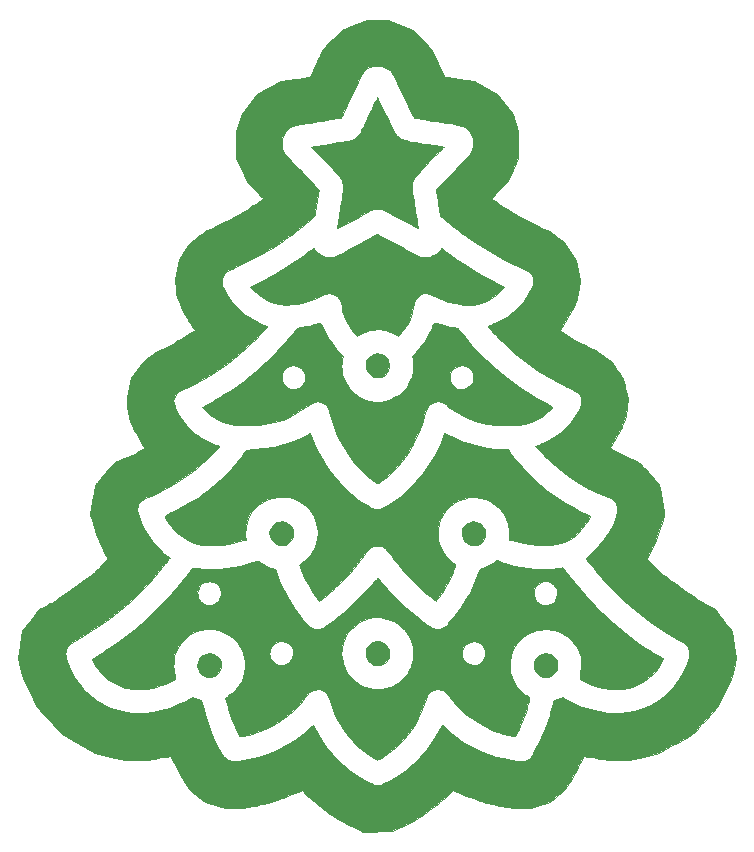
<source format=gtl>
G04 #@! TF.GenerationSoftware,KiCad,Pcbnew,(5.1.6)-1*
G04 #@! TF.CreationDate,2020-12-04T21:52:10+01:00*
G04 #@! TF.ProjectId,case_julgran,63617365-5f6a-4756-9c67-72616e2e6b69,rev?*
G04 #@! TF.SameCoordinates,Original*
G04 #@! TF.FileFunction,Copper,L1,Top*
G04 #@! TF.FilePolarity,Positive*
%FSLAX46Y46*%
G04 Gerber Fmt 4.6, Leading zero omitted, Abs format (unit mm)*
G04 Created by KiCad (PCBNEW (5.1.6)-1) date 2020-12-04 21:52:10*
%MOMM*%
%LPD*%
G01*
G04 APERTURE LIST*
G04 #@! TA.AperFunction,EtchedComponent*
%ADD10C,0.010000*%
G04 #@! TD*
G04 #@! TA.AperFunction,ViaPad*
%ADD11C,0.800000*%
G04 #@! TD*
G04 APERTURE END LIST*
D10*
G36*
X122501701Y-44312307D02*
G01*
X123389170Y-44312508D01*
X125500968Y-45128652D01*
X126285015Y-45924891D01*
X127069063Y-46721129D01*
X127625102Y-47908699D01*
X127759549Y-48194438D01*
X127884192Y-48456645D01*
X127994834Y-48686701D01*
X128087280Y-48875990D01*
X128157334Y-49015893D01*
X128200800Y-49097793D01*
X128212814Y-49115845D01*
X128258716Y-49126421D01*
X128373515Y-49146995D01*
X128547335Y-49175966D01*
X128770298Y-49211736D01*
X129032528Y-49252705D01*
X129324147Y-49297271D01*
X129448011Y-49315927D01*
X130651536Y-49496433D01*
X132642132Y-50543073D01*
X133974744Y-52294797D01*
X134453574Y-53728081D01*
X134453574Y-56019849D01*
X133987282Y-57003875D01*
X133520991Y-57987900D01*
X132850700Y-58678780D01*
X132664675Y-58872726D01*
X132499619Y-59049050D01*
X132362975Y-59199451D01*
X132262188Y-59315623D01*
X132204701Y-59389265D01*
X132194210Y-59411064D01*
X132229572Y-59446465D01*
X132319476Y-59519728D01*
X132453431Y-59622774D01*
X132620945Y-59747528D01*
X132803285Y-59879993D01*
X133021077Y-60028300D01*
X133298852Y-60204725D01*
X133624900Y-60402747D01*
X133987510Y-60615846D01*
X134374970Y-60837502D01*
X134775569Y-61061194D01*
X135177596Y-61280402D01*
X135569340Y-61488605D01*
X135939090Y-61679284D01*
X136275134Y-61845918D01*
X136565762Y-61981986D01*
X136629195Y-62010132D01*
X136852631Y-62110468D01*
X137035488Y-62200357D01*
X137198427Y-62292280D01*
X137362109Y-62398714D01*
X137547193Y-62532140D01*
X137755069Y-62690178D01*
X138317704Y-63123637D01*
X138808757Y-63880063D01*
X139299809Y-64636489D01*
X139471628Y-65472540D01*
X139643447Y-66308590D01*
X139557902Y-67025204D01*
X139523647Y-67297706D01*
X139489693Y-67521406D01*
X139450649Y-67715371D01*
X139401127Y-67898669D01*
X139335738Y-68090368D01*
X139249091Y-68309536D01*
X139135797Y-68575241D01*
X139090415Y-68679191D01*
X139032420Y-68796399D01*
X138939789Y-68965932D01*
X138821249Y-69173333D01*
X138685523Y-69404142D01*
X138541336Y-69643903D01*
X138397414Y-69878158D01*
X138262481Y-70092450D01*
X138145263Y-70272320D01*
X138054483Y-70403311D01*
X138031832Y-70433325D01*
X137919628Y-70576870D01*
X139102824Y-71291673D01*
X139529694Y-71546212D01*
X139909875Y-71766010D01*
X140238775Y-71948525D01*
X140511803Y-72091215D01*
X140724366Y-72191541D01*
X140743856Y-72199880D01*
X140937095Y-72285474D01*
X141107861Y-72371833D01*
X141275145Y-72470473D01*
X141457943Y-72592911D01*
X141675245Y-72750665D01*
X141773166Y-72824037D01*
X142344639Y-73254789D01*
X142801615Y-73920943D01*
X142942314Y-74126747D01*
X143068636Y-74312843D01*
X143173215Y-74468274D01*
X143248687Y-74582085D01*
X143287688Y-74643319D01*
X143290313Y-74648000D01*
X143308914Y-74703926D01*
X143342435Y-74824693D01*
X143387582Y-74997629D01*
X143441063Y-75210062D01*
X143499583Y-75449319D01*
X143512308Y-75502218D01*
X143702580Y-76295532D01*
X143654673Y-76955352D01*
X143625785Y-77288815D01*
X143588552Y-77570734D01*
X143537047Y-77826253D01*
X143465342Y-78080513D01*
X143367512Y-78358656D01*
X143259081Y-78633385D01*
X143199948Y-78763987D01*
X143111085Y-78941832D01*
X142999945Y-79153650D01*
X142873980Y-79386168D01*
X142740645Y-79626116D01*
X142607392Y-79860222D01*
X142481676Y-80075215D01*
X142370949Y-80257824D01*
X142282666Y-80394778D01*
X142228978Y-80467549D01*
X142213097Y-80495858D01*
X142221759Y-80527183D01*
X142263861Y-80568370D01*
X142348299Y-80626267D01*
X142483970Y-80707720D01*
X142679772Y-80819576D01*
X142704689Y-80833650D01*
X142982837Y-80981763D01*
X143314885Y-81144146D01*
X143678887Y-81310850D01*
X144052891Y-81471922D01*
X144414951Y-81617413D01*
X144528120Y-81660329D01*
X144582702Y-81700335D01*
X144685171Y-81795435D01*
X144830960Y-81940819D01*
X145015502Y-82131677D01*
X145234230Y-82363197D01*
X145482578Y-82630571D01*
X145755980Y-82928986D01*
X146049868Y-83253634D01*
X146208812Y-83430709D01*
X146250276Y-83478164D01*
X146284668Y-83524323D01*
X146314548Y-83578560D01*
X146342475Y-83650248D01*
X146371008Y-83748761D01*
X146402705Y-83883473D01*
X146440127Y-84063758D01*
X146485833Y-84298990D01*
X146542380Y-84598543D01*
X146574649Y-84770721D01*
X146630374Y-85071936D01*
X146680912Y-85352270D01*
X146724418Y-85600924D01*
X146759050Y-85807101D01*
X146782965Y-85960000D01*
X146794319Y-86048824D01*
X146795000Y-86061611D01*
X146785124Y-86136263D01*
X146757907Y-86272816D01*
X146716691Y-86456279D01*
X146664817Y-86671662D01*
X146616524Y-86862153D01*
X146473108Y-87357551D01*
X146298028Y-87867440D01*
X146100018Y-88370109D01*
X145887811Y-88843849D01*
X145670138Y-89266953D01*
X145599791Y-89389738D01*
X145498268Y-89565160D01*
X145413401Y-89718295D01*
X145352697Y-89835100D01*
X145323662Y-89901534D01*
X145322226Y-89908943D01*
X145349305Y-89950552D01*
X145424944Y-90038745D01*
X145540748Y-90164463D01*
X145688319Y-90318651D01*
X145859262Y-90492251D01*
X145909452Y-90542388D01*
X146048844Y-90680134D01*
X146176662Y-90803331D01*
X146300482Y-90917999D01*
X146427881Y-91030157D01*
X146566437Y-91145826D01*
X146723728Y-91271026D01*
X146907329Y-91411776D01*
X147124818Y-91574098D01*
X147383774Y-91764010D01*
X147691772Y-91987532D01*
X148056390Y-92250685D01*
X148091432Y-92275936D01*
X148490297Y-92562424D01*
X148833643Y-92806827D01*
X149129768Y-93014677D01*
X149386970Y-93191505D01*
X149613546Y-93342844D01*
X149817794Y-93474227D01*
X150008011Y-93591185D01*
X150192496Y-93699250D01*
X150379545Y-93803955D01*
X150400523Y-93815445D01*
X151114859Y-94205934D01*
X151552790Y-94765499D01*
X151721444Y-94980866D01*
X151898413Y-95206629D01*
X152067503Y-95422143D01*
X152212519Y-95606762D01*
X152275300Y-95686576D01*
X152559879Y-96048088D01*
X152730948Y-97194871D01*
X152902017Y-98341653D01*
X152690103Y-99225278D01*
X152478190Y-100108903D01*
X151887984Y-101283355D01*
X151297779Y-102457806D01*
X150227371Y-103632257D01*
X149950306Y-103935453D01*
X149720111Y-104185198D01*
X149530718Y-104387516D01*
X149376058Y-104548433D01*
X149250063Y-104673972D01*
X149146664Y-104770158D01*
X149059791Y-104843016D01*
X148983376Y-104898571D01*
X148911351Y-104942846D01*
X148901742Y-104948227D01*
X148804235Y-105002391D01*
X148647818Y-105089396D01*
X148443132Y-105203318D01*
X148200818Y-105338235D01*
X147931517Y-105488221D01*
X147645868Y-105647352D01*
X147491975Y-105733101D01*
X146337430Y-106376457D01*
X145086343Y-106676458D01*
X143835256Y-106976458D01*
X142965587Y-106976458D01*
X142702290Y-106976061D01*
X142486673Y-106973842D01*
X142302451Y-106968260D01*
X142133336Y-106957772D01*
X141963045Y-106940838D01*
X141775291Y-106915914D01*
X141553788Y-106881459D01*
X141282250Y-106835932D01*
X141038340Y-106794003D01*
X140758816Y-106746321D01*
X140506158Y-106704262D01*
X140290622Y-106669448D01*
X140122464Y-106643503D01*
X140011941Y-106628049D01*
X139969308Y-106624710D01*
X139969195Y-106624802D01*
X139949227Y-106662709D01*
X139899124Y-106762391D01*
X139823723Y-106914089D01*
X139727862Y-107108046D01*
X139616378Y-107334504D01*
X139518550Y-107533825D01*
X139256922Y-108048843D01*
X139012937Y-108490078D01*
X138784690Y-108860931D01*
X138727260Y-108946874D01*
X138606315Y-109122968D01*
X138505445Y-109262979D01*
X138412168Y-109379939D01*
X138314005Y-109486880D01*
X138198473Y-109596833D01*
X138053092Y-109722830D01*
X137865380Y-109877902D01*
X137730184Y-109987934D01*
X137085320Y-110511713D01*
X136281502Y-110779635D01*
X135477684Y-111047558D01*
X134637181Y-111027535D01*
X134366279Y-111020340D01*
X134142942Y-111011707D01*
X133948911Y-110999569D01*
X133765931Y-110981859D01*
X133575746Y-110956510D01*
X133360100Y-110921455D01*
X133100736Y-110874627D01*
X132821285Y-110821934D01*
X132540540Y-110767881D01*
X132304242Y-110720117D01*
X132097393Y-110674453D01*
X131904991Y-110626698D01*
X131712034Y-110572661D01*
X131503523Y-110508153D01*
X131264456Y-110428983D01*
X130979833Y-110330960D01*
X130651536Y-110215841D01*
X130313398Y-110094753D01*
X129998592Y-109978099D01*
X129717548Y-109869980D01*
X129480694Y-109774496D01*
X129298459Y-109695749D01*
X129181273Y-109637839D01*
X129180308Y-109637290D01*
X128903438Y-109479255D01*
X128764321Y-109646734D01*
X128698664Y-109714487D01*
X128580484Y-109824830D01*
X128418792Y-109969817D01*
X128222598Y-110141505D01*
X128000913Y-110331949D01*
X127762748Y-110533205D01*
X127687586Y-110596041D01*
X127387228Y-110844700D01*
X127132177Y-111051042D01*
X126908142Y-111225556D01*
X126700837Y-111378731D01*
X126495970Y-111521055D01*
X126279255Y-111663018D01*
X126036402Y-111815107D01*
X125977646Y-111851213D01*
X125695790Y-112018790D01*
X125379505Y-112198268D01*
X125054255Y-112375745D01*
X124745504Y-112537321D01*
X124484699Y-112666260D01*
X123764075Y-113007963D01*
X121295737Y-113027009D01*
X120539311Y-112675488D01*
X120038881Y-112428895D01*
X119514843Y-112144985D01*
X119000703Y-111841922D01*
X118994708Y-111838229D01*
X118748092Y-111684370D01*
X118531925Y-111544409D01*
X118332571Y-111408264D01*
X118136393Y-111265854D01*
X117929753Y-111107097D01*
X117699014Y-110921913D01*
X117430540Y-110700218D01*
X117242984Y-110543227D01*
X117001627Y-110338987D01*
X116776499Y-110145575D01*
X116575883Y-109970333D01*
X116408061Y-109820600D01*
X116281315Y-109703718D01*
X116203928Y-109627028D01*
X116187549Y-109607772D01*
X116095661Y-109481582D01*
X115807885Y-109640438D01*
X115696958Y-109694119D01*
X115522949Y-109768813D01*
X115298095Y-109859709D01*
X115034635Y-109961992D01*
X114744805Y-110070853D01*
X114440842Y-110181478D01*
X114347107Y-110214864D01*
X114007511Y-110334620D01*
X113727403Y-110431437D01*
X113491455Y-110509616D01*
X113284337Y-110573462D01*
X113090721Y-110627277D01*
X112895277Y-110675364D01*
X112682674Y-110722026D01*
X112437585Y-110771565D01*
X112198715Y-110817911D01*
X111883056Y-110877862D01*
X111627287Y-110923960D01*
X111413295Y-110958334D01*
X111222967Y-110983111D01*
X111038189Y-111000422D01*
X110840847Y-111012395D01*
X110612830Y-111021159D01*
X110423406Y-111026573D01*
X109623489Y-111047759D01*
X108788213Y-110798616D01*
X107952936Y-110549474D01*
X107267944Y-109990918D01*
X106582951Y-109432362D01*
X106211517Y-108871254D01*
X105994720Y-108523603D01*
X105765191Y-108118412D01*
X105533308Y-107674337D01*
X105435908Y-107477000D01*
X105320699Y-107240158D01*
X105217014Y-107028231D01*
X105129887Y-106851410D01*
X105064354Y-106719887D01*
X105025449Y-106643852D01*
X105017022Y-106629143D01*
X104975492Y-106631727D01*
X104865867Y-106646486D01*
X104698475Y-106671809D01*
X104483640Y-106706085D01*
X104231691Y-106747705D01*
X103952954Y-106795057D01*
X103950696Y-106795445D01*
X103631856Y-106849980D01*
X103375060Y-106892294D01*
X103163926Y-106923937D01*
X102982074Y-106946458D01*
X102813124Y-106961406D01*
X102640694Y-106970330D01*
X102448404Y-106974780D01*
X102219874Y-106976303D01*
X102036559Y-106976458D01*
X101174036Y-106976458D01*
X99908398Y-106674055D01*
X98642759Y-106371652D01*
X97229436Y-105580005D01*
X95816113Y-104788357D01*
X94728454Y-103590991D01*
X93640796Y-102393624D01*
X93069883Y-101223213D01*
X92498969Y-100052801D01*
X92292715Y-99200613D01*
X92086460Y-98348425D01*
X92148586Y-97939154D01*
X96098071Y-97939154D01*
X96110304Y-98139459D01*
X96146606Y-98337942D01*
X96213364Y-98567501D01*
X96229310Y-98615257D01*
X96494652Y-99279419D01*
X96823470Y-99900084D01*
X97211330Y-100473911D01*
X97653797Y-100997556D01*
X98146434Y-101467680D01*
X98684807Y-101880940D01*
X99264480Y-102233994D01*
X99881018Y-102523502D01*
X100529985Y-102746120D01*
X101206946Y-102898508D01*
X101907465Y-102977325D01*
X102026771Y-102983096D01*
X102743702Y-102974150D01*
X103476883Y-102894278D01*
X104213789Y-102746795D01*
X104941895Y-102535018D01*
X105648677Y-102262263D01*
X106321610Y-101931845D01*
X106597215Y-101773003D01*
X106730038Y-101701771D01*
X106838358Y-101660385D01*
X106895804Y-101655321D01*
X106963145Y-101678674D01*
X107082853Y-101721567D01*
X107232593Y-101775976D01*
X107281729Y-101793968D01*
X107600009Y-101910728D01*
X107706728Y-102383326D01*
X107966620Y-103356120D01*
X108303040Y-104315152D01*
X108713173Y-105253314D01*
X109194202Y-106163496D01*
X109226030Y-106218389D01*
X109389553Y-106482958D01*
X109536804Y-106682913D01*
X109678029Y-106828715D01*
X109823474Y-106930828D01*
X109983384Y-106999716D01*
X109994683Y-107003343D01*
X110096005Y-107031974D01*
X110191326Y-107048252D01*
X110300746Y-107052747D01*
X110444366Y-107046029D01*
X110642283Y-107028667D01*
X110697340Y-107023253D01*
X111548147Y-106900339D01*
X112391165Y-106703421D01*
X113218141Y-106436159D01*
X114020820Y-106102213D01*
X114790950Y-105705243D01*
X115520277Y-105248908D01*
X116200548Y-104736868D01*
X116561578Y-104422960D01*
X116700996Y-104295467D01*
X116826683Y-104181110D01*
X116921976Y-104095018D01*
X116961436Y-104059883D01*
X117046256Y-103985621D01*
X117273651Y-104416071D01*
X117726003Y-105189939D01*
X118240374Y-105919027D01*
X118812368Y-106598999D01*
X119437588Y-107225516D01*
X120111636Y-107794243D01*
X120830116Y-108300840D01*
X121588631Y-108740972D01*
X121732494Y-108814514D01*
X121944617Y-108920092D01*
X122101122Y-108994718D01*
X122217452Y-109043358D01*
X122309051Y-109070978D01*
X122391361Y-109082544D01*
X122479828Y-109083022D01*
X122555883Y-109079296D01*
X122675260Y-109068706D01*
X122784110Y-109047293D01*
X122901038Y-109008544D01*
X123044651Y-108945943D01*
X123233552Y-108852977D01*
X123302219Y-108817997D01*
X124077442Y-108377558D01*
X124810540Y-107872816D01*
X125496759Y-107308454D01*
X126131347Y-106689157D01*
X126709549Y-106019610D01*
X127226614Y-105304496D01*
X127677788Y-104548501D01*
X127725652Y-104458355D01*
X127818262Y-104285529D01*
X127899247Y-104141527D01*
X127960968Y-104039417D01*
X127995788Y-103992265D01*
X127999085Y-103990565D01*
X128039333Y-104017053D01*
X128116543Y-104086177D01*
X128204767Y-104173608D01*
X128461833Y-104419898D01*
X128773188Y-104687488D01*
X129121488Y-104962912D01*
X129489389Y-105232708D01*
X129859546Y-105483411D01*
X130034452Y-105593950D01*
X130258418Y-105722866D01*
X130536039Y-105868848D01*
X130846094Y-106021872D01*
X131167362Y-106171912D01*
X131478625Y-106308944D01*
X131758663Y-106422943D01*
X131898763Y-106474681D01*
X132522569Y-106671791D01*
X133162212Y-106833688D01*
X133793496Y-106955091D01*
X134392226Y-107030717D01*
X134478716Y-107037862D01*
X134744164Y-107046474D01*
X134965452Y-107022852D01*
X135154510Y-106959568D01*
X135323264Y-106849191D01*
X135483643Y-106684293D01*
X135647576Y-106457445D01*
X135793661Y-106218888D01*
X136208985Y-105457067D01*
X136562489Y-104698925D01*
X136866094Y-103918104D01*
X136963538Y-103632257D01*
X137035111Y-103410213D01*
X137098998Y-103200070D01*
X137159747Y-102984906D01*
X137221905Y-102747797D01*
X137290021Y-102471821D01*
X137368640Y-102140055D01*
X137395576Y-102024438D01*
X137420909Y-101958063D01*
X137472591Y-101907811D01*
X137569118Y-101860330D01*
X137679687Y-101819340D01*
X137832811Y-101764638D01*
X137973852Y-101712513D01*
X138060570Y-101678900D01*
X138131944Y-101655549D01*
X138196184Y-101656829D01*
X138276805Y-101688733D01*
X138397318Y-101757251D01*
X138418877Y-101770206D01*
X139089671Y-102132330D01*
X139796771Y-102434725D01*
X140528804Y-102674392D01*
X141274399Y-102848334D01*
X142022185Y-102953553D01*
X142760790Y-102987051D01*
X143013135Y-102981354D01*
X143655814Y-102926660D01*
X144260140Y-102813759D01*
X144847148Y-102637488D01*
X145437870Y-102392680D01*
X145467837Y-102378568D01*
X146090543Y-102040464D01*
X146666503Y-101639590D01*
X147192007Y-101180169D01*
X147663347Y-100666420D01*
X148076814Y-100102567D01*
X148428697Y-99492829D01*
X148715290Y-98841428D01*
X148808844Y-98576145D01*
X148895935Y-98240306D01*
X148928781Y-97933164D01*
X148907310Y-97664108D01*
X148831451Y-97442529D01*
X148817694Y-97417876D01*
X148739800Y-97301272D01*
X148646816Y-97199415D01*
X148524327Y-97100713D01*
X148357912Y-96993573D01*
X148133155Y-96866402D01*
X148128966Y-96864120D01*
X147267571Y-96365515D01*
X146392756Y-95802887D01*
X145518349Y-95187027D01*
X144658183Y-94528728D01*
X143826087Y-93838780D01*
X143035891Y-93127976D01*
X142301426Y-92407108D01*
X141971938Y-92059819D01*
X141716189Y-91780000D01*
X141457224Y-91490335D01*
X141202057Y-91199171D01*
X140957700Y-90914855D01*
X140731164Y-90645733D01*
X140529463Y-90400152D01*
X140359608Y-90186461D01*
X140228611Y-90013004D01*
X140143486Y-89888130D01*
X140133750Y-89871760D01*
X140150045Y-89825753D01*
X140221658Y-89748822D01*
X140336197Y-89654008D01*
X140830138Y-89235578D01*
X141293755Y-88752402D01*
X141718697Y-88216267D01*
X142096612Y-87638961D01*
X142419150Y-87032271D01*
X142677959Y-86407983D01*
X142717796Y-86292670D01*
X142798946Y-86020935D01*
X142839563Y-85799347D01*
X142839530Y-85609448D01*
X142798729Y-85432780D01*
X142717043Y-85250886D01*
X142711093Y-85239870D01*
X142597809Y-85069705D01*
X142454979Y-84933419D01*
X142265312Y-84817568D01*
X142043839Y-84721038D01*
X141164476Y-84344320D01*
X140285234Y-83895704D01*
X139417219Y-83382154D01*
X138571539Y-82810635D01*
X137759300Y-82188111D01*
X137101066Y-81621866D01*
X136922587Y-81456321D01*
X136735740Y-81276930D01*
X136548858Y-81092371D01*
X136370274Y-80911323D01*
X136208321Y-80742464D01*
X136071333Y-80594472D01*
X135967642Y-80476026D01*
X135905581Y-80395803D01*
X135892452Y-80363181D01*
X135935126Y-80343392D01*
X136035656Y-80304323D01*
X136176611Y-80252615D01*
X136266444Y-80220704D01*
X136868586Y-79969212D01*
X137439208Y-79651435D01*
X137971329Y-79273714D01*
X138457967Y-78842389D01*
X138892141Y-78363799D01*
X139266870Y-77844284D01*
X139575173Y-77290186D01*
X139634277Y-77162283D01*
X139745609Y-76854093D01*
X139788040Y-76578135D01*
X139761128Y-76325976D01*
X139664431Y-76089185D01*
X139570498Y-75948045D01*
X139523488Y-75895792D01*
X139456548Y-75840482D01*
X139360860Y-75777023D01*
X139227608Y-75700326D01*
X139047975Y-75605298D01*
X138813146Y-75486849D01*
X138533425Y-75349224D01*
X137676564Y-74913520D01*
X136884341Y-74473068D01*
X136141950Y-74017758D01*
X135434586Y-73537481D01*
X134747442Y-73022127D01*
X134065713Y-72461586D01*
X133374595Y-71845749D01*
X133296027Y-71772955D01*
X133113729Y-71599635D01*
X132919189Y-71408088D01*
X132720389Y-71206868D01*
X132525307Y-71004530D01*
X132341923Y-70809626D01*
X132178216Y-70630709D01*
X132042167Y-70476334D01*
X131941754Y-70355052D01*
X131884958Y-70275419D01*
X131875220Y-70249969D01*
X131912547Y-70218885D01*
X132007576Y-70169276D01*
X132143129Y-70109685D01*
X132214704Y-70081140D01*
X132850826Y-69794568D01*
X133444723Y-69444716D01*
X133991575Y-69035974D01*
X134486560Y-68572729D01*
X134924860Y-68059368D01*
X135301654Y-67500281D01*
X135541430Y-67052672D01*
X135622201Y-66877455D01*
X135671859Y-66744654D01*
X135697682Y-66626924D01*
X135706945Y-66496923D01*
X135707649Y-66428025D01*
X135694108Y-66213025D01*
X135648274Y-66030626D01*
X135562333Y-65871991D01*
X135428470Y-65728285D01*
X135238868Y-65590670D01*
X134985714Y-65450312D01*
X134739542Y-65333440D01*
X133402157Y-64685945D01*
X132103151Y-63972028D01*
X130848957Y-63195423D01*
X129782386Y-62459446D01*
X129577419Y-62307595D01*
X129338885Y-62125760D01*
X129081143Y-61925359D01*
X128818554Y-61717816D01*
X128565478Y-61514549D01*
X128336275Y-61326980D01*
X128145306Y-61166529D01*
X128031342Y-61066841D01*
X127839675Y-60894170D01*
X127663082Y-59806074D01*
X127616857Y-59519239D01*
X127575150Y-59256575D01*
X127539613Y-59028794D01*
X127511897Y-58846606D01*
X127493652Y-58720723D01*
X127486529Y-58661857D01*
X127486489Y-58660383D01*
X127513597Y-58621440D01*
X127591387Y-58531506D01*
X127714556Y-58396208D01*
X127877805Y-58221176D01*
X128075831Y-58012037D01*
X128303334Y-57774421D01*
X128555011Y-57513956D01*
X128825561Y-57236269D01*
X128885238Y-57175315D01*
X129163842Y-56889924D01*
X129428575Y-56616701D01*
X129673540Y-56361872D01*
X129892838Y-56131667D01*
X130080573Y-55932315D01*
X130230848Y-55770044D01*
X130337764Y-55651083D01*
X130395424Y-55581661D01*
X130399201Y-55576293D01*
X130530823Y-55327358D01*
X130605447Y-55050721D01*
X130626718Y-54730956D01*
X130623415Y-54627706D01*
X130577279Y-54293160D01*
X130471081Y-54002336D01*
X130298070Y-53739815D01*
X130176239Y-53606144D01*
X130094481Y-53525978D01*
X130017148Y-53456839D01*
X129937173Y-53396793D01*
X129847492Y-53343904D01*
X129741039Y-53296240D01*
X129610751Y-53251864D01*
X129449561Y-53208843D01*
X129250404Y-53165242D01*
X129006217Y-53119127D01*
X128709933Y-53068564D01*
X128354487Y-53011617D01*
X127932816Y-52946353D01*
X127557018Y-52888981D01*
X127172493Y-52830273D01*
X126812671Y-52775055D01*
X126485067Y-52724500D01*
X126197193Y-52679780D01*
X125956565Y-52642069D01*
X125770695Y-52612540D01*
X125647098Y-52592365D01*
X125593286Y-52582717D01*
X125591571Y-52582171D01*
X125573598Y-52545543D01*
X125524970Y-52443623D01*
X125448888Y-52283187D01*
X125348552Y-52071011D01*
X125227163Y-51813871D01*
X125087922Y-51518544D01*
X124934028Y-51191805D01*
X124768682Y-50840430D01*
X124713917Y-50723982D01*
X124516117Y-50304053D01*
X124348344Y-49949864D01*
X124207204Y-49654882D01*
X124089302Y-49412576D01*
X123991245Y-49216415D01*
X123909639Y-49059866D01*
X123841092Y-48936399D01*
X123782208Y-48839481D01*
X123729595Y-48762581D01*
X123679858Y-48699167D01*
X123636225Y-48649819D01*
X123382448Y-48430801D01*
X123095042Y-48277176D01*
X122785682Y-48188861D01*
X122466047Y-48165772D01*
X122147814Y-48207826D01*
X121842660Y-48314940D01*
X121562263Y-48487029D01*
X121368525Y-48666011D01*
X121320423Y-48723068D01*
X121269435Y-48793571D01*
X121212299Y-48883859D01*
X121145752Y-49000274D01*
X121066534Y-49149154D01*
X120971381Y-49336838D01*
X120857032Y-49569665D01*
X120720225Y-49853977D01*
X120557698Y-50196111D01*
X120366188Y-50602408D01*
X120303763Y-50735271D01*
X120135335Y-51093670D01*
X119977347Y-51429326D01*
X119832978Y-51735517D01*
X119705411Y-52005520D01*
X119597826Y-52232614D01*
X119513405Y-52410076D01*
X119455329Y-52531185D01*
X119426781Y-52589218D01*
X119424363Y-52593386D01*
X119361106Y-52599736D01*
X119228954Y-52617770D01*
X119037315Y-52645959D01*
X118795595Y-52682776D01*
X118513203Y-52726696D01*
X118199545Y-52776189D01*
X117864029Y-52829731D01*
X117516063Y-52885793D01*
X117165054Y-52942848D01*
X116820409Y-52999370D01*
X116491536Y-53053831D01*
X116187843Y-53104705D01*
X115918736Y-53150463D01*
X115693623Y-53189580D01*
X115521912Y-53220528D01*
X115413010Y-53241780D01*
X115379490Y-53249964D01*
X115109634Y-53383849D01*
X114869007Y-53581427D01*
X114667436Y-53829168D01*
X114514744Y-54113541D01*
X114420758Y-54421017D01*
X114397135Y-54602739D01*
X114406319Y-54941836D01*
X114475189Y-55258799D01*
X114599476Y-55535413D01*
X114625425Y-55576536D01*
X114675220Y-55638221D01*
X114775116Y-55750301D01*
X114919225Y-55906558D01*
X115101660Y-56100769D01*
X115316535Y-56326715D01*
X115557963Y-56578176D01*
X115820056Y-56848931D01*
X116096928Y-57132761D01*
X116135644Y-57172278D01*
X116497752Y-57543345D01*
X116806877Y-57863659D01*
X117062318Y-58132466D01*
X117263378Y-58349011D01*
X117409355Y-58512541D01*
X117499553Y-58622301D01*
X117533271Y-58677538D01*
X117533511Y-58679848D01*
X117527360Y-58736395D01*
X117510277Y-58858539D01*
X117484317Y-59033317D01*
X117451538Y-59247769D01*
X117413995Y-59488933D01*
X117373745Y-59743849D01*
X117332842Y-59999553D01*
X117293343Y-60243086D01*
X117257305Y-60461486D01*
X117226783Y-60641792D01*
X117203833Y-60771042D01*
X117193315Y-60824472D01*
X117152632Y-60889599D01*
X117054085Y-60995240D01*
X116904677Y-61135738D01*
X116711414Y-61305435D01*
X116481302Y-61498673D01*
X116221345Y-61709796D01*
X115938547Y-61933144D01*
X115639915Y-62163062D01*
X115332454Y-62393890D01*
X115023167Y-62619973D01*
X114719061Y-62835651D01*
X114607336Y-62913004D01*
X113729265Y-63488391D01*
X112792677Y-64049524D01*
X111818636Y-64584629D01*
X110828209Y-65081933D01*
X110228863Y-65359963D01*
X109925227Y-65508337D01*
X109692421Y-65652662D01*
X109522731Y-65801967D01*
X109408443Y-65965277D01*
X109341845Y-66151622D01*
X109315222Y-66370027D01*
X109313908Y-66430770D01*
X109316787Y-66572688D01*
X109332036Y-66687910D01*
X109366853Y-66803010D01*
X109428432Y-66944559D01*
X109484004Y-67058865D01*
X109825606Y-67660220D01*
X110230743Y-68216725D01*
X110694159Y-68723622D01*
X111210594Y-69176154D01*
X111774790Y-69569561D01*
X112381491Y-69899086D01*
X112835706Y-70091864D01*
X112979360Y-70147688D01*
X113093520Y-70194965D01*
X113158059Y-70225276D01*
X113164049Y-70229189D01*
X113149306Y-70265944D01*
X113085791Y-70350531D01*
X112981238Y-70474680D01*
X112843380Y-70630124D01*
X112679950Y-70808593D01*
X112498682Y-71001820D01*
X112307309Y-71201535D01*
X112113564Y-71399471D01*
X111925180Y-71587359D01*
X111749890Y-71756931D01*
X111634941Y-71864126D01*
X110763848Y-72624412D01*
X109890210Y-73313656D01*
X109002067Y-73939882D01*
X108087459Y-74511112D01*
X107134429Y-75035370D01*
X106300453Y-75442995D01*
X106058386Y-75557336D01*
X105875971Y-75649698D01*
X105739255Y-75728468D01*
X105634283Y-75802033D01*
X105547101Y-75878778D01*
X105506682Y-75920050D01*
X105362743Y-76105858D01*
X105272824Y-76304870D01*
X105237912Y-76522680D01*
X105258993Y-76764882D01*
X105337055Y-77037070D01*
X105473083Y-77344839D01*
X105668066Y-77693781D01*
X105877411Y-78021725D01*
X106128945Y-78361098D01*
X106430896Y-78707886D01*
X106761221Y-79039364D01*
X107097876Y-79332807D01*
X107291536Y-79479598D01*
X107583606Y-79670048D01*
X107916227Y-79858848D01*
X108262159Y-80032071D01*
X108594161Y-80175790D01*
X108796760Y-80249135D01*
X108946100Y-80300398D01*
X109061412Y-80344983D01*
X109125574Y-80376036D01*
X109133198Y-80383834D01*
X109105913Y-80426385D01*
X109030067Y-80514801D01*
X108914674Y-80639946D01*
X108768748Y-80792684D01*
X108601302Y-80963878D01*
X108421352Y-81144394D01*
X108237910Y-81325094D01*
X108059990Y-81496844D01*
X107896606Y-81650506D01*
X107771641Y-81763840D01*
X107295001Y-82172267D01*
X106830694Y-82540650D01*
X106345795Y-82894454D01*
X106027869Y-83112625D01*
X105557638Y-83419747D01*
X105107410Y-83693368D01*
X104656223Y-83944832D01*
X104183116Y-84185485D01*
X103667129Y-84426670D01*
X103303892Y-84586904D01*
X103013986Y-84715983D01*
X102788529Y-84826191D01*
X102616773Y-84924843D01*
X102487971Y-85019255D01*
X102391378Y-85116741D01*
X102316246Y-85224617D01*
X102285852Y-85279900D01*
X102218965Y-85443552D01*
X102186311Y-85617577D01*
X102189350Y-85812398D01*
X102229543Y-86038441D01*
X102308350Y-86306130D01*
X102427231Y-86625889D01*
X102498961Y-86800937D01*
X102787112Y-87399526D01*
X103139393Y-87981251D01*
X103545057Y-88531866D01*
X103993354Y-89037122D01*
X104473535Y-89482773D01*
X104599109Y-89584627D01*
X104731021Y-89690017D01*
X104835633Y-89776427D01*
X104899622Y-89832683D01*
X104913135Y-89847955D01*
X104889929Y-89883303D01*
X104826174Y-89969516D01*
X104730660Y-90094967D01*
X104612180Y-90248026D01*
X104564915Y-90308518D01*
X103667254Y-91390903D01*
X102710050Y-92423064D01*
X101697390Y-93401492D01*
X100633363Y-94322675D01*
X99522058Y-95183102D01*
X98367561Y-95979262D01*
X97173963Y-96707644D01*
X96997361Y-96807720D01*
X96708817Y-96977162D01*
X96486744Y-97127964D01*
X96323277Y-97270018D01*
X96210553Y-97413220D01*
X96140707Y-97567464D01*
X96105875Y-97742644D01*
X96098071Y-97939154D01*
X92148586Y-97939154D01*
X92261202Y-97197285D01*
X92435945Y-96046144D01*
X93166365Y-95121883D01*
X93896785Y-94197621D01*
X94458330Y-93893870D01*
X94640809Y-93795022D01*
X94799592Y-93708090D01*
X94942236Y-93628064D01*
X95076301Y-93549928D01*
X95209343Y-93468671D01*
X95348923Y-93379280D01*
X95502596Y-93276741D01*
X95677923Y-93156043D01*
X95882461Y-93012170D01*
X96123768Y-92840112D01*
X96409403Y-92634854D01*
X96746924Y-92391385D01*
X97008287Y-92202629D01*
X97372672Y-91939231D01*
X97679639Y-91716482D01*
X97936425Y-91528554D01*
X98150265Y-91369620D01*
X98328397Y-91233855D01*
X98478055Y-91115432D01*
X98606475Y-91008523D01*
X98720894Y-90907303D01*
X98828548Y-90805944D01*
X98936672Y-90698620D01*
X99052502Y-90579504D01*
X99148372Y-90479357D01*
X99693797Y-89907870D01*
X99405262Y-89414813D01*
X99157707Y-88951838D01*
X98918456Y-88427580D01*
X98694353Y-87860366D01*
X98492243Y-87268524D01*
X98318968Y-86670381D01*
X98207220Y-86206591D01*
X98206256Y-86129516D01*
X98219628Y-85987524D01*
X98245167Y-85792503D01*
X98280703Y-85556336D01*
X98324067Y-85290912D01*
X98373089Y-85008115D01*
X98425600Y-84719831D01*
X98479430Y-84437946D01*
X98532411Y-84174347D01*
X98582372Y-83940919D01*
X98627145Y-83749549D01*
X98664559Y-83612121D01*
X98692446Y-83540523D01*
X98694320Y-83537838D01*
X98738016Y-83486113D01*
X98827916Y-83383942D01*
X98956534Y-83239680D01*
X99116387Y-83061681D01*
X99299992Y-82858302D01*
X99499862Y-82637896D01*
X99538527Y-82595369D01*
X100314859Y-81741835D01*
X100872226Y-81505998D01*
X101079271Y-81418686D01*
X101271342Y-81338224D01*
X101431312Y-81271749D01*
X101542050Y-81226398D01*
X101568934Y-81215690D01*
X101650262Y-81178171D01*
X101783830Y-81110474D01*
X101952662Y-81021777D01*
X102139782Y-80921259D01*
X102328215Y-80818101D01*
X102500984Y-80721481D01*
X102641113Y-80640579D01*
X102709571Y-80598925D01*
X102736083Y-80579408D01*
X102750195Y-80554628D01*
X102747866Y-80515647D01*
X102725053Y-80453526D01*
X102677715Y-80359327D01*
X102601810Y-80224113D01*
X102493296Y-80038944D01*
X102348130Y-79794882D01*
X102339223Y-79779943D01*
X102118521Y-79399293D01*
X101940269Y-79067609D01*
X101797543Y-78771394D01*
X101689976Y-78514241D01*
X101583564Y-78232879D01*
X101503596Y-78002919D01*
X101445147Y-77802580D01*
X101403296Y-77610078D01*
X101373118Y-77403631D01*
X101349693Y-77161457D01*
X101333008Y-76934731D01*
X101289256Y-76294101D01*
X101692990Y-74645111D01*
X102169725Y-73953743D01*
X102646459Y-73262375D01*
X103192571Y-72842640D01*
X103417645Y-72672663D01*
X103602851Y-72541609D01*
X103769016Y-72436865D01*
X103936964Y-72345813D01*
X104127521Y-72255838D01*
X104250263Y-72201915D01*
X104509062Y-72080229D01*
X104830236Y-71911944D01*
X105212224Y-71697921D01*
X105653467Y-71439021D01*
X105882552Y-71301063D01*
X106153252Y-71136457D01*
X106402678Y-70984038D01*
X106622515Y-70848945D01*
X106804449Y-70736319D01*
X106940162Y-70651299D01*
X107021341Y-70599024D01*
X107040819Y-70585144D01*
X107042230Y-70532981D01*
X106984394Y-70449234D01*
X106975295Y-70439338D01*
X106922862Y-70372093D01*
X106837322Y-70249186D01*
X106726895Y-70083014D01*
X106599801Y-69885976D01*
X106464260Y-69670467D01*
X106446119Y-69641210D01*
X106219015Y-69261156D01*
X106031150Y-68915571D01*
X105869246Y-68579079D01*
X105769200Y-68347323D01*
X105679695Y-68129627D01*
X105612919Y-67958395D01*
X105563755Y-67813540D01*
X105527085Y-67674976D01*
X105497790Y-67522617D01*
X105470753Y-67336376D01*
X105440856Y-67096169D01*
X105432319Y-67025204D01*
X105346265Y-66308590D01*
X105523408Y-65462073D01*
X105700552Y-64615556D01*
X106073223Y-64038801D01*
X106246106Y-63772224D01*
X106386342Y-63560844D01*
X106504222Y-63392805D01*
X106610036Y-63256248D01*
X106714074Y-63139316D01*
X106826626Y-63030152D01*
X106957984Y-62916898D01*
X107118436Y-62787697D01*
X107246151Y-62687239D01*
X107462663Y-62519722D01*
X107637509Y-62391637D01*
X107789987Y-62291200D01*
X107939395Y-62206626D01*
X108105033Y-62126131D01*
X108306199Y-62037931D01*
X108317053Y-62033313D01*
X108560898Y-61923461D01*
X108857234Y-61779885D01*
X109194725Y-61608869D01*
X109562036Y-61416697D01*
X109947829Y-61209652D01*
X110340767Y-60994019D01*
X110729515Y-60776080D01*
X111102735Y-60562121D01*
X111449091Y-60358425D01*
X111757246Y-60171275D01*
X112015864Y-60006956D01*
X112203413Y-59879111D01*
X112391233Y-59743772D01*
X112557633Y-59623233D01*
X112691364Y-59525692D01*
X112781178Y-59459349D01*
X112814591Y-59433607D01*
X112799548Y-59395576D01*
X112731474Y-59307853D01*
X112615014Y-59175638D01*
X112454814Y-59004134D01*
X112255519Y-58798542D01*
X112171620Y-58713685D01*
X111490045Y-58027712D01*
X111008330Y-57007209D01*
X110526615Y-55986705D01*
X110526615Y-53767893D01*
X110771047Y-53034538D01*
X111015480Y-52301183D01*
X112354798Y-50542351D01*
X114328652Y-49502353D01*
X115558958Y-49316597D01*
X115861683Y-49270607D01*
X116137908Y-49228098D01*
X116378116Y-49190578D01*
X116572788Y-49159555D01*
X116712407Y-49136536D01*
X116787454Y-49123030D01*
X116797771Y-49120343D01*
X116815938Y-49083435D01*
X116863311Y-48984245D01*
X116935268Y-48832571D01*
X117027191Y-48638213D01*
X117134459Y-48410969D01*
X117252454Y-48160640D01*
X117376554Y-47897024D01*
X117502141Y-47629921D01*
X117624594Y-47369130D01*
X117739294Y-47124450D01*
X117816240Y-46960000D01*
X117860853Y-46875774D01*
X117921783Y-46783521D01*
X118005823Y-46675388D01*
X118119764Y-46543525D01*
X118270398Y-46380079D01*
X118464517Y-46177199D01*
X118708912Y-45927034D01*
X118716049Y-45919777D01*
X119504201Y-45118424D01*
X120559216Y-44715265D01*
X121614232Y-44312105D01*
X122501701Y-44312307D01*
G37*
X122501701Y-44312307D02*
X123389170Y-44312508D01*
X125500968Y-45128652D01*
X126285015Y-45924891D01*
X127069063Y-46721129D01*
X127625102Y-47908699D01*
X127759549Y-48194438D01*
X127884192Y-48456645D01*
X127994834Y-48686701D01*
X128087280Y-48875990D01*
X128157334Y-49015893D01*
X128200800Y-49097793D01*
X128212814Y-49115845D01*
X128258716Y-49126421D01*
X128373515Y-49146995D01*
X128547335Y-49175966D01*
X128770298Y-49211736D01*
X129032528Y-49252705D01*
X129324147Y-49297271D01*
X129448011Y-49315927D01*
X130651536Y-49496433D01*
X132642132Y-50543073D01*
X133974744Y-52294797D01*
X134453574Y-53728081D01*
X134453574Y-56019849D01*
X133987282Y-57003875D01*
X133520991Y-57987900D01*
X132850700Y-58678780D01*
X132664675Y-58872726D01*
X132499619Y-59049050D01*
X132362975Y-59199451D01*
X132262188Y-59315623D01*
X132204701Y-59389265D01*
X132194210Y-59411064D01*
X132229572Y-59446465D01*
X132319476Y-59519728D01*
X132453431Y-59622774D01*
X132620945Y-59747528D01*
X132803285Y-59879993D01*
X133021077Y-60028300D01*
X133298852Y-60204725D01*
X133624900Y-60402747D01*
X133987510Y-60615846D01*
X134374970Y-60837502D01*
X134775569Y-61061194D01*
X135177596Y-61280402D01*
X135569340Y-61488605D01*
X135939090Y-61679284D01*
X136275134Y-61845918D01*
X136565762Y-61981986D01*
X136629195Y-62010132D01*
X136852631Y-62110468D01*
X137035488Y-62200357D01*
X137198427Y-62292280D01*
X137362109Y-62398714D01*
X137547193Y-62532140D01*
X137755069Y-62690178D01*
X138317704Y-63123637D01*
X138808757Y-63880063D01*
X139299809Y-64636489D01*
X139471628Y-65472540D01*
X139643447Y-66308590D01*
X139557902Y-67025204D01*
X139523647Y-67297706D01*
X139489693Y-67521406D01*
X139450649Y-67715371D01*
X139401127Y-67898669D01*
X139335738Y-68090368D01*
X139249091Y-68309536D01*
X139135797Y-68575241D01*
X139090415Y-68679191D01*
X139032420Y-68796399D01*
X138939789Y-68965932D01*
X138821249Y-69173333D01*
X138685523Y-69404142D01*
X138541336Y-69643903D01*
X138397414Y-69878158D01*
X138262481Y-70092450D01*
X138145263Y-70272320D01*
X138054483Y-70403311D01*
X138031832Y-70433325D01*
X137919628Y-70576870D01*
X139102824Y-71291673D01*
X139529694Y-71546212D01*
X139909875Y-71766010D01*
X140238775Y-71948525D01*
X140511803Y-72091215D01*
X140724366Y-72191541D01*
X140743856Y-72199880D01*
X140937095Y-72285474D01*
X141107861Y-72371833D01*
X141275145Y-72470473D01*
X141457943Y-72592911D01*
X141675245Y-72750665D01*
X141773166Y-72824037D01*
X142344639Y-73254789D01*
X142801615Y-73920943D01*
X142942314Y-74126747D01*
X143068636Y-74312843D01*
X143173215Y-74468274D01*
X143248687Y-74582085D01*
X143287688Y-74643319D01*
X143290313Y-74648000D01*
X143308914Y-74703926D01*
X143342435Y-74824693D01*
X143387582Y-74997629D01*
X143441063Y-75210062D01*
X143499583Y-75449319D01*
X143512308Y-75502218D01*
X143702580Y-76295532D01*
X143654673Y-76955352D01*
X143625785Y-77288815D01*
X143588552Y-77570734D01*
X143537047Y-77826253D01*
X143465342Y-78080513D01*
X143367512Y-78358656D01*
X143259081Y-78633385D01*
X143199948Y-78763987D01*
X143111085Y-78941832D01*
X142999945Y-79153650D01*
X142873980Y-79386168D01*
X142740645Y-79626116D01*
X142607392Y-79860222D01*
X142481676Y-80075215D01*
X142370949Y-80257824D01*
X142282666Y-80394778D01*
X142228978Y-80467549D01*
X142213097Y-80495858D01*
X142221759Y-80527183D01*
X142263861Y-80568370D01*
X142348299Y-80626267D01*
X142483970Y-80707720D01*
X142679772Y-80819576D01*
X142704689Y-80833650D01*
X142982837Y-80981763D01*
X143314885Y-81144146D01*
X143678887Y-81310850D01*
X144052891Y-81471922D01*
X144414951Y-81617413D01*
X144528120Y-81660329D01*
X144582702Y-81700335D01*
X144685171Y-81795435D01*
X144830960Y-81940819D01*
X145015502Y-82131677D01*
X145234230Y-82363197D01*
X145482578Y-82630571D01*
X145755980Y-82928986D01*
X146049868Y-83253634D01*
X146208812Y-83430709D01*
X146250276Y-83478164D01*
X146284668Y-83524323D01*
X146314548Y-83578560D01*
X146342475Y-83650248D01*
X146371008Y-83748761D01*
X146402705Y-83883473D01*
X146440127Y-84063758D01*
X146485833Y-84298990D01*
X146542380Y-84598543D01*
X146574649Y-84770721D01*
X146630374Y-85071936D01*
X146680912Y-85352270D01*
X146724418Y-85600924D01*
X146759050Y-85807101D01*
X146782965Y-85960000D01*
X146794319Y-86048824D01*
X146795000Y-86061611D01*
X146785124Y-86136263D01*
X146757907Y-86272816D01*
X146716691Y-86456279D01*
X146664817Y-86671662D01*
X146616524Y-86862153D01*
X146473108Y-87357551D01*
X146298028Y-87867440D01*
X146100018Y-88370109D01*
X145887811Y-88843849D01*
X145670138Y-89266953D01*
X145599791Y-89389738D01*
X145498268Y-89565160D01*
X145413401Y-89718295D01*
X145352697Y-89835100D01*
X145323662Y-89901534D01*
X145322226Y-89908943D01*
X145349305Y-89950552D01*
X145424944Y-90038745D01*
X145540748Y-90164463D01*
X145688319Y-90318651D01*
X145859262Y-90492251D01*
X145909452Y-90542388D01*
X146048844Y-90680134D01*
X146176662Y-90803331D01*
X146300482Y-90917999D01*
X146427881Y-91030157D01*
X146566437Y-91145826D01*
X146723728Y-91271026D01*
X146907329Y-91411776D01*
X147124818Y-91574098D01*
X147383774Y-91764010D01*
X147691772Y-91987532D01*
X148056390Y-92250685D01*
X148091432Y-92275936D01*
X148490297Y-92562424D01*
X148833643Y-92806827D01*
X149129768Y-93014677D01*
X149386970Y-93191505D01*
X149613546Y-93342844D01*
X149817794Y-93474227D01*
X150008011Y-93591185D01*
X150192496Y-93699250D01*
X150379545Y-93803955D01*
X150400523Y-93815445D01*
X151114859Y-94205934D01*
X151552790Y-94765499D01*
X151721444Y-94980866D01*
X151898413Y-95206629D01*
X152067503Y-95422143D01*
X152212519Y-95606762D01*
X152275300Y-95686576D01*
X152559879Y-96048088D01*
X152730948Y-97194871D01*
X152902017Y-98341653D01*
X152690103Y-99225278D01*
X152478190Y-100108903D01*
X151887984Y-101283355D01*
X151297779Y-102457806D01*
X150227371Y-103632257D01*
X149950306Y-103935453D01*
X149720111Y-104185198D01*
X149530718Y-104387516D01*
X149376058Y-104548433D01*
X149250063Y-104673972D01*
X149146664Y-104770158D01*
X149059791Y-104843016D01*
X148983376Y-104898571D01*
X148911351Y-104942846D01*
X148901742Y-104948227D01*
X148804235Y-105002391D01*
X148647818Y-105089396D01*
X148443132Y-105203318D01*
X148200818Y-105338235D01*
X147931517Y-105488221D01*
X147645868Y-105647352D01*
X147491975Y-105733101D01*
X146337430Y-106376457D01*
X145086343Y-106676458D01*
X143835256Y-106976458D01*
X142965587Y-106976458D01*
X142702290Y-106976061D01*
X142486673Y-106973842D01*
X142302451Y-106968260D01*
X142133336Y-106957772D01*
X141963045Y-106940838D01*
X141775291Y-106915914D01*
X141553788Y-106881459D01*
X141282250Y-106835932D01*
X141038340Y-106794003D01*
X140758816Y-106746321D01*
X140506158Y-106704262D01*
X140290622Y-106669448D01*
X140122464Y-106643503D01*
X140011941Y-106628049D01*
X139969308Y-106624710D01*
X139969195Y-106624802D01*
X139949227Y-106662709D01*
X139899124Y-106762391D01*
X139823723Y-106914089D01*
X139727862Y-107108046D01*
X139616378Y-107334504D01*
X139518550Y-107533825D01*
X139256922Y-108048843D01*
X139012937Y-108490078D01*
X138784690Y-108860931D01*
X138727260Y-108946874D01*
X138606315Y-109122968D01*
X138505445Y-109262979D01*
X138412168Y-109379939D01*
X138314005Y-109486880D01*
X138198473Y-109596833D01*
X138053092Y-109722830D01*
X137865380Y-109877902D01*
X137730184Y-109987934D01*
X137085320Y-110511713D01*
X136281502Y-110779635D01*
X135477684Y-111047558D01*
X134637181Y-111027535D01*
X134366279Y-111020340D01*
X134142942Y-111011707D01*
X133948911Y-110999569D01*
X133765931Y-110981859D01*
X133575746Y-110956510D01*
X133360100Y-110921455D01*
X133100736Y-110874627D01*
X132821285Y-110821934D01*
X132540540Y-110767881D01*
X132304242Y-110720117D01*
X132097393Y-110674453D01*
X131904991Y-110626698D01*
X131712034Y-110572661D01*
X131503523Y-110508153D01*
X131264456Y-110428983D01*
X130979833Y-110330960D01*
X130651536Y-110215841D01*
X130313398Y-110094753D01*
X129998592Y-109978099D01*
X129717548Y-109869980D01*
X129480694Y-109774496D01*
X129298459Y-109695749D01*
X129181273Y-109637839D01*
X129180308Y-109637290D01*
X128903438Y-109479255D01*
X128764321Y-109646734D01*
X128698664Y-109714487D01*
X128580484Y-109824830D01*
X128418792Y-109969817D01*
X128222598Y-110141505D01*
X128000913Y-110331949D01*
X127762748Y-110533205D01*
X127687586Y-110596041D01*
X127387228Y-110844700D01*
X127132177Y-111051042D01*
X126908142Y-111225556D01*
X126700837Y-111378731D01*
X126495970Y-111521055D01*
X126279255Y-111663018D01*
X126036402Y-111815107D01*
X125977646Y-111851213D01*
X125695790Y-112018790D01*
X125379505Y-112198268D01*
X125054255Y-112375745D01*
X124745504Y-112537321D01*
X124484699Y-112666260D01*
X123764075Y-113007963D01*
X121295737Y-113027009D01*
X120539311Y-112675488D01*
X120038881Y-112428895D01*
X119514843Y-112144985D01*
X119000703Y-111841922D01*
X118994708Y-111838229D01*
X118748092Y-111684370D01*
X118531925Y-111544409D01*
X118332571Y-111408264D01*
X118136393Y-111265854D01*
X117929753Y-111107097D01*
X117699014Y-110921913D01*
X117430540Y-110700218D01*
X117242984Y-110543227D01*
X117001627Y-110338987D01*
X116776499Y-110145575D01*
X116575883Y-109970333D01*
X116408061Y-109820600D01*
X116281315Y-109703718D01*
X116203928Y-109627028D01*
X116187549Y-109607772D01*
X116095661Y-109481582D01*
X115807885Y-109640438D01*
X115696958Y-109694119D01*
X115522949Y-109768813D01*
X115298095Y-109859709D01*
X115034635Y-109961992D01*
X114744805Y-110070853D01*
X114440842Y-110181478D01*
X114347107Y-110214864D01*
X114007511Y-110334620D01*
X113727403Y-110431437D01*
X113491455Y-110509616D01*
X113284337Y-110573462D01*
X113090721Y-110627277D01*
X112895277Y-110675364D01*
X112682674Y-110722026D01*
X112437585Y-110771565D01*
X112198715Y-110817911D01*
X111883056Y-110877862D01*
X111627287Y-110923960D01*
X111413295Y-110958334D01*
X111222967Y-110983111D01*
X111038189Y-111000422D01*
X110840847Y-111012395D01*
X110612830Y-111021159D01*
X110423406Y-111026573D01*
X109623489Y-111047759D01*
X108788213Y-110798616D01*
X107952936Y-110549474D01*
X107267944Y-109990918D01*
X106582951Y-109432362D01*
X106211517Y-108871254D01*
X105994720Y-108523603D01*
X105765191Y-108118412D01*
X105533308Y-107674337D01*
X105435908Y-107477000D01*
X105320699Y-107240158D01*
X105217014Y-107028231D01*
X105129887Y-106851410D01*
X105064354Y-106719887D01*
X105025449Y-106643852D01*
X105017022Y-106629143D01*
X104975492Y-106631727D01*
X104865867Y-106646486D01*
X104698475Y-106671809D01*
X104483640Y-106706085D01*
X104231691Y-106747705D01*
X103952954Y-106795057D01*
X103950696Y-106795445D01*
X103631856Y-106849980D01*
X103375060Y-106892294D01*
X103163926Y-106923937D01*
X102982074Y-106946458D01*
X102813124Y-106961406D01*
X102640694Y-106970330D01*
X102448404Y-106974780D01*
X102219874Y-106976303D01*
X102036559Y-106976458D01*
X101174036Y-106976458D01*
X99908398Y-106674055D01*
X98642759Y-106371652D01*
X97229436Y-105580005D01*
X95816113Y-104788357D01*
X94728454Y-103590991D01*
X93640796Y-102393624D01*
X93069883Y-101223213D01*
X92498969Y-100052801D01*
X92292715Y-99200613D01*
X92086460Y-98348425D01*
X92148586Y-97939154D01*
X96098071Y-97939154D01*
X96110304Y-98139459D01*
X96146606Y-98337942D01*
X96213364Y-98567501D01*
X96229310Y-98615257D01*
X96494652Y-99279419D01*
X96823470Y-99900084D01*
X97211330Y-100473911D01*
X97653797Y-100997556D01*
X98146434Y-101467680D01*
X98684807Y-101880940D01*
X99264480Y-102233994D01*
X99881018Y-102523502D01*
X100529985Y-102746120D01*
X101206946Y-102898508D01*
X101907465Y-102977325D01*
X102026771Y-102983096D01*
X102743702Y-102974150D01*
X103476883Y-102894278D01*
X104213789Y-102746795D01*
X104941895Y-102535018D01*
X105648677Y-102262263D01*
X106321610Y-101931845D01*
X106597215Y-101773003D01*
X106730038Y-101701771D01*
X106838358Y-101660385D01*
X106895804Y-101655321D01*
X106963145Y-101678674D01*
X107082853Y-101721567D01*
X107232593Y-101775976D01*
X107281729Y-101793968D01*
X107600009Y-101910728D01*
X107706728Y-102383326D01*
X107966620Y-103356120D01*
X108303040Y-104315152D01*
X108713173Y-105253314D01*
X109194202Y-106163496D01*
X109226030Y-106218389D01*
X109389553Y-106482958D01*
X109536804Y-106682913D01*
X109678029Y-106828715D01*
X109823474Y-106930828D01*
X109983384Y-106999716D01*
X109994683Y-107003343D01*
X110096005Y-107031974D01*
X110191326Y-107048252D01*
X110300746Y-107052747D01*
X110444366Y-107046029D01*
X110642283Y-107028667D01*
X110697340Y-107023253D01*
X111548147Y-106900339D01*
X112391165Y-106703421D01*
X113218141Y-106436159D01*
X114020820Y-106102213D01*
X114790950Y-105705243D01*
X115520277Y-105248908D01*
X116200548Y-104736868D01*
X116561578Y-104422960D01*
X116700996Y-104295467D01*
X116826683Y-104181110D01*
X116921976Y-104095018D01*
X116961436Y-104059883D01*
X117046256Y-103985621D01*
X117273651Y-104416071D01*
X117726003Y-105189939D01*
X118240374Y-105919027D01*
X118812368Y-106598999D01*
X119437588Y-107225516D01*
X120111636Y-107794243D01*
X120830116Y-108300840D01*
X121588631Y-108740972D01*
X121732494Y-108814514D01*
X121944617Y-108920092D01*
X122101122Y-108994718D01*
X122217452Y-109043358D01*
X122309051Y-109070978D01*
X122391361Y-109082544D01*
X122479828Y-109083022D01*
X122555883Y-109079296D01*
X122675260Y-109068706D01*
X122784110Y-109047293D01*
X122901038Y-109008544D01*
X123044651Y-108945943D01*
X123233552Y-108852977D01*
X123302219Y-108817997D01*
X124077442Y-108377558D01*
X124810540Y-107872816D01*
X125496759Y-107308454D01*
X126131347Y-106689157D01*
X126709549Y-106019610D01*
X127226614Y-105304496D01*
X127677788Y-104548501D01*
X127725652Y-104458355D01*
X127818262Y-104285529D01*
X127899247Y-104141527D01*
X127960968Y-104039417D01*
X127995788Y-103992265D01*
X127999085Y-103990565D01*
X128039333Y-104017053D01*
X128116543Y-104086177D01*
X128204767Y-104173608D01*
X128461833Y-104419898D01*
X128773188Y-104687488D01*
X129121488Y-104962912D01*
X129489389Y-105232708D01*
X129859546Y-105483411D01*
X130034452Y-105593950D01*
X130258418Y-105722866D01*
X130536039Y-105868848D01*
X130846094Y-106021872D01*
X131167362Y-106171912D01*
X131478625Y-106308944D01*
X131758663Y-106422943D01*
X131898763Y-106474681D01*
X132522569Y-106671791D01*
X133162212Y-106833688D01*
X133793496Y-106955091D01*
X134392226Y-107030717D01*
X134478716Y-107037862D01*
X134744164Y-107046474D01*
X134965452Y-107022852D01*
X135154510Y-106959568D01*
X135323264Y-106849191D01*
X135483643Y-106684293D01*
X135647576Y-106457445D01*
X135793661Y-106218888D01*
X136208985Y-105457067D01*
X136562489Y-104698925D01*
X136866094Y-103918104D01*
X136963538Y-103632257D01*
X137035111Y-103410213D01*
X137098998Y-103200070D01*
X137159747Y-102984906D01*
X137221905Y-102747797D01*
X137290021Y-102471821D01*
X137368640Y-102140055D01*
X137395576Y-102024438D01*
X137420909Y-101958063D01*
X137472591Y-101907811D01*
X137569118Y-101860330D01*
X137679687Y-101819340D01*
X137832811Y-101764638D01*
X137973852Y-101712513D01*
X138060570Y-101678900D01*
X138131944Y-101655549D01*
X138196184Y-101656829D01*
X138276805Y-101688733D01*
X138397318Y-101757251D01*
X138418877Y-101770206D01*
X139089671Y-102132330D01*
X139796771Y-102434725D01*
X140528804Y-102674392D01*
X141274399Y-102848334D01*
X142022185Y-102953553D01*
X142760790Y-102987051D01*
X143013135Y-102981354D01*
X143655814Y-102926660D01*
X144260140Y-102813759D01*
X144847148Y-102637488D01*
X145437870Y-102392680D01*
X145467837Y-102378568D01*
X146090543Y-102040464D01*
X146666503Y-101639590D01*
X147192007Y-101180169D01*
X147663347Y-100666420D01*
X148076814Y-100102567D01*
X148428697Y-99492829D01*
X148715290Y-98841428D01*
X148808844Y-98576145D01*
X148895935Y-98240306D01*
X148928781Y-97933164D01*
X148907310Y-97664108D01*
X148831451Y-97442529D01*
X148817694Y-97417876D01*
X148739800Y-97301272D01*
X148646816Y-97199415D01*
X148524327Y-97100713D01*
X148357912Y-96993573D01*
X148133155Y-96866402D01*
X148128966Y-96864120D01*
X147267571Y-96365515D01*
X146392756Y-95802887D01*
X145518349Y-95187027D01*
X144658183Y-94528728D01*
X143826087Y-93838780D01*
X143035891Y-93127976D01*
X142301426Y-92407108D01*
X141971938Y-92059819D01*
X141716189Y-91780000D01*
X141457224Y-91490335D01*
X141202057Y-91199171D01*
X140957700Y-90914855D01*
X140731164Y-90645733D01*
X140529463Y-90400152D01*
X140359608Y-90186461D01*
X140228611Y-90013004D01*
X140143486Y-89888130D01*
X140133750Y-89871760D01*
X140150045Y-89825753D01*
X140221658Y-89748822D01*
X140336197Y-89654008D01*
X140830138Y-89235578D01*
X141293755Y-88752402D01*
X141718697Y-88216267D01*
X142096612Y-87638961D01*
X142419150Y-87032271D01*
X142677959Y-86407983D01*
X142717796Y-86292670D01*
X142798946Y-86020935D01*
X142839563Y-85799347D01*
X142839530Y-85609448D01*
X142798729Y-85432780D01*
X142717043Y-85250886D01*
X142711093Y-85239870D01*
X142597809Y-85069705D01*
X142454979Y-84933419D01*
X142265312Y-84817568D01*
X142043839Y-84721038D01*
X141164476Y-84344320D01*
X140285234Y-83895704D01*
X139417219Y-83382154D01*
X138571539Y-82810635D01*
X137759300Y-82188111D01*
X137101066Y-81621866D01*
X136922587Y-81456321D01*
X136735740Y-81276930D01*
X136548858Y-81092371D01*
X136370274Y-80911323D01*
X136208321Y-80742464D01*
X136071333Y-80594472D01*
X135967642Y-80476026D01*
X135905581Y-80395803D01*
X135892452Y-80363181D01*
X135935126Y-80343392D01*
X136035656Y-80304323D01*
X136176611Y-80252615D01*
X136266444Y-80220704D01*
X136868586Y-79969212D01*
X137439208Y-79651435D01*
X137971329Y-79273714D01*
X138457967Y-78842389D01*
X138892141Y-78363799D01*
X139266870Y-77844284D01*
X139575173Y-77290186D01*
X139634277Y-77162283D01*
X139745609Y-76854093D01*
X139788040Y-76578135D01*
X139761128Y-76325976D01*
X139664431Y-76089185D01*
X139570498Y-75948045D01*
X139523488Y-75895792D01*
X139456548Y-75840482D01*
X139360860Y-75777023D01*
X139227608Y-75700326D01*
X139047975Y-75605298D01*
X138813146Y-75486849D01*
X138533425Y-75349224D01*
X137676564Y-74913520D01*
X136884341Y-74473068D01*
X136141950Y-74017758D01*
X135434586Y-73537481D01*
X134747442Y-73022127D01*
X134065713Y-72461586D01*
X133374595Y-71845749D01*
X133296027Y-71772955D01*
X133113729Y-71599635D01*
X132919189Y-71408088D01*
X132720389Y-71206868D01*
X132525307Y-71004530D01*
X132341923Y-70809626D01*
X132178216Y-70630709D01*
X132042167Y-70476334D01*
X131941754Y-70355052D01*
X131884958Y-70275419D01*
X131875220Y-70249969D01*
X131912547Y-70218885D01*
X132007576Y-70169276D01*
X132143129Y-70109685D01*
X132214704Y-70081140D01*
X132850826Y-69794568D01*
X133444723Y-69444716D01*
X133991575Y-69035974D01*
X134486560Y-68572729D01*
X134924860Y-68059368D01*
X135301654Y-67500281D01*
X135541430Y-67052672D01*
X135622201Y-66877455D01*
X135671859Y-66744654D01*
X135697682Y-66626924D01*
X135706945Y-66496923D01*
X135707649Y-66428025D01*
X135694108Y-66213025D01*
X135648274Y-66030626D01*
X135562333Y-65871991D01*
X135428470Y-65728285D01*
X135238868Y-65590670D01*
X134985714Y-65450312D01*
X134739542Y-65333440D01*
X133402157Y-64685945D01*
X132103151Y-63972028D01*
X130848957Y-63195423D01*
X129782386Y-62459446D01*
X129577419Y-62307595D01*
X129338885Y-62125760D01*
X129081143Y-61925359D01*
X128818554Y-61717816D01*
X128565478Y-61514549D01*
X128336275Y-61326980D01*
X128145306Y-61166529D01*
X128031342Y-61066841D01*
X127839675Y-60894170D01*
X127663082Y-59806074D01*
X127616857Y-59519239D01*
X127575150Y-59256575D01*
X127539613Y-59028794D01*
X127511897Y-58846606D01*
X127493652Y-58720723D01*
X127486529Y-58661857D01*
X127486489Y-58660383D01*
X127513597Y-58621440D01*
X127591387Y-58531506D01*
X127714556Y-58396208D01*
X127877805Y-58221176D01*
X128075831Y-58012037D01*
X128303334Y-57774421D01*
X128555011Y-57513956D01*
X128825561Y-57236269D01*
X128885238Y-57175315D01*
X129163842Y-56889924D01*
X129428575Y-56616701D01*
X129673540Y-56361872D01*
X129892838Y-56131667D01*
X130080573Y-55932315D01*
X130230848Y-55770044D01*
X130337764Y-55651083D01*
X130395424Y-55581661D01*
X130399201Y-55576293D01*
X130530823Y-55327358D01*
X130605447Y-55050721D01*
X130626718Y-54730956D01*
X130623415Y-54627706D01*
X130577279Y-54293160D01*
X130471081Y-54002336D01*
X130298070Y-53739815D01*
X130176239Y-53606144D01*
X130094481Y-53525978D01*
X130017148Y-53456839D01*
X129937173Y-53396793D01*
X129847492Y-53343904D01*
X129741039Y-53296240D01*
X129610751Y-53251864D01*
X129449561Y-53208843D01*
X129250404Y-53165242D01*
X129006217Y-53119127D01*
X128709933Y-53068564D01*
X128354487Y-53011617D01*
X127932816Y-52946353D01*
X127557018Y-52888981D01*
X127172493Y-52830273D01*
X126812671Y-52775055D01*
X126485067Y-52724500D01*
X126197193Y-52679780D01*
X125956565Y-52642069D01*
X125770695Y-52612540D01*
X125647098Y-52592365D01*
X125593286Y-52582717D01*
X125591571Y-52582171D01*
X125573598Y-52545543D01*
X125524970Y-52443623D01*
X125448888Y-52283187D01*
X125348552Y-52071011D01*
X125227163Y-51813871D01*
X125087922Y-51518544D01*
X124934028Y-51191805D01*
X124768682Y-50840430D01*
X124713917Y-50723982D01*
X124516117Y-50304053D01*
X124348344Y-49949864D01*
X124207204Y-49654882D01*
X124089302Y-49412576D01*
X123991245Y-49216415D01*
X123909639Y-49059866D01*
X123841092Y-48936399D01*
X123782208Y-48839481D01*
X123729595Y-48762581D01*
X123679858Y-48699167D01*
X123636225Y-48649819D01*
X123382448Y-48430801D01*
X123095042Y-48277176D01*
X122785682Y-48188861D01*
X122466047Y-48165772D01*
X122147814Y-48207826D01*
X121842660Y-48314940D01*
X121562263Y-48487029D01*
X121368525Y-48666011D01*
X121320423Y-48723068D01*
X121269435Y-48793571D01*
X121212299Y-48883859D01*
X121145752Y-49000274D01*
X121066534Y-49149154D01*
X120971381Y-49336838D01*
X120857032Y-49569665D01*
X120720225Y-49853977D01*
X120557698Y-50196111D01*
X120366188Y-50602408D01*
X120303763Y-50735271D01*
X120135335Y-51093670D01*
X119977347Y-51429326D01*
X119832978Y-51735517D01*
X119705411Y-52005520D01*
X119597826Y-52232614D01*
X119513405Y-52410076D01*
X119455329Y-52531185D01*
X119426781Y-52589218D01*
X119424363Y-52593386D01*
X119361106Y-52599736D01*
X119228954Y-52617770D01*
X119037315Y-52645959D01*
X118795595Y-52682776D01*
X118513203Y-52726696D01*
X118199545Y-52776189D01*
X117864029Y-52829731D01*
X117516063Y-52885793D01*
X117165054Y-52942848D01*
X116820409Y-52999370D01*
X116491536Y-53053831D01*
X116187843Y-53104705D01*
X115918736Y-53150463D01*
X115693623Y-53189580D01*
X115521912Y-53220528D01*
X115413010Y-53241780D01*
X115379490Y-53249964D01*
X115109634Y-53383849D01*
X114869007Y-53581427D01*
X114667436Y-53829168D01*
X114514744Y-54113541D01*
X114420758Y-54421017D01*
X114397135Y-54602739D01*
X114406319Y-54941836D01*
X114475189Y-55258799D01*
X114599476Y-55535413D01*
X114625425Y-55576536D01*
X114675220Y-55638221D01*
X114775116Y-55750301D01*
X114919225Y-55906558D01*
X115101660Y-56100769D01*
X115316535Y-56326715D01*
X115557963Y-56578176D01*
X115820056Y-56848931D01*
X116096928Y-57132761D01*
X116135644Y-57172278D01*
X116497752Y-57543345D01*
X116806877Y-57863659D01*
X117062318Y-58132466D01*
X117263378Y-58349011D01*
X117409355Y-58512541D01*
X117499553Y-58622301D01*
X117533271Y-58677538D01*
X117533511Y-58679848D01*
X117527360Y-58736395D01*
X117510277Y-58858539D01*
X117484317Y-59033317D01*
X117451538Y-59247769D01*
X117413995Y-59488933D01*
X117373745Y-59743849D01*
X117332842Y-59999553D01*
X117293343Y-60243086D01*
X117257305Y-60461486D01*
X117226783Y-60641792D01*
X117203833Y-60771042D01*
X117193315Y-60824472D01*
X117152632Y-60889599D01*
X117054085Y-60995240D01*
X116904677Y-61135738D01*
X116711414Y-61305435D01*
X116481302Y-61498673D01*
X116221345Y-61709796D01*
X115938547Y-61933144D01*
X115639915Y-62163062D01*
X115332454Y-62393890D01*
X115023167Y-62619973D01*
X114719061Y-62835651D01*
X114607336Y-62913004D01*
X113729265Y-63488391D01*
X112792677Y-64049524D01*
X111818636Y-64584629D01*
X110828209Y-65081933D01*
X110228863Y-65359963D01*
X109925227Y-65508337D01*
X109692421Y-65652662D01*
X109522731Y-65801967D01*
X109408443Y-65965277D01*
X109341845Y-66151622D01*
X109315222Y-66370027D01*
X109313908Y-66430770D01*
X109316787Y-66572688D01*
X109332036Y-66687910D01*
X109366853Y-66803010D01*
X109428432Y-66944559D01*
X109484004Y-67058865D01*
X109825606Y-67660220D01*
X110230743Y-68216725D01*
X110694159Y-68723622D01*
X111210594Y-69176154D01*
X111774790Y-69569561D01*
X112381491Y-69899086D01*
X112835706Y-70091864D01*
X112979360Y-70147688D01*
X113093520Y-70194965D01*
X113158059Y-70225276D01*
X113164049Y-70229189D01*
X113149306Y-70265944D01*
X113085791Y-70350531D01*
X112981238Y-70474680D01*
X112843380Y-70630124D01*
X112679950Y-70808593D01*
X112498682Y-71001820D01*
X112307309Y-71201535D01*
X112113564Y-71399471D01*
X111925180Y-71587359D01*
X111749890Y-71756931D01*
X111634941Y-71864126D01*
X110763848Y-72624412D01*
X109890210Y-73313656D01*
X109002067Y-73939882D01*
X108087459Y-74511112D01*
X107134429Y-75035370D01*
X106300453Y-75442995D01*
X106058386Y-75557336D01*
X105875971Y-75649698D01*
X105739255Y-75728468D01*
X105634283Y-75802033D01*
X105547101Y-75878778D01*
X105506682Y-75920050D01*
X105362743Y-76105858D01*
X105272824Y-76304870D01*
X105237912Y-76522680D01*
X105258993Y-76764882D01*
X105337055Y-77037070D01*
X105473083Y-77344839D01*
X105668066Y-77693781D01*
X105877411Y-78021725D01*
X106128945Y-78361098D01*
X106430896Y-78707886D01*
X106761221Y-79039364D01*
X107097876Y-79332807D01*
X107291536Y-79479598D01*
X107583606Y-79670048D01*
X107916227Y-79858848D01*
X108262159Y-80032071D01*
X108594161Y-80175790D01*
X108796760Y-80249135D01*
X108946100Y-80300398D01*
X109061412Y-80344983D01*
X109125574Y-80376036D01*
X109133198Y-80383834D01*
X109105913Y-80426385D01*
X109030067Y-80514801D01*
X108914674Y-80639946D01*
X108768748Y-80792684D01*
X108601302Y-80963878D01*
X108421352Y-81144394D01*
X108237910Y-81325094D01*
X108059990Y-81496844D01*
X107896606Y-81650506D01*
X107771641Y-81763840D01*
X107295001Y-82172267D01*
X106830694Y-82540650D01*
X106345795Y-82894454D01*
X106027869Y-83112625D01*
X105557638Y-83419747D01*
X105107410Y-83693368D01*
X104656223Y-83944832D01*
X104183116Y-84185485D01*
X103667129Y-84426670D01*
X103303892Y-84586904D01*
X103013986Y-84715983D01*
X102788529Y-84826191D01*
X102616773Y-84924843D01*
X102487971Y-85019255D01*
X102391378Y-85116741D01*
X102316246Y-85224617D01*
X102285852Y-85279900D01*
X102218965Y-85443552D01*
X102186311Y-85617577D01*
X102189350Y-85812398D01*
X102229543Y-86038441D01*
X102308350Y-86306130D01*
X102427231Y-86625889D01*
X102498961Y-86800937D01*
X102787112Y-87399526D01*
X103139393Y-87981251D01*
X103545057Y-88531866D01*
X103993354Y-89037122D01*
X104473535Y-89482773D01*
X104599109Y-89584627D01*
X104731021Y-89690017D01*
X104835633Y-89776427D01*
X104899622Y-89832683D01*
X104913135Y-89847955D01*
X104889929Y-89883303D01*
X104826174Y-89969516D01*
X104730660Y-90094967D01*
X104612180Y-90248026D01*
X104564915Y-90308518D01*
X103667254Y-91390903D01*
X102710050Y-92423064D01*
X101697390Y-93401492D01*
X100633363Y-94322675D01*
X99522058Y-95183102D01*
X98367561Y-95979262D01*
X97173963Y-96707644D01*
X96997361Y-96807720D01*
X96708817Y-96977162D01*
X96486744Y-97127964D01*
X96323277Y-97270018D01*
X96210553Y-97413220D01*
X96140707Y-97567464D01*
X96105875Y-97742644D01*
X96098071Y-97939154D01*
X92148586Y-97939154D01*
X92261202Y-97197285D01*
X92435945Y-96046144D01*
X93166365Y-95121883D01*
X93896785Y-94197621D01*
X94458330Y-93893870D01*
X94640809Y-93795022D01*
X94799592Y-93708090D01*
X94942236Y-93628064D01*
X95076301Y-93549928D01*
X95209343Y-93468671D01*
X95348923Y-93379280D01*
X95502596Y-93276741D01*
X95677923Y-93156043D01*
X95882461Y-93012170D01*
X96123768Y-92840112D01*
X96409403Y-92634854D01*
X96746924Y-92391385D01*
X97008287Y-92202629D01*
X97372672Y-91939231D01*
X97679639Y-91716482D01*
X97936425Y-91528554D01*
X98150265Y-91369620D01*
X98328397Y-91233855D01*
X98478055Y-91115432D01*
X98606475Y-91008523D01*
X98720894Y-90907303D01*
X98828548Y-90805944D01*
X98936672Y-90698620D01*
X99052502Y-90579504D01*
X99148372Y-90479357D01*
X99693797Y-89907870D01*
X99405262Y-89414813D01*
X99157707Y-88951838D01*
X98918456Y-88427580D01*
X98694353Y-87860366D01*
X98492243Y-87268524D01*
X98318968Y-86670381D01*
X98207220Y-86206591D01*
X98206256Y-86129516D01*
X98219628Y-85987524D01*
X98245167Y-85792503D01*
X98280703Y-85556336D01*
X98324067Y-85290912D01*
X98373089Y-85008115D01*
X98425600Y-84719831D01*
X98479430Y-84437946D01*
X98532411Y-84174347D01*
X98582372Y-83940919D01*
X98627145Y-83749549D01*
X98664559Y-83612121D01*
X98692446Y-83540523D01*
X98694320Y-83537838D01*
X98738016Y-83486113D01*
X98827916Y-83383942D01*
X98956534Y-83239680D01*
X99116387Y-83061681D01*
X99299992Y-82858302D01*
X99499862Y-82637896D01*
X99538527Y-82595369D01*
X100314859Y-81741835D01*
X100872226Y-81505998D01*
X101079271Y-81418686D01*
X101271342Y-81338224D01*
X101431312Y-81271749D01*
X101542050Y-81226398D01*
X101568934Y-81215690D01*
X101650262Y-81178171D01*
X101783830Y-81110474D01*
X101952662Y-81021777D01*
X102139782Y-80921259D01*
X102328215Y-80818101D01*
X102500984Y-80721481D01*
X102641113Y-80640579D01*
X102709571Y-80598925D01*
X102736083Y-80579408D01*
X102750195Y-80554628D01*
X102747866Y-80515647D01*
X102725053Y-80453526D01*
X102677715Y-80359327D01*
X102601810Y-80224113D01*
X102493296Y-80038944D01*
X102348130Y-79794882D01*
X102339223Y-79779943D01*
X102118521Y-79399293D01*
X101940269Y-79067609D01*
X101797543Y-78771394D01*
X101689976Y-78514241D01*
X101583564Y-78232879D01*
X101503596Y-78002919D01*
X101445147Y-77802580D01*
X101403296Y-77610078D01*
X101373118Y-77403631D01*
X101349693Y-77161457D01*
X101333008Y-76934731D01*
X101289256Y-76294101D01*
X101692990Y-74645111D01*
X102169725Y-73953743D01*
X102646459Y-73262375D01*
X103192571Y-72842640D01*
X103417645Y-72672663D01*
X103602851Y-72541609D01*
X103769016Y-72436865D01*
X103936964Y-72345813D01*
X104127521Y-72255838D01*
X104250263Y-72201915D01*
X104509062Y-72080229D01*
X104830236Y-71911944D01*
X105212224Y-71697921D01*
X105653467Y-71439021D01*
X105882552Y-71301063D01*
X106153252Y-71136457D01*
X106402678Y-70984038D01*
X106622515Y-70848945D01*
X106804449Y-70736319D01*
X106940162Y-70651299D01*
X107021341Y-70599024D01*
X107040819Y-70585144D01*
X107042230Y-70532981D01*
X106984394Y-70449234D01*
X106975295Y-70439338D01*
X106922862Y-70372093D01*
X106837322Y-70249186D01*
X106726895Y-70083014D01*
X106599801Y-69885976D01*
X106464260Y-69670467D01*
X106446119Y-69641210D01*
X106219015Y-69261156D01*
X106031150Y-68915571D01*
X105869246Y-68579079D01*
X105769200Y-68347323D01*
X105679695Y-68129627D01*
X105612919Y-67958395D01*
X105563755Y-67813540D01*
X105527085Y-67674976D01*
X105497790Y-67522617D01*
X105470753Y-67336376D01*
X105440856Y-67096169D01*
X105432319Y-67025204D01*
X105346265Y-66308590D01*
X105523408Y-65462073D01*
X105700552Y-64615556D01*
X106073223Y-64038801D01*
X106246106Y-63772224D01*
X106386342Y-63560844D01*
X106504222Y-63392805D01*
X106610036Y-63256248D01*
X106714074Y-63139316D01*
X106826626Y-63030152D01*
X106957984Y-62916898D01*
X107118436Y-62787697D01*
X107246151Y-62687239D01*
X107462663Y-62519722D01*
X107637509Y-62391637D01*
X107789987Y-62291200D01*
X107939395Y-62206626D01*
X108105033Y-62126131D01*
X108306199Y-62037931D01*
X108317053Y-62033313D01*
X108560898Y-61923461D01*
X108857234Y-61779885D01*
X109194725Y-61608869D01*
X109562036Y-61416697D01*
X109947829Y-61209652D01*
X110340767Y-60994019D01*
X110729515Y-60776080D01*
X111102735Y-60562121D01*
X111449091Y-60358425D01*
X111757246Y-60171275D01*
X112015864Y-60006956D01*
X112203413Y-59879111D01*
X112391233Y-59743772D01*
X112557633Y-59623233D01*
X112691364Y-59525692D01*
X112781178Y-59459349D01*
X112814591Y-59433607D01*
X112799548Y-59395576D01*
X112731474Y-59307853D01*
X112615014Y-59175638D01*
X112454814Y-59004134D01*
X112255519Y-58798542D01*
X112171620Y-58713685D01*
X111490045Y-58027712D01*
X111008330Y-57007209D01*
X110526615Y-55986705D01*
X110526615Y-53767893D01*
X110771047Y-53034538D01*
X111015480Y-52301183D01*
X112354798Y-50542351D01*
X114328652Y-49502353D01*
X115558958Y-49316597D01*
X115861683Y-49270607D01*
X116137908Y-49228098D01*
X116378116Y-49190578D01*
X116572788Y-49159555D01*
X116712407Y-49136536D01*
X116787454Y-49123030D01*
X116797771Y-49120343D01*
X116815938Y-49083435D01*
X116863311Y-48984245D01*
X116935268Y-48832571D01*
X117027191Y-48638213D01*
X117134459Y-48410969D01*
X117252454Y-48160640D01*
X117376554Y-47897024D01*
X117502141Y-47629921D01*
X117624594Y-47369130D01*
X117739294Y-47124450D01*
X117816240Y-46960000D01*
X117860853Y-46875774D01*
X117921783Y-46783521D01*
X118005823Y-46675388D01*
X118119764Y-46543525D01*
X118270398Y-46380079D01*
X118464517Y-46177199D01*
X118708912Y-45927034D01*
X118716049Y-45919777D01*
X119504201Y-45118424D01*
X120559216Y-44715265D01*
X121614232Y-44312105D01*
X122501701Y-44312307D01*
G36*
X133002250Y-90201339D02*
G01*
X133533606Y-90367150D01*
X134101440Y-90509292D01*
X134690626Y-90625884D01*
X135286038Y-90715046D01*
X135872549Y-90774896D01*
X136435033Y-90803555D01*
X136958362Y-90799142D01*
X137427412Y-90759776D01*
X137459373Y-90755447D01*
X137658133Y-90727406D01*
X137838995Y-90701288D01*
X137981122Y-90680140D01*
X138060085Y-90667634D01*
X138121777Y-90662072D01*
X138174012Y-90677617D01*
X138231096Y-90725774D01*
X138307335Y-90818048D01*
X138397058Y-90938634D01*
X139286042Y-92085336D01*
X140237002Y-93183148D01*
X141246974Y-94229253D01*
X142312994Y-95220831D01*
X143432096Y-96155066D01*
X144601316Y-97029140D01*
X145322226Y-97521262D01*
X145558829Y-97676042D01*
X145793546Y-97827409D01*
X146011159Y-97965712D01*
X146196453Y-98081297D01*
X146334210Y-98164510D01*
X146357336Y-98177920D01*
X146493921Y-98256675D01*
X146601894Y-98319865D01*
X146664292Y-98357526D01*
X146672629Y-98363157D01*
X146669241Y-98408722D01*
X146629840Y-98507372D01*
X146561615Y-98645309D01*
X146471750Y-98808730D01*
X146367434Y-98983836D01*
X146271469Y-99133511D01*
X145935309Y-99567797D01*
X145539403Y-99954215D01*
X145091318Y-100287431D01*
X144598620Y-100562110D01*
X144068876Y-100772916D01*
X143857379Y-100835719D01*
X143708622Y-100874001D01*
X143577841Y-100901615D01*
X143447020Y-100920250D01*
X143298142Y-100931598D01*
X143113191Y-100937349D01*
X142874151Y-100939193D01*
X142754358Y-100939210D01*
X142455341Y-100936727D01*
X142215497Y-100928959D01*
X142014461Y-100914355D01*
X141831868Y-100891366D01*
X141647355Y-100858442D01*
X141619718Y-100852850D01*
X140920724Y-100672527D01*
X140266490Y-100427119D01*
X140022069Y-100313025D01*
X139840302Y-100223470D01*
X139719386Y-100155407D01*
X139651002Y-100090892D01*
X139626829Y-100011978D01*
X139638547Y-99900722D01*
X139677838Y-99739178D01*
X139705937Y-99631160D01*
X139779798Y-99190742D01*
X139784011Y-98733634D01*
X139721395Y-98275753D01*
X139594767Y-97833016D01*
X139406946Y-97421339D01*
X139277760Y-97212727D01*
X138978376Y-96844695D01*
X138626692Y-96528555D01*
X138232593Y-96269219D01*
X137805965Y-96071601D01*
X137356693Y-95940613D01*
X136894664Y-95881167D01*
X136601158Y-95882680D01*
X136256847Y-95918591D01*
X135941088Y-95988789D01*
X135623186Y-96101609D01*
X135369248Y-96217072D01*
X135196144Y-96305958D01*
X135054271Y-96391827D01*
X134922440Y-96490477D01*
X134779464Y-96617706D01*
X134611106Y-96782346D01*
X134329340Y-97092839D01*
X134111805Y-97401000D01*
X133946354Y-97727010D01*
X133820845Y-98091050D01*
X133818482Y-98099491D01*
X133726604Y-98571914D01*
X133710422Y-99045069D01*
X133766756Y-99510568D01*
X133892422Y-99960017D01*
X134084238Y-100385028D01*
X134339022Y-100777207D01*
X134653592Y-101128166D01*
X135024765Y-101429512D01*
X135100517Y-101479884D01*
X135244126Y-101581063D01*
X135337202Y-101665514D01*
X135369248Y-101722531D01*
X135357491Y-101809802D01*
X135324891Y-101958317D01*
X135275452Y-102153673D01*
X135213179Y-102381468D01*
X135142076Y-102627299D01*
X135066148Y-102876763D01*
X134989400Y-103115457D01*
X134947716Y-103238589D01*
X134861211Y-103472614D01*
X134750806Y-103747790D01*
X134628903Y-104034398D01*
X134507906Y-104302723D01*
X134471320Y-104380047D01*
X134363455Y-104602973D01*
X134282762Y-104763281D01*
X134222952Y-104870605D01*
X134177740Y-104934578D01*
X134140836Y-104964836D01*
X134105955Y-104971013D01*
X134087534Y-104968132D01*
X133575362Y-104847821D01*
X133126464Y-104727160D01*
X132724630Y-104601073D01*
X132353651Y-104464488D01*
X132007496Y-104316962D01*
X131272842Y-103944948D01*
X130590932Y-103519210D01*
X129955677Y-103034894D01*
X129360994Y-102487146D01*
X128800796Y-101871110D01*
X128548850Y-101558106D01*
X128366714Y-101337604D01*
X128205113Y-101179339D01*
X128048963Y-101074337D01*
X127883179Y-101013625D01*
X127692675Y-100988226D01*
X127587082Y-100985948D01*
X127307290Y-101017092D01*
X127072452Y-101109843D01*
X126879232Y-101267025D01*
X126724292Y-101491462D01*
X126604296Y-101785979D01*
X126591311Y-101828803D01*
X126317443Y-102635219D01*
X125983996Y-103390029D01*
X125591530Y-104092444D01*
X125140605Y-104741676D01*
X124631781Y-105336937D01*
X124065616Y-105877438D01*
X123442671Y-106362391D01*
X123306238Y-106456061D01*
X123144167Y-106562470D01*
X122974382Y-106669859D01*
X122811377Y-106769547D01*
X122669644Y-106852854D01*
X122563676Y-106911101D01*
X122507968Y-106935605D01*
X122505154Y-106935859D01*
X122467175Y-106916210D01*
X122375224Y-106863391D01*
X122243363Y-106785600D01*
X122095552Y-106697012D01*
X121430275Y-106250360D01*
X120817845Y-105746543D01*
X120261436Y-105189603D01*
X119764221Y-104583584D01*
X119329374Y-103932531D01*
X118960071Y-103240488D01*
X118659484Y-102511497D01*
X118549520Y-102179123D01*
X118473287Y-101932497D01*
X118414035Y-101748798D01*
X118365983Y-101614651D01*
X118323355Y-101516681D01*
X118280372Y-101441513D01*
X118231257Y-101375771D01*
X118174339Y-101310623D01*
X117986955Y-101139944D01*
X117785199Y-101036369D01*
X117547655Y-100990515D01*
X117433981Y-100986217D01*
X117236616Y-100997733D01*
X117065892Y-101039272D01*
X116908479Y-101119203D01*
X116751045Y-101245894D01*
X116580259Y-101427715D01*
X116423359Y-101620666D01*
X115944368Y-102192308D01*
X115446583Y-102700141D01*
X114913032Y-103159963D01*
X114326739Y-103587567D01*
X114266078Y-103628153D01*
X113653886Y-103999500D01*
X113013207Y-104317364D01*
X112333058Y-104586163D01*
X111602457Y-104810314D01*
X110932681Y-104969226D01*
X110895358Y-104970790D01*
X110859228Y-104952065D01*
X110817688Y-104903107D01*
X110764135Y-104813972D01*
X110691964Y-104674717D01*
X110594572Y-104475398D01*
X110567811Y-104419805D01*
X110452442Y-104170556D01*
X110331473Y-103893657D01*
X110218093Y-103620219D01*
X110125490Y-103381351D01*
X110112864Y-103346700D01*
X110045877Y-103151908D01*
X109973368Y-102926341D01*
X109899446Y-102684487D01*
X109828216Y-102440838D01*
X109763788Y-102209881D01*
X109710268Y-102006108D01*
X109671765Y-101844008D01*
X109652384Y-101738069D01*
X109650879Y-101716991D01*
X109682912Y-101665458D01*
X109767974Y-101590247D01*
X109889301Y-101506009D01*
X109899577Y-101499623D01*
X110228663Y-101256560D01*
X110535960Y-100952329D01*
X110806292Y-100605112D01*
X111024480Y-100233089D01*
X111103751Y-100057177D01*
X111245556Y-99606648D01*
X111312679Y-99147447D01*
X111308243Y-98687830D01*
X111235370Y-98236052D01*
X111134889Y-97919248D01*
X113377740Y-97919248D01*
X113395099Y-98154070D01*
X113454743Y-98344681D01*
X113568020Y-98520238D01*
X113646354Y-98609400D01*
X113865874Y-98788222D01*
X114115754Y-98896251D01*
X114385064Y-98930778D01*
X114662875Y-98889093D01*
X114711956Y-98873623D01*
X114956665Y-98750433D01*
X115153443Y-98569688D01*
X115294332Y-98342694D01*
X115371373Y-98080760D01*
X115380178Y-97965084D01*
X119469780Y-97965084D01*
X119488559Y-98254060D01*
X119580800Y-98727588D01*
X119743825Y-99173491D01*
X119971619Y-99585177D01*
X120258171Y-99956053D01*
X120597466Y-100279525D01*
X120983493Y-100549003D01*
X121410238Y-100757891D01*
X121871688Y-100899599D01*
X121908732Y-100907587D01*
X122121626Y-100936283D01*
X122384065Y-100948128D01*
X122667949Y-100943919D01*
X122945181Y-100924450D01*
X123187662Y-100890519D01*
X123286332Y-100868578D01*
X123427996Y-100822492D01*
X123610552Y-100750726D01*
X123804701Y-100665187D01*
X123903417Y-100617774D01*
X124086979Y-100521265D01*
X124237840Y-100426666D01*
X124379614Y-100316423D01*
X124535916Y-100172982D01*
X124639948Y-100070250D01*
X124881213Y-99812165D01*
X125068173Y-99571275D01*
X125215527Y-99325044D01*
X125337973Y-99050936D01*
X125381596Y-98933177D01*
X125509377Y-98456560D01*
X125558151Y-97975178D01*
X125555347Y-97930500D01*
X129641267Y-97930500D01*
X129673319Y-98180478D01*
X129763511Y-98414028D01*
X129910239Y-98616101D01*
X130071813Y-98747887D01*
X130316239Y-98872934D01*
X130552803Y-98928015D01*
X130803875Y-98916825D01*
X130932166Y-98889997D01*
X131106017Y-98815365D01*
X131285246Y-98687210D01*
X131445663Y-98525941D01*
X131557739Y-98362283D01*
X131624074Y-98168479D01*
X131648570Y-97939413D01*
X131631226Y-97707571D01*
X131572042Y-97505438D01*
X131557739Y-97476213D01*
X131394930Y-97244092D01*
X131190587Y-97071830D01*
X130956936Y-96961236D01*
X130706200Y-96914118D01*
X130450603Y-96932284D01*
X130202371Y-97017544D01*
X129973727Y-97171705D01*
X129910020Y-97232442D01*
X129758011Y-97441436D01*
X129668962Y-97679137D01*
X129641267Y-97930500D01*
X125555347Y-97930500D01*
X125527916Y-97493552D01*
X125418669Y-97016204D01*
X125382478Y-96907810D01*
X125266555Y-96618428D01*
X125132051Y-96365499D01*
X124964368Y-96126610D01*
X124748909Y-95879347D01*
X124638448Y-95765381D01*
X124466370Y-95597154D01*
X124323312Y-95472291D01*
X124186381Y-95373784D01*
X124032684Y-95284623D01*
X123901918Y-95218202D01*
X123592297Y-95078657D01*
X123311897Y-94982638D01*
X123029728Y-94921568D01*
X122714799Y-94886873D01*
X122701012Y-94885908D01*
X122225978Y-94890941D01*
X121770448Y-94968517D01*
X121340008Y-95112780D01*
X120940240Y-95317877D01*
X120576730Y-95577953D01*
X120255061Y-95887151D01*
X119980817Y-96239619D01*
X119759583Y-96629501D01*
X119596943Y-97050942D01*
X119498481Y-97498088D01*
X119469780Y-97965084D01*
X115380178Y-97965084D01*
X115383668Y-97919248D01*
X115348898Y-97648311D01*
X115251939Y-97412844D01*
X115103816Y-97217229D01*
X114915553Y-97065845D01*
X114698176Y-96963073D01*
X114462708Y-96913292D01*
X114220176Y-96920884D01*
X113981603Y-96990229D01*
X113758016Y-97125706D01*
X113646354Y-97229004D01*
X113502717Y-97407906D01*
X113418273Y-97587518D01*
X113381661Y-97797032D01*
X113377740Y-97919248D01*
X111134889Y-97919248D01*
X111097183Y-97800368D01*
X110896803Y-97389035D01*
X110637353Y-97010308D01*
X110321955Y-96672441D01*
X109953731Y-96383690D01*
X109647000Y-96205446D01*
X109308543Y-96056160D01*
X108978316Y-95958444D01*
X108628430Y-95905916D01*
X108277242Y-95892000D01*
X108025662Y-95896285D01*
X107825958Y-95911188D01*
X107650739Y-95939778D01*
X107489305Y-95980328D01*
X107021693Y-96152855D01*
X106595024Y-96389788D01*
X106214949Y-96685497D01*
X105887118Y-97034351D01*
X105617183Y-97430718D01*
X105410793Y-97868967D01*
X105322610Y-98139474D01*
X105277183Y-98373802D01*
X105251849Y-98657051D01*
X105246293Y-98963743D01*
X105260200Y-99268395D01*
X105293255Y-99545527D01*
X105342656Y-99761855D01*
X105383026Y-99906245D01*
X105406507Y-100023076D01*
X105408871Y-100090392D01*
X105406849Y-100095364D01*
X105354688Y-100136793D01*
X105242972Y-100200075D01*
X105086459Y-100278473D01*
X104899907Y-100365250D01*
X104698076Y-100453669D01*
X104495723Y-100536992D01*
X104307607Y-100608483D01*
X104206689Y-100643229D01*
X103788948Y-100767112D01*
X103397221Y-100854453D01*
X103003822Y-100909450D01*
X102581068Y-100936302D01*
X102245737Y-100940575D01*
X101979334Y-100938370D01*
X101773746Y-100932812D01*
X101610174Y-100922061D01*
X101469824Y-100904282D01*
X101333900Y-100877638D01*
X101183606Y-100840290D01*
X101162621Y-100834711D01*
X100614904Y-100648716D01*
X100104190Y-100395313D01*
X99636156Y-100079022D01*
X99216476Y-99704366D01*
X98850826Y-99275866D01*
X98544882Y-98798044D01*
X98499654Y-98713078D01*
X98430865Y-98572659D01*
X98382357Y-98458946D01*
X98361609Y-98390131D01*
X98362528Y-98379589D01*
X98402673Y-98347848D01*
X98496996Y-98285384D01*
X98630891Y-98201587D01*
X98771067Y-98116935D01*
X98940788Y-98013405D01*
X99154753Y-97878961D01*
X99391329Y-97727410D01*
X99628883Y-97572558D01*
X99757492Y-97487402D01*
X100513322Y-96969436D01*
X101211358Y-96459919D01*
X101869903Y-95943864D01*
X102507261Y-95406285D01*
X103141733Y-94832193D01*
X103791623Y-94206601D01*
X103920441Y-94078598D01*
X104799454Y-93163419D01*
X105132075Y-92785402D01*
X107280015Y-92785402D01*
X107288752Y-93013964D01*
X107333400Y-93218438D01*
X107368797Y-93301066D01*
X107530040Y-93523898D01*
X107738705Y-93691098D01*
X107981218Y-93798211D01*
X108244005Y-93840783D01*
X108513491Y-93814361D01*
X108717994Y-93743744D01*
X108941969Y-93600550D01*
X109108955Y-93414308D01*
X109219365Y-93197155D01*
X109273609Y-92961230D01*
X109272098Y-92718667D01*
X109215243Y-92481606D01*
X109103455Y-92262182D01*
X108937145Y-92072532D01*
X108716724Y-91924794D01*
X108655455Y-91896770D01*
X108494256Y-91855478D01*
X108293835Y-91840456D01*
X108090118Y-91851653D01*
X107919030Y-91889022D01*
X107896133Y-91897823D01*
X107701152Y-92012192D01*
X107519215Y-92176336D01*
X107380701Y-92362315D01*
X107370098Y-92381623D01*
X107307145Y-92564154D01*
X107280015Y-92785402D01*
X105132075Y-92785402D01*
X105612118Y-92239844D01*
X106353080Y-91314078D01*
X106646592Y-90919243D01*
X106745706Y-90786314D01*
X106815112Y-90707284D01*
X106869878Y-90670213D01*
X106925072Y-90663158D01*
X106963422Y-90668149D01*
X107049577Y-90681756D01*
X107193950Y-90703184D01*
X107375877Y-90729411D01*
X107560627Y-90755457D01*
X108032453Y-90798204D01*
X108559368Y-90805169D01*
X109126273Y-90778165D01*
X109718068Y-90719008D01*
X110319655Y-90629511D01*
X110915933Y-90511488D01*
X111491804Y-90366753D01*
X111937807Y-90229543D01*
X112107670Y-90174071D01*
X112252698Y-90129890D01*
X112354306Y-90102481D01*
X112389915Y-90096207D01*
X112452872Y-90119511D01*
X112547340Y-90178443D01*
X112593524Y-90213022D01*
X112789364Y-90345562D01*
X113032161Y-90476572D01*
X113290448Y-90590752D01*
X113532758Y-90672804D01*
X113546992Y-90676605D01*
X113684808Y-90715467D01*
X113791644Y-90750693D01*
X113844136Y-90774521D01*
X113869933Y-90822293D01*
X113913422Y-90928512D01*
X113967813Y-91075857D01*
X114009416Y-91196206D01*
X114303472Y-91968665D01*
X114661550Y-92736673D01*
X115071959Y-93477418D01*
X115523009Y-94168083D01*
X115555760Y-94213906D01*
X115786058Y-94523460D01*
X116019885Y-94818022D01*
X116249600Y-95089257D01*
X116467567Y-95328831D01*
X116666148Y-95528411D01*
X116837704Y-95679664D01*
X116974598Y-95774255D01*
X116995637Y-95784936D01*
X117206019Y-95848845D01*
X117447954Y-95868045D01*
X117686614Y-95841800D01*
X117817875Y-95802299D01*
X117915008Y-95750790D01*
X118063882Y-95655446D01*
X118254987Y-95523305D01*
X118478811Y-95361404D01*
X118725843Y-95176782D01*
X118986572Y-94976477D01*
X119251486Y-94767526D01*
X119511076Y-94556968D01*
X119597065Y-94485737D01*
X119798742Y-94310867D01*
X120042567Y-94088444D01*
X120317108Y-93829814D01*
X120610931Y-93546324D01*
X120912604Y-93249320D01*
X121210695Y-92950148D01*
X121493770Y-92660155D01*
X121750398Y-92390686D01*
X121969145Y-92153089D01*
X122114546Y-91987273D01*
X122248130Y-91831619D01*
X122363783Y-91700339D01*
X122451759Y-91604234D01*
X122502308Y-91554103D01*
X122509860Y-91549342D01*
X122542931Y-91577908D01*
X122617726Y-91656468D01*
X122724437Y-91774313D01*
X122853261Y-91920735D01*
X122910042Y-91986366D01*
X123522107Y-92664212D01*
X124187583Y-93340908D01*
X124888902Y-94000295D01*
X125608498Y-94626213D01*
X126328803Y-95202504D01*
X126731559Y-95501579D01*
X126945204Y-95649971D01*
X127116835Y-95753372D01*
X127264342Y-95819244D01*
X127405614Y-95855053D01*
X127558540Y-95868261D01*
X127611983Y-95868935D01*
X127795893Y-95856373D01*
X127958703Y-95812997D01*
X128115887Y-95730271D01*
X128282924Y-95599657D01*
X128475290Y-95412619D01*
X128515370Y-95370642D01*
X129097066Y-94701139D01*
X129631525Y-93974350D01*
X130112035Y-93201528D01*
X130329564Y-92783099D01*
X135740629Y-92783099D01*
X135755499Y-93027579D01*
X135830360Y-93262403D01*
X135965216Y-93475381D01*
X136160074Y-93654322D01*
X136280243Y-93727343D01*
X136505597Y-93809225D01*
X136754263Y-93840997D01*
X136995724Y-93820817D01*
X137134534Y-93778894D01*
X137366521Y-93642919D01*
X137546089Y-93458843D01*
X137671041Y-93239716D01*
X137739179Y-92998587D01*
X137748302Y-92748506D01*
X137696214Y-92502522D01*
X137580716Y-92273685D01*
X137418812Y-92091486D01*
X137183265Y-91933167D01*
X136926523Y-91847409D01*
X136660125Y-91835625D01*
X136395612Y-91899222D01*
X136280962Y-91952438D01*
X136055917Y-92113632D01*
X135890843Y-92313935D01*
X135785746Y-92541154D01*
X135740629Y-92783099D01*
X130329564Y-92783099D01*
X130531885Y-92393926D01*
X130884362Y-91562799D01*
X131027818Y-91158299D01*
X131085964Y-90994597D01*
X131140177Y-90862122D01*
X131183259Y-90777414D01*
X131203192Y-90755326D01*
X131621984Y-90629459D01*
X131974764Y-90487126D01*
X132274408Y-90322683D01*
X132419995Y-90221695D01*
X132622961Y-90069190D01*
X133002250Y-90201339D01*
G37*
X133002250Y-90201339D02*
X133533606Y-90367150D01*
X134101440Y-90509292D01*
X134690626Y-90625884D01*
X135286038Y-90715046D01*
X135872549Y-90774896D01*
X136435033Y-90803555D01*
X136958362Y-90799142D01*
X137427412Y-90759776D01*
X137459373Y-90755447D01*
X137658133Y-90727406D01*
X137838995Y-90701288D01*
X137981122Y-90680140D01*
X138060085Y-90667634D01*
X138121777Y-90662072D01*
X138174012Y-90677617D01*
X138231096Y-90725774D01*
X138307335Y-90818048D01*
X138397058Y-90938634D01*
X139286042Y-92085336D01*
X140237002Y-93183148D01*
X141246974Y-94229253D01*
X142312994Y-95220831D01*
X143432096Y-96155066D01*
X144601316Y-97029140D01*
X145322226Y-97521262D01*
X145558829Y-97676042D01*
X145793546Y-97827409D01*
X146011159Y-97965712D01*
X146196453Y-98081297D01*
X146334210Y-98164510D01*
X146357336Y-98177920D01*
X146493921Y-98256675D01*
X146601894Y-98319865D01*
X146664292Y-98357526D01*
X146672629Y-98363157D01*
X146669241Y-98408722D01*
X146629840Y-98507372D01*
X146561615Y-98645309D01*
X146471750Y-98808730D01*
X146367434Y-98983836D01*
X146271469Y-99133511D01*
X145935309Y-99567797D01*
X145539403Y-99954215D01*
X145091318Y-100287431D01*
X144598620Y-100562110D01*
X144068876Y-100772916D01*
X143857379Y-100835719D01*
X143708622Y-100874001D01*
X143577841Y-100901615D01*
X143447020Y-100920250D01*
X143298142Y-100931598D01*
X143113191Y-100937349D01*
X142874151Y-100939193D01*
X142754358Y-100939210D01*
X142455341Y-100936727D01*
X142215497Y-100928959D01*
X142014461Y-100914355D01*
X141831868Y-100891366D01*
X141647355Y-100858442D01*
X141619718Y-100852850D01*
X140920724Y-100672527D01*
X140266490Y-100427119D01*
X140022069Y-100313025D01*
X139840302Y-100223470D01*
X139719386Y-100155407D01*
X139651002Y-100090892D01*
X139626829Y-100011978D01*
X139638547Y-99900722D01*
X139677838Y-99739178D01*
X139705937Y-99631160D01*
X139779798Y-99190742D01*
X139784011Y-98733634D01*
X139721395Y-98275753D01*
X139594767Y-97833016D01*
X139406946Y-97421339D01*
X139277760Y-97212727D01*
X138978376Y-96844695D01*
X138626692Y-96528555D01*
X138232593Y-96269219D01*
X137805965Y-96071601D01*
X137356693Y-95940613D01*
X136894664Y-95881167D01*
X136601158Y-95882680D01*
X136256847Y-95918591D01*
X135941088Y-95988789D01*
X135623186Y-96101609D01*
X135369248Y-96217072D01*
X135196144Y-96305958D01*
X135054271Y-96391827D01*
X134922440Y-96490477D01*
X134779464Y-96617706D01*
X134611106Y-96782346D01*
X134329340Y-97092839D01*
X134111805Y-97401000D01*
X133946354Y-97727010D01*
X133820845Y-98091050D01*
X133818482Y-98099491D01*
X133726604Y-98571914D01*
X133710422Y-99045069D01*
X133766756Y-99510568D01*
X133892422Y-99960017D01*
X134084238Y-100385028D01*
X134339022Y-100777207D01*
X134653592Y-101128166D01*
X135024765Y-101429512D01*
X135100517Y-101479884D01*
X135244126Y-101581063D01*
X135337202Y-101665514D01*
X135369248Y-101722531D01*
X135357491Y-101809802D01*
X135324891Y-101958317D01*
X135275452Y-102153673D01*
X135213179Y-102381468D01*
X135142076Y-102627299D01*
X135066148Y-102876763D01*
X134989400Y-103115457D01*
X134947716Y-103238589D01*
X134861211Y-103472614D01*
X134750806Y-103747790D01*
X134628903Y-104034398D01*
X134507906Y-104302723D01*
X134471320Y-104380047D01*
X134363455Y-104602973D01*
X134282762Y-104763281D01*
X134222952Y-104870605D01*
X134177740Y-104934578D01*
X134140836Y-104964836D01*
X134105955Y-104971013D01*
X134087534Y-104968132D01*
X133575362Y-104847821D01*
X133126464Y-104727160D01*
X132724630Y-104601073D01*
X132353651Y-104464488D01*
X132007496Y-104316962D01*
X131272842Y-103944948D01*
X130590932Y-103519210D01*
X129955677Y-103034894D01*
X129360994Y-102487146D01*
X128800796Y-101871110D01*
X128548850Y-101558106D01*
X128366714Y-101337604D01*
X128205113Y-101179339D01*
X128048963Y-101074337D01*
X127883179Y-101013625D01*
X127692675Y-100988226D01*
X127587082Y-100985948D01*
X127307290Y-101017092D01*
X127072452Y-101109843D01*
X126879232Y-101267025D01*
X126724292Y-101491462D01*
X126604296Y-101785979D01*
X126591311Y-101828803D01*
X126317443Y-102635219D01*
X125983996Y-103390029D01*
X125591530Y-104092444D01*
X125140605Y-104741676D01*
X124631781Y-105336937D01*
X124065616Y-105877438D01*
X123442671Y-106362391D01*
X123306238Y-106456061D01*
X123144167Y-106562470D01*
X122974382Y-106669859D01*
X122811377Y-106769547D01*
X122669644Y-106852854D01*
X122563676Y-106911101D01*
X122507968Y-106935605D01*
X122505154Y-106935859D01*
X122467175Y-106916210D01*
X122375224Y-106863391D01*
X122243363Y-106785600D01*
X122095552Y-106697012D01*
X121430275Y-106250360D01*
X120817845Y-105746543D01*
X120261436Y-105189603D01*
X119764221Y-104583584D01*
X119329374Y-103932531D01*
X118960071Y-103240488D01*
X118659484Y-102511497D01*
X118549520Y-102179123D01*
X118473287Y-101932497D01*
X118414035Y-101748798D01*
X118365983Y-101614651D01*
X118323355Y-101516681D01*
X118280372Y-101441513D01*
X118231257Y-101375771D01*
X118174339Y-101310623D01*
X117986955Y-101139944D01*
X117785199Y-101036369D01*
X117547655Y-100990515D01*
X117433981Y-100986217D01*
X117236616Y-100997733D01*
X117065892Y-101039272D01*
X116908479Y-101119203D01*
X116751045Y-101245894D01*
X116580259Y-101427715D01*
X116423359Y-101620666D01*
X115944368Y-102192308D01*
X115446583Y-102700141D01*
X114913032Y-103159963D01*
X114326739Y-103587567D01*
X114266078Y-103628153D01*
X113653886Y-103999500D01*
X113013207Y-104317364D01*
X112333058Y-104586163D01*
X111602457Y-104810314D01*
X110932681Y-104969226D01*
X110895358Y-104970790D01*
X110859228Y-104952065D01*
X110817688Y-104903107D01*
X110764135Y-104813972D01*
X110691964Y-104674717D01*
X110594572Y-104475398D01*
X110567811Y-104419805D01*
X110452442Y-104170556D01*
X110331473Y-103893657D01*
X110218093Y-103620219D01*
X110125490Y-103381351D01*
X110112864Y-103346700D01*
X110045877Y-103151908D01*
X109973368Y-102926341D01*
X109899446Y-102684487D01*
X109828216Y-102440838D01*
X109763788Y-102209881D01*
X109710268Y-102006108D01*
X109671765Y-101844008D01*
X109652384Y-101738069D01*
X109650879Y-101716991D01*
X109682912Y-101665458D01*
X109767974Y-101590247D01*
X109889301Y-101506009D01*
X109899577Y-101499623D01*
X110228663Y-101256560D01*
X110535960Y-100952329D01*
X110806292Y-100605112D01*
X111024480Y-100233089D01*
X111103751Y-100057177D01*
X111245556Y-99606648D01*
X111312679Y-99147447D01*
X111308243Y-98687830D01*
X111235370Y-98236052D01*
X111134889Y-97919248D01*
X113377740Y-97919248D01*
X113395099Y-98154070D01*
X113454743Y-98344681D01*
X113568020Y-98520238D01*
X113646354Y-98609400D01*
X113865874Y-98788222D01*
X114115754Y-98896251D01*
X114385064Y-98930778D01*
X114662875Y-98889093D01*
X114711956Y-98873623D01*
X114956665Y-98750433D01*
X115153443Y-98569688D01*
X115294332Y-98342694D01*
X115371373Y-98080760D01*
X115380178Y-97965084D01*
X119469780Y-97965084D01*
X119488559Y-98254060D01*
X119580800Y-98727588D01*
X119743825Y-99173491D01*
X119971619Y-99585177D01*
X120258171Y-99956053D01*
X120597466Y-100279525D01*
X120983493Y-100549003D01*
X121410238Y-100757891D01*
X121871688Y-100899599D01*
X121908732Y-100907587D01*
X122121626Y-100936283D01*
X122384065Y-100948128D01*
X122667949Y-100943919D01*
X122945181Y-100924450D01*
X123187662Y-100890519D01*
X123286332Y-100868578D01*
X123427996Y-100822492D01*
X123610552Y-100750726D01*
X123804701Y-100665187D01*
X123903417Y-100617774D01*
X124086979Y-100521265D01*
X124237840Y-100426666D01*
X124379614Y-100316423D01*
X124535916Y-100172982D01*
X124639948Y-100070250D01*
X124881213Y-99812165D01*
X125068173Y-99571275D01*
X125215527Y-99325044D01*
X125337973Y-99050936D01*
X125381596Y-98933177D01*
X125509377Y-98456560D01*
X125558151Y-97975178D01*
X125555347Y-97930500D01*
X129641267Y-97930500D01*
X129673319Y-98180478D01*
X129763511Y-98414028D01*
X129910239Y-98616101D01*
X130071813Y-98747887D01*
X130316239Y-98872934D01*
X130552803Y-98928015D01*
X130803875Y-98916825D01*
X130932166Y-98889997D01*
X131106017Y-98815365D01*
X131285246Y-98687210D01*
X131445663Y-98525941D01*
X131557739Y-98362283D01*
X131624074Y-98168479D01*
X131648570Y-97939413D01*
X131631226Y-97707571D01*
X131572042Y-97505438D01*
X131557739Y-97476213D01*
X131394930Y-97244092D01*
X131190587Y-97071830D01*
X130956936Y-96961236D01*
X130706200Y-96914118D01*
X130450603Y-96932284D01*
X130202371Y-97017544D01*
X129973727Y-97171705D01*
X129910020Y-97232442D01*
X129758011Y-97441436D01*
X129668962Y-97679137D01*
X129641267Y-97930500D01*
X125555347Y-97930500D01*
X125527916Y-97493552D01*
X125418669Y-97016204D01*
X125382478Y-96907810D01*
X125266555Y-96618428D01*
X125132051Y-96365499D01*
X124964368Y-96126610D01*
X124748909Y-95879347D01*
X124638448Y-95765381D01*
X124466370Y-95597154D01*
X124323312Y-95472291D01*
X124186381Y-95373784D01*
X124032684Y-95284623D01*
X123901918Y-95218202D01*
X123592297Y-95078657D01*
X123311897Y-94982638D01*
X123029728Y-94921568D01*
X122714799Y-94886873D01*
X122701012Y-94885908D01*
X122225978Y-94890941D01*
X121770448Y-94968517D01*
X121340008Y-95112780D01*
X120940240Y-95317877D01*
X120576730Y-95577953D01*
X120255061Y-95887151D01*
X119980817Y-96239619D01*
X119759583Y-96629501D01*
X119596943Y-97050942D01*
X119498481Y-97498088D01*
X119469780Y-97965084D01*
X115380178Y-97965084D01*
X115383668Y-97919248D01*
X115348898Y-97648311D01*
X115251939Y-97412844D01*
X115103816Y-97217229D01*
X114915553Y-97065845D01*
X114698176Y-96963073D01*
X114462708Y-96913292D01*
X114220176Y-96920884D01*
X113981603Y-96990229D01*
X113758016Y-97125706D01*
X113646354Y-97229004D01*
X113502717Y-97407906D01*
X113418273Y-97587518D01*
X113381661Y-97797032D01*
X113377740Y-97919248D01*
X111134889Y-97919248D01*
X111097183Y-97800368D01*
X110896803Y-97389035D01*
X110637353Y-97010308D01*
X110321955Y-96672441D01*
X109953731Y-96383690D01*
X109647000Y-96205446D01*
X109308543Y-96056160D01*
X108978316Y-95958444D01*
X108628430Y-95905916D01*
X108277242Y-95892000D01*
X108025662Y-95896285D01*
X107825958Y-95911188D01*
X107650739Y-95939778D01*
X107489305Y-95980328D01*
X107021693Y-96152855D01*
X106595024Y-96389788D01*
X106214949Y-96685497D01*
X105887118Y-97034351D01*
X105617183Y-97430718D01*
X105410793Y-97868967D01*
X105322610Y-98139474D01*
X105277183Y-98373802D01*
X105251849Y-98657051D01*
X105246293Y-98963743D01*
X105260200Y-99268395D01*
X105293255Y-99545527D01*
X105342656Y-99761855D01*
X105383026Y-99906245D01*
X105406507Y-100023076D01*
X105408871Y-100090392D01*
X105406849Y-100095364D01*
X105354688Y-100136793D01*
X105242972Y-100200075D01*
X105086459Y-100278473D01*
X104899907Y-100365250D01*
X104698076Y-100453669D01*
X104495723Y-100536992D01*
X104307607Y-100608483D01*
X104206689Y-100643229D01*
X103788948Y-100767112D01*
X103397221Y-100854453D01*
X103003822Y-100909450D01*
X102581068Y-100936302D01*
X102245737Y-100940575D01*
X101979334Y-100938370D01*
X101773746Y-100932812D01*
X101610174Y-100922061D01*
X101469824Y-100904282D01*
X101333900Y-100877638D01*
X101183606Y-100840290D01*
X101162621Y-100834711D01*
X100614904Y-100648716D01*
X100104190Y-100395313D01*
X99636156Y-100079022D01*
X99216476Y-99704366D01*
X98850826Y-99275866D01*
X98544882Y-98798044D01*
X98499654Y-98713078D01*
X98430865Y-98572659D01*
X98382357Y-98458946D01*
X98361609Y-98390131D01*
X98362528Y-98379589D01*
X98402673Y-98347848D01*
X98496996Y-98285384D01*
X98630891Y-98201587D01*
X98771067Y-98116935D01*
X98940788Y-98013405D01*
X99154753Y-97878961D01*
X99391329Y-97727410D01*
X99628883Y-97572558D01*
X99757492Y-97487402D01*
X100513322Y-96969436D01*
X101211358Y-96459919D01*
X101869903Y-95943864D01*
X102507261Y-95406285D01*
X103141733Y-94832193D01*
X103791623Y-94206601D01*
X103920441Y-94078598D01*
X104799454Y-93163419D01*
X105132075Y-92785402D01*
X107280015Y-92785402D01*
X107288752Y-93013964D01*
X107333400Y-93218438D01*
X107368797Y-93301066D01*
X107530040Y-93523898D01*
X107738705Y-93691098D01*
X107981218Y-93798211D01*
X108244005Y-93840783D01*
X108513491Y-93814361D01*
X108717994Y-93743744D01*
X108941969Y-93600550D01*
X109108955Y-93414308D01*
X109219365Y-93197155D01*
X109273609Y-92961230D01*
X109272098Y-92718667D01*
X109215243Y-92481606D01*
X109103455Y-92262182D01*
X108937145Y-92072532D01*
X108716724Y-91924794D01*
X108655455Y-91896770D01*
X108494256Y-91855478D01*
X108293835Y-91840456D01*
X108090118Y-91851653D01*
X107919030Y-91889022D01*
X107896133Y-91897823D01*
X107701152Y-92012192D01*
X107519215Y-92176336D01*
X107380701Y-92362315D01*
X107370098Y-92381623D01*
X107307145Y-92564154D01*
X107280015Y-92785402D01*
X105132075Y-92785402D01*
X105612118Y-92239844D01*
X106353080Y-91314078D01*
X106646592Y-90919243D01*
X106745706Y-90786314D01*
X106815112Y-90707284D01*
X106869878Y-90670213D01*
X106925072Y-90663158D01*
X106963422Y-90668149D01*
X107049577Y-90681756D01*
X107193950Y-90703184D01*
X107375877Y-90729411D01*
X107560627Y-90755457D01*
X108032453Y-90798204D01*
X108559368Y-90805169D01*
X109126273Y-90778165D01*
X109718068Y-90719008D01*
X110319655Y-90629511D01*
X110915933Y-90511488D01*
X111491804Y-90366753D01*
X111937807Y-90229543D01*
X112107670Y-90174071D01*
X112252698Y-90129890D01*
X112354306Y-90102481D01*
X112389915Y-90096207D01*
X112452872Y-90119511D01*
X112547340Y-90178443D01*
X112593524Y-90213022D01*
X112789364Y-90345562D01*
X113032161Y-90476572D01*
X113290448Y-90590752D01*
X113532758Y-90672804D01*
X113546992Y-90676605D01*
X113684808Y-90715467D01*
X113791644Y-90750693D01*
X113844136Y-90774521D01*
X113869933Y-90822293D01*
X113913422Y-90928512D01*
X113967813Y-91075857D01*
X114009416Y-91196206D01*
X114303472Y-91968665D01*
X114661550Y-92736673D01*
X115071959Y-93477418D01*
X115523009Y-94168083D01*
X115555760Y-94213906D01*
X115786058Y-94523460D01*
X116019885Y-94818022D01*
X116249600Y-95089257D01*
X116467567Y-95328831D01*
X116666148Y-95528411D01*
X116837704Y-95679664D01*
X116974598Y-95774255D01*
X116995637Y-95784936D01*
X117206019Y-95848845D01*
X117447954Y-95868045D01*
X117686614Y-95841800D01*
X117817875Y-95802299D01*
X117915008Y-95750790D01*
X118063882Y-95655446D01*
X118254987Y-95523305D01*
X118478811Y-95361404D01*
X118725843Y-95176782D01*
X118986572Y-94976477D01*
X119251486Y-94767526D01*
X119511076Y-94556968D01*
X119597065Y-94485737D01*
X119798742Y-94310867D01*
X120042567Y-94088444D01*
X120317108Y-93829814D01*
X120610931Y-93546324D01*
X120912604Y-93249320D01*
X121210695Y-92950148D01*
X121493770Y-92660155D01*
X121750398Y-92390686D01*
X121969145Y-92153089D01*
X122114546Y-91987273D01*
X122248130Y-91831619D01*
X122363783Y-91700339D01*
X122451759Y-91604234D01*
X122502308Y-91554103D01*
X122509860Y-91549342D01*
X122542931Y-91577908D01*
X122617726Y-91656468D01*
X122724437Y-91774313D01*
X122853261Y-91920735D01*
X122910042Y-91986366D01*
X123522107Y-92664212D01*
X124187583Y-93340908D01*
X124888902Y-94000295D01*
X125608498Y-94626213D01*
X126328803Y-95202504D01*
X126731559Y-95501579D01*
X126945204Y-95649971D01*
X127116835Y-95753372D01*
X127264342Y-95819244D01*
X127405614Y-95855053D01*
X127558540Y-95868261D01*
X127611983Y-95868935D01*
X127795893Y-95856373D01*
X127958703Y-95812997D01*
X128115887Y-95730271D01*
X128282924Y-95599657D01*
X128475290Y-95412619D01*
X128515370Y-95370642D01*
X129097066Y-94701139D01*
X129631525Y-93974350D01*
X130112035Y-93201528D01*
X130329564Y-92783099D01*
X135740629Y-92783099D01*
X135755499Y-93027579D01*
X135830360Y-93262403D01*
X135965216Y-93475381D01*
X136160074Y-93654322D01*
X136280243Y-93727343D01*
X136505597Y-93809225D01*
X136754263Y-93840997D01*
X136995724Y-93820817D01*
X137134534Y-93778894D01*
X137366521Y-93642919D01*
X137546089Y-93458843D01*
X137671041Y-93239716D01*
X137739179Y-92998587D01*
X137748302Y-92748506D01*
X137696214Y-92502522D01*
X137580716Y-92273685D01*
X137418812Y-92091486D01*
X137183265Y-91933167D01*
X136926523Y-91847409D01*
X136660125Y-91835625D01*
X136395612Y-91899222D01*
X136280962Y-91952438D01*
X136055917Y-92113632D01*
X135890843Y-92313935D01*
X135785746Y-92541154D01*
X135740629Y-92783099D01*
X130329564Y-92783099D01*
X130531885Y-92393926D01*
X130884362Y-91562799D01*
X131027818Y-91158299D01*
X131085964Y-90994597D01*
X131140177Y-90862122D01*
X131183259Y-90777414D01*
X131203192Y-90755326D01*
X131621984Y-90629459D01*
X131974764Y-90487126D01*
X132274408Y-90322683D01*
X132419995Y-90221695D01*
X132622961Y-90069190D01*
X133002250Y-90201339D01*
G36*
X108555024Y-97975691D02*
G01*
X108804068Y-98077985D01*
X109010442Y-98238623D01*
X109165304Y-98449799D01*
X109259816Y-98703711D01*
X109280262Y-98829449D01*
X109271519Y-99102227D01*
X109194183Y-99351746D01*
X109058036Y-99568768D01*
X108872864Y-99744058D01*
X108648452Y-99868376D01*
X108394585Y-99932487D01*
X108121046Y-99927152D01*
X108117994Y-99926678D01*
X107844238Y-99845778D01*
X107610925Y-99698271D01*
X107425889Y-99489716D01*
X107370098Y-99396058D01*
X107306478Y-99211084D01*
X107279712Y-98987233D01*
X107289800Y-98756207D01*
X107336742Y-98549712D01*
X107370098Y-98472845D01*
X107533760Y-98243002D01*
X107745540Y-98074751D01*
X107998414Y-97972244D01*
X108272151Y-97939543D01*
X108555024Y-97975691D01*
G37*
X108555024Y-97975691D02*
X108804068Y-98077985D01*
X109010442Y-98238623D01*
X109165304Y-98449799D01*
X109259816Y-98703711D01*
X109280262Y-98829449D01*
X109271519Y-99102227D01*
X109194183Y-99351746D01*
X109058036Y-99568768D01*
X108872864Y-99744058D01*
X108648452Y-99868376D01*
X108394585Y-99932487D01*
X108121046Y-99927152D01*
X108117994Y-99926678D01*
X107844238Y-99845778D01*
X107610925Y-99698271D01*
X107425889Y-99489716D01*
X107370098Y-99396058D01*
X107306478Y-99211084D01*
X107279712Y-98987233D01*
X107289800Y-98756207D01*
X107336742Y-98549712D01*
X107370098Y-98472845D01*
X107533760Y-98243002D01*
X107745540Y-98074751D01*
X107998414Y-97972244D01*
X108272151Y-97939543D01*
X108555024Y-97975691D01*
G36*
X136983841Y-97956567D02*
G01*
X137175583Y-98016009D01*
X137353542Y-98128283D01*
X137418812Y-98182708D01*
X137598018Y-98385395D01*
X137708915Y-98609126D01*
X137756455Y-98843758D01*
X137745591Y-99079144D01*
X137681274Y-99305138D01*
X137568456Y-99511596D01*
X137412089Y-99688371D01*
X137217125Y-99825317D01*
X136988515Y-99912289D01*
X136731211Y-99939142D01*
X136569448Y-99922940D01*
X136309389Y-99839984D01*
X136088837Y-99695736D01*
X135915632Y-99501962D01*
X135797616Y-99270427D01*
X135742630Y-99012896D01*
X135758515Y-98741134D01*
X135764092Y-98714569D01*
X135860078Y-98456463D01*
X136017138Y-98241743D01*
X136224955Y-98078534D01*
X136473210Y-97974964D01*
X136748584Y-97939154D01*
X136983841Y-97956567D01*
G37*
X136983841Y-97956567D02*
X137175583Y-98016009D01*
X137353542Y-98128283D01*
X137418812Y-98182708D01*
X137598018Y-98385395D01*
X137708915Y-98609126D01*
X137756455Y-98843758D01*
X137745591Y-99079144D01*
X137681274Y-99305138D01*
X137568456Y-99511596D01*
X137412089Y-99688371D01*
X137217125Y-99825317D01*
X136988515Y-99912289D01*
X136731211Y-99939142D01*
X136569448Y-99922940D01*
X136309389Y-99839984D01*
X136088837Y-99695736D01*
X135915632Y-99501962D01*
X135797616Y-99270427D01*
X135742630Y-99012896D01*
X135758515Y-98741134D01*
X135764092Y-98714569D01*
X135860078Y-98456463D01*
X136017138Y-98241743D01*
X136224955Y-98078534D01*
X136473210Y-97974964D01*
X136748584Y-97939154D01*
X136983841Y-97956567D01*
G36*
X116995735Y-79677823D02*
G01*
X117356857Y-80545840D01*
X117785697Y-81376889D01*
X118278874Y-82166684D01*
X118833010Y-82910937D01*
X119444725Y-83605361D01*
X120110640Y-84245668D01*
X120827375Y-84827573D01*
X121336179Y-85183854D01*
X121601869Y-85356435D01*
X121814488Y-85487983D01*
X121985707Y-85583818D01*
X122127194Y-85649263D01*
X122250617Y-85689640D01*
X122367647Y-85710271D01*
X122489951Y-85716477D01*
X122504090Y-85716508D01*
X122640120Y-85710737D01*
X122767134Y-85690116D01*
X122897787Y-85649043D01*
X123044728Y-85581918D01*
X123220610Y-85483141D01*
X123438086Y-85347109D01*
X123644640Y-85211599D01*
X124414386Y-84654371D01*
X125129563Y-84042208D01*
X125787407Y-83378614D01*
X126385151Y-82667093D01*
X126920032Y-81911149D01*
X127389283Y-81114286D01*
X127790141Y-80280007D01*
X128041320Y-79640047D01*
X128171026Y-79276207D01*
X128774290Y-79566730D01*
X129629573Y-79934844D01*
X130510460Y-80227681D01*
X131417280Y-80445325D01*
X132350359Y-80587857D01*
X133049770Y-80644602D01*
X133576844Y-80671964D01*
X133845730Y-81034634D01*
X134086674Y-81352444D01*
X134320234Y-81643987D01*
X134560480Y-81925292D01*
X134821477Y-82212389D01*
X135117295Y-82521308D01*
X135405314Y-82811713D01*
X136100549Y-83470239D01*
X136801111Y-84063557D01*
X137524168Y-84605194D01*
X138286884Y-85108680D01*
X138434765Y-85199367D01*
X138651029Y-85325744D01*
X138912691Y-85471203D01*
X139201412Y-85626213D01*
X139498850Y-85781246D01*
X139786665Y-85926774D01*
X140046517Y-86053268D01*
X140260065Y-86151199D01*
X140299427Y-86168141D01*
X140551707Y-86274985D01*
X140404707Y-86543355D01*
X140114412Y-87005031D01*
X139773422Y-87428626D01*
X139391152Y-87805896D01*
X138977012Y-88128599D01*
X138540417Y-88388493D01*
X138090779Y-88577335D01*
X138076458Y-88582055D01*
X137651230Y-88689216D01*
X137168603Y-88754022D01*
X136638280Y-88776976D01*
X136069966Y-88758580D01*
X135473368Y-88699338D01*
X134858189Y-88599752D01*
X134234135Y-88460326D01*
X133883486Y-88364765D01*
X133659793Y-88299736D01*
X133683784Y-87933943D01*
X133676594Y-87448863D01*
X133592652Y-86976703D01*
X133434634Y-86524798D01*
X133205215Y-86100483D01*
X132907071Y-85711093D01*
X132850575Y-85649776D01*
X132495409Y-85330313D01*
X132099658Y-85075099D01*
X131671989Y-84885817D01*
X131221065Y-84764148D01*
X130755552Y-84711777D01*
X130284115Y-84730386D01*
X129815419Y-84821658D01*
X129382703Y-84976266D01*
X129010099Y-85181149D01*
X128658172Y-85451213D01*
X128340540Y-85772330D01*
X128070822Y-86130371D01*
X127862639Y-86511207D01*
X127830529Y-86586539D01*
X127700206Y-86995687D01*
X127626278Y-87430900D01*
X127609820Y-87871547D01*
X127651907Y-88296997D01*
X127725511Y-88603261D01*
X127873888Y-88981040D01*
X128074137Y-89348049D01*
X128314375Y-89687873D01*
X128582720Y-89984100D01*
X128867290Y-90220313D01*
X128923123Y-90257640D01*
X129004380Y-90309888D01*
X129060697Y-90354810D01*
X129091611Y-90404812D01*
X129096663Y-90472297D01*
X129075389Y-90569670D01*
X129027330Y-90709337D01*
X128952023Y-90903702D01*
X128893584Y-91051693D01*
X128742791Y-91404392D01*
X128561647Y-91779570D01*
X128359802Y-92160334D01*
X128146909Y-92529792D01*
X127932619Y-92871051D01*
X127726584Y-93167218D01*
X127575187Y-93359158D01*
X127500605Y-93441844D01*
X127450654Y-93471469D01*
X127399943Y-93456922D01*
X127362821Y-93433508D01*
X127222587Y-93331218D01*
X127036635Y-93182016D01*
X126815542Y-92995299D01*
X126569886Y-92780464D01*
X126310245Y-92546909D01*
X126047197Y-92304029D01*
X125791319Y-92061223D01*
X125553190Y-91827887D01*
X125535341Y-91810029D01*
X125169697Y-91437235D01*
X124843410Y-91089517D01*
X124539854Y-90747676D01*
X124242405Y-90392516D01*
X123934438Y-90004840D01*
X123651261Y-89634461D01*
X123486750Y-89418543D01*
X123358472Y-89256886D01*
X123256455Y-89138907D01*
X123170726Y-89054020D01*
X123091313Y-88991643D01*
X123008243Y-88941190D01*
X122987743Y-88930250D01*
X122861683Y-88869477D01*
X122755057Y-88836644D01*
X122634894Y-88825295D01*
X122470188Y-88828883D01*
X122292624Y-88843748D01*
X122142581Y-88876428D01*
X122008390Y-88935251D01*
X121878379Y-89028542D01*
X121740878Y-89164628D01*
X121584216Y-89351836D01*
X121402567Y-89590608D01*
X120807040Y-90355083D01*
X120177014Y-91091271D01*
X119526804Y-91783346D01*
X118870724Y-92415482D01*
X118744195Y-92529639D01*
X118534649Y-92714156D01*
X118324663Y-92894728D01*
X118123505Y-93063811D01*
X117940444Y-93213859D01*
X117784747Y-93337329D01*
X117665683Y-93426674D01*
X117592521Y-93474351D01*
X117576489Y-93480220D01*
X117537108Y-93450849D01*
X117466475Y-93374010D01*
X117383687Y-93271207D01*
X117071340Y-92830861D01*
X116769342Y-92346181D01*
X116489066Y-91838393D01*
X116241886Y-91328725D01*
X116039177Y-90838406D01*
X115960812Y-90615552D01*
X115922098Y-90492142D01*
X115909427Y-90422200D01*
X115922741Y-90383965D01*
X115960121Y-90356774D01*
X116294540Y-90121035D01*
X116609476Y-89824461D01*
X116887675Y-89485811D01*
X117111881Y-89123843D01*
X117133705Y-89081004D01*
X117304182Y-88673097D01*
X117406752Y-88262678D01*
X117445786Y-87828617D01*
X117442492Y-87588057D01*
X117413631Y-87240305D01*
X117355175Y-86933573D01*
X117258875Y-86637286D01*
X117116484Y-86320867D01*
X117082719Y-86254358D01*
X116924798Y-86000625D01*
X116713185Y-85736249D01*
X116467509Y-85481635D01*
X116207399Y-85257188D01*
X115960941Y-85088225D01*
X115520639Y-84874409D01*
X115063441Y-84734180D01*
X114597538Y-84666548D01*
X114131121Y-84670521D01*
X113672381Y-84745110D01*
X113229509Y-84889324D01*
X112810696Y-85102172D01*
X112424135Y-85382665D01*
X112257505Y-85536012D01*
X111926568Y-85916508D01*
X111666702Y-86329759D01*
X111479582Y-86771399D01*
X111366885Y-87237059D01*
X111330284Y-87722371D01*
X111338146Y-87932998D01*
X111363850Y-88298677D01*
X111134339Y-88365613D01*
X110531049Y-88522244D01*
X109926596Y-88642219D01*
X109332204Y-88724725D01*
X108759101Y-88768949D01*
X108218510Y-88774079D01*
X107721659Y-88739301D01*
X107279773Y-88663804D01*
X107219446Y-88649050D01*
X106736377Y-88486075D01*
X106268914Y-88251283D01*
X105826338Y-87952229D01*
X105417932Y-87596470D01*
X105052978Y-87191561D01*
X104740756Y-86745056D01*
X104620350Y-86533358D01*
X104562454Y-86417425D01*
X104524252Y-86328084D01*
X104515148Y-86294486D01*
X104549359Y-86262847D01*
X104641811Y-86208493D01*
X104777405Y-86139712D01*
X104903314Y-86081420D01*
X105474926Y-85807619D01*
X106076758Y-85484342D01*
X106688595Y-85123728D01*
X107290222Y-84737916D01*
X107861425Y-84339047D01*
X108095193Y-84164605D01*
X108617161Y-83743607D01*
X109148105Y-83272423D01*
X109673287Y-82766135D01*
X110177967Y-82239830D01*
X110647406Y-81708591D01*
X111066866Y-81187504D01*
X111261055Y-80924555D01*
X111440921Y-80672495D01*
X111949207Y-80645290D01*
X112871387Y-80564054D01*
X113750024Y-80420255D01*
X114593449Y-80211735D01*
X115409993Y-79936339D01*
X116207986Y-79591909D01*
X116417862Y-79488558D01*
X116846245Y-79272135D01*
X116995735Y-79677823D01*
G37*
X116995735Y-79677823D02*
X117356857Y-80545840D01*
X117785697Y-81376889D01*
X118278874Y-82166684D01*
X118833010Y-82910937D01*
X119444725Y-83605361D01*
X120110640Y-84245668D01*
X120827375Y-84827573D01*
X121336179Y-85183854D01*
X121601869Y-85356435D01*
X121814488Y-85487983D01*
X121985707Y-85583818D01*
X122127194Y-85649263D01*
X122250617Y-85689640D01*
X122367647Y-85710271D01*
X122489951Y-85716477D01*
X122504090Y-85716508D01*
X122640120Y-85710737D01*
X122767134Y-85690116D01*
X122897787Y-85649043D01*
X123044728Y-85581918D01*
X123220610Y-85483141D01*
X123438086Y-85347109D01*
X123644640Y-85211599D01*
X124414386Y-84654371D01*
X125129563Y-84042208D01*
X125787407Y-83378614D01*
X126385151Y-82667093D01*
X126920032Y-81911149D01*
X127389283Y-81114286D01*
X127790141Y-80280007D01*
X128041320Y-79640047D01*
X128171026Y-79276207D01*
X128774290Y-79566730D01*
X129629573Y-79934844D01*
X130510460Y-80227681D01*
X131417280Y-80445325D01*
X132350359Y-80587857D01*
X133049770Y-80644602D01*
X133576844Y-80671964D01*
X133845730Y-81034634D01*
X134086674Y-81352444D01*
X134320234Y-81643987D01*
X134560480Y-81925292D01*
X134821477Y-82212389D01*
X135117295Y-82521308D01*
X135405314Y-82811713D01*
X136100549Y-83470239D01*
X136801111Y-84063557D01*
X137524168Y-84605194D01*
X138286884Y-85108680D01*
X138434765Y-85199367D01*
X138651029Y-85325744D01*
X138912691Y-85471203D01*
X139201412Y-85626213D01*
X139498850Y-85781246D01*
X139786665Y-85926774D01*
X140046517Y-86053268D01*
X140260065Y-86151199D01*
X140299427Y-86168141D01*
X140551707Y-86274985D01*
X140404707Y-86543355D01*
X140114412Y-87005031D01*
X139773422Y-87428626D01*
X139391152Y-87805896D01*
X138977012Y-88128599D01*
X138540417Y-88388493D01*
X138090779Y-88577335D01*
X138076458Y-88582055D01*
X137651230Y-88689216D01*
X137168603Y-88754022D01*
X136638280Y-88776976D01*
X136069966Y-88758580D01*
X135473368Y-88699338D01*
X134858189Y-88599752D01*
X134234135Y-88460326D01*
X133883486Y-88364765D01*
X133659793Y-88299736D01*
X133683784Y-87933943D01*
X133676594Y-87448863D01*
X133592652Y-86976703D01*
X133434634Y-86524798D01*
X133205215Y-86100483D01*
X132907071Y-85711093D01*
X132850575Y-85649776D01*
X132495409Y-85330313D01*
X132099658Y-85075099D01*
X131671989Y-84885817D01*
X131221065Y-84764148D01*
X130755552Y-84711777D01*
X130284115Y-84730386D01*
X129815419Y-84821658D01*
X129382703Y-84976266D01*
X129010099Y-85181149D01*
X128658172Y-85451213D01*
X128340540Y-85772330D01*
X128070822Y-86130371D01*
X127862639Y-86511207D01*
X127830529Y-86586539D01*
X127700206Y-86995687D01*
X127626278Y-87430900D01*
X127609820Y-87871547D01*
X127651907Y-88296997D01*
X127725511Y-88603261D01*
X127873888Y-88981040D01*
X128074137Y-89348049D01*
X128314375Y-89687873D01*
X128582720Y-89984100D01*
X128867290Y-90220313D01*
X128923123Y-90257640D01*
X129004380Y-90309888D01*
X129060697Y-90354810D01*
X129091611Y-90404812D01*
X129096663Y-90472297D01*
X129075389Y-90569670D01*
X129027330Y-90709337D01*
X128952023Y-90903702D01*
X128893584Y-91051693D01*
X128742791Y-91404392D01*
X128561647Y-91779570D01*
X128359802Y-92160334D01*
X128146909Y-92529792D01*
X127932619Y-92871051D01*
X127726584Y-93167218D01*
X127575187Y-93359158D01*
X127500605Y-93441844D01*
X127450654Y-93471469D01*
X127399943Y-93456922D01*
X127362821Y-93433508D01*
X127222587Y-93331218D01*
X127036635Y-93182016D01*
X126815542Y-92995299D01*
X126569886Y-92780464D01*
X126310245Y-92546909D01*
X126047197Y-92304029D01*
X125791319Y-92061223D01*
X125553190Y-91827887D01*
X125535341Y-91810029D01*
X125169697Y-91437235D01*
X124843410Y-91089517D01*
X124539854Y-90747676D01*
X124242405Y-90392516D01*
X123934438Y-90004840D01*
X123651261Y-89634461D01*
X123486750Y-89418543D01*
X123358472Y-89256886D01*
X123256455Y-89138907D01*
X123170726Y-89054020D01*
X123091313Y-88991643D01*
X123008243Y-88941190D01*
X122987743Y-88930250D01*
X122861683Y-88869477D01*
X122755057Y-88836644D01*
X122634894Y-88825295D01*
X122470188Y-88828883D01*
X122292624Y-88843748D01*
X122142581Y-88876428D01*
X122008390Y-88935251D01*
X121878379Y-89028542D01*
X121740878Y-89164628D01*
X121584216Y-89351836D01*
X121402567Y-89590608D01*
X120807040Y-90355083D01*
X120177014Y-91091271D01*
X119526804Y-91783346D01*
X118870724Y-92415482D01*
X118744195Y-92529639D01*
X118534649Y-92714156D01*
X118324663Y-92894728D01*
X118123505Y-93063811D01*
X117940444Y-93213859D01*
X117784747Y-93337329D01*
X117665683Y-93426674D01*
X117592521Y-93474351D01*
X117576489Y-93480220D01*
X117537108Y-93450849D01*
X117466475Y-93374010D01*
X117383687Y-93271207D01*
X117071340Y-92830861D01*
X116769342Y-92346181D01*
X116489066Y-91838393D01*
X116241886Y-91328725D01*
X116039177Y-90838406D01*
X115960812Y-90615552D01*
X115922098Y-90492142D01*
X115909427Y-90422200D01*
X115922741Y-90383965D01*
X115960121Y-90356774D01*
X116294540Y-90121035D01*
X116609476Y-89824461D01*
X116887675Y-89485811D01*
X117111881Y-89123843D01*
X117133705Y-89081004D01*
X117304182Y-88673097D01*
X117406752Y-88262678D01*
X117445786Y-87828617D01*
X117442492Y-87588057D01*
X117413631Y-87240305D01*
X117355175Y-86933573D01*
X117258875Y-86637286D01*
X117116484Y-86320867D01*
X117082719Y-86254358D01*
X116924798Y-86000625D01*
X116713185Y-85736249D01*
X116467509Y-85481635D01*
X116207399Y-85257188D01*
X115960941Y-85088225D01*
X115520639Y-84874409D01*
X115063441Y-84734180D01*
X114597538Y-84666548D01*
X114131121Y-84670521D01*
X113672381Y-84745110D01*
X113229509Y-84889324D01*
X112810696Y-85102172D01*
X112424135Y-85382665D01*
X112257505Y-85536012D01*
X111926568Y-85916508D01*
X111666702Y-86329759D01*
X111479582Y-86771399D01*
X111366885Y-87237059D01*
X111330284Y-87722371D01*
X111338146Y-87932998D01*
X111363850Y-88298677D01*
X111134339Y-88365613D01*
X110531049Y-88522244D01*
X109926596Y-88642219D01*
X109332204Y-88724725D01*
X108759101Y-88768949D01*
X108218510Y-88774079D01*
X107721659Y-88739301D01*
X107279773Y-88663804D01*
X107219446Y-88649050D01*
X106736377Y-88486075D01*
X106268914Y-88251283D01*
X105826338Y-87952229D01*
X105417932Y-87596470D01*
X105052978Y-87191561D01*
X104740756Y-86745056D01*
X104620350Y-86533358D01*
X104562454Y-86417425D01*
X104524252Y-86328084D01*
X104515148Y-86294486D01*
X104549359Y-86262847D01*
X104641811Y-86208493D01*
X104777405Y-86139712D01*
X104903314Y-86081420D01*
X105474926Y-85807619D01*
X106076758Y-85484342D01*
X106688595Y-85123728D01*
X107290222Y-84737916D01*
X107861425Y-84339047D01*
X108095193Y-84164605D01*
X108617161Y-83743607D01*
X109148105Y-83272423D01*
X109673287Y-82766135D01*
X110177967Y-82239830D01*
X110647406Y-81708591D01*
X111066866Y-81187504D01*
X111261055Y-80924555D01*
X111440921Y-80672495D01*
X111949207Y-80645290D01*
X112871387Y-80564054D01*
X113750024Y-80420255D01*
X114593449Y-80211735D01*
X115409993Y-79936339D01*
X116207986Y-79591909D01*
X116417862Y-79488558D01*
X116846245Y-79272135D01*
X116995735Y-79677823D01*
G36*
X114674917Y-86800108D02*
G01*
X114895915Y-86898216D01*
X115088324Y-87045408D01*
X115240924Y-87236556D01*
X115342496Y-87466537D01*
X115381822Y-87730224D01*
X115381920Y-87755979D01*
X115344905Y-88044558D01*
X115239888Y-88292567D01*
X115068233Y-88497681D01*
X114863440Y-88640685D01*
X114676705Y-88716470D01*
X114466200Y-88761827D01*
X114262978Y-88772353D01*
X114109429Y-88747586D01*
X113853494Y-88626571D01*
X113645975Y-88453998D01*
X113492067Y-88241680D01*
X113396967Y-88001425D01*
X113365872Y-87745046D01*
X113403977Y-87484352D01*
X113474823Y-87305203D01*
X113547736Y-87196078D01*
X113654952Y-87072642D01*
X113729409Y-87001013D01*
X113952575Y-86851535D01*
X114192028Y-86771641D01*
X114436548Y-86756208D01*
X114674917Y-86800108D01*
G37*
X114674917Y-86800108D02*
X114895915Y-86898216D01*
X115088324Y-87045408D01*
X115240924Y-87236556D01*
X115342496Y-87466537D01*
X115381822Y-87730224D01*
X115381920Y-87755979D01*
X115344905Y-88044558D01*
X115239888Y-88292567D01*
X115068233Y-88497681D01*
X114863440Y-88640685D01*
X114676705Y-88716470D01*
X114466200Y-88761827D01*
X114262978Y-88772353D01*
X114109429Y-88747586D01*
X113853494Y-88626571D01*
X113645975Y-88453998D01*
X113492067Y-88241680D01*
X113396967Y-88001425D01*
X113365872Y-87745046D01*
X113403977Y-87484352D01*
X113474823Y-87305203D01*
X113547736Y-87196078D01*
X113654952Y-87072642D01*
X113729409Y-87001013D01*
X113952575Y-86851535D01*
X114192028Y-86771641D01*
X114436548Y-86756208D01*
X114674917Y-86800108D01*
G36*
X130867275Y-86783105D02*
G01*
X131094828Y-86863641D01*
X131303074Y-87001468D01*
X131481134Y-87198510D01*
X131557613Y-87323927D01*
X131618416Y-87498947D01*
X131646133Y-87710547D01*
X131640252Y-87927288D01*
X131600260Y-88117735D01*
X131571656Y-88185236D01*
X131429561Y-88392634D01*
X131244673Y-88571454D01*
X131092349Y-88670884D01*
X130904520Y-88736944D01*
X130686745Y-88767408D01*
X130474433Y-88759598D01*
X130341704Y-88727622D01*
X130075693Y-88591448D01*
X129869369Y-88406846D01*
X129726982Y-88180345D01*
X129652785Y-87918472D01*
X129647461Y-87661861D01*
X129705608Y-87395241D01*
X129820588Y-87172441D01*
X129981524Y-86995387D01*
X130177537Y-86866002D01*
X130397752Y-86786210D01*
X130631290Y-86757937D01*
X130867275Y-86783105D01*
G37*
X130867275Y-86783105D02*
X131094828Y-86863641D01*
X131303074Y-87001468D01*
X131481134Y-87198510D01*
X131557613Y-87323927D01*
X131618416Y-87498947D01*
X131646133Y-87710547D01*
X131640252Y-87927288D01*
X131600260Y-88117735D01*
X131571656Y-88185236D01*
X131429561Y-88392634D01*
X131244673Y-88571454D01*
X131092349Y-88670884D01*
X130904520Y-88736944D01*
X130686745Y-88767408D01*
X130474433Y-88759598D01*
X130341704Y-88727622D01*
X130075693Y-88591448D01*
X129869369Y-88406846D01*
X129726982Y-88180345D01*
X129652785Y-87918472D01*
X129647461Y-87661861D01*
X129705608Y-87395241D01*
X129820588Y-87172441D01*
X129981524Y-86995387D01*
X130177537Y-86866002D01*
X130397752Y-86786210D01*
X130631290Y-86757937D01*
X130867275Y-86783105D01*
G36*
X127426761Y-69943204D02*
G01*
X127545913Y-69977954D01*
X127707531Y-70025135D01*
X127894635Y-70079792D01*
X127904514Y-70082679D01*
X128150681Y-70149163D01*
X128429750Y-70216026D01*
X128700725Y-70273790D01*
X128852801Y-70301918D01*
X129035684Y-70333833D01*
X129186940Y-70362063D01*
X129290982Y-70383569D01*
X129332222Y-70395311D01*
X129332274Y-70395382D01*
X129358809Y-70429669D01*
X129426345Y-70515447D01*
X129526324Y-70641888D01*
X129650186Y-70798160D01*
X129736480Y-70906866D01*
X130563545Y-71885842D01*
X131455447Y-72823352D01*
X132405856Y-73713637D01*
X133408441Y-74550939D01*
X134456871Y-75329499D01*
X135010941Y-75704553D01*
X135308203Y-75895047D01*
X135636945Y-76098363D01*
X135979849Y-76304335D01*
X136319602Y-76502795D01*
X136638886Y-76683576D01*
X136920386Y-76836511D01*
X137071207Y-76914320D01*
X137194560Y-76980483D01*
X137283577Y-77036489D01*
X137319925Y-77070739D01*
X137320032Y-77071753D01*
X137291226Y-77118803D01*
X137213416Y-77204082D01*
X137099508Y-77315752D01*
X136962412Y-77441978D01*
X136815036Y-77570920D01*
X136670289Y-77690743D01*
X136541078Y-77789608D01*
X136523793Y-77801927D01*
X136046034Y-78092614D01*
X135524829Y-78325951D01*
X134979337Y-78493787D01*
X134810744Y-78530757D01*
X134618815Y-78559334D01*
X134365484Y-78583165D01*
X134068860Y-78601749D01*
X133747051Y-78614588D01*
X133418166Y-78621182D01*
X133100314Y-78621033D01*
X132811602Y-78613641D01*
X132570140Y-78598507D01*
X132522696Y-78593825D01*
X131790673Y-78481122D01*
X131069315Y-78303813D01*
X130369497Y-78066265D01*
X129702094Y-77772843D01*
X129077983Y-77427913D01*
X128508037Y-77035842D01*
X128370172Y-76926807D01*
X128129983Y-76754632D01*
X127909577Y-76648856D01*
X127695473Y-76603538D01*
X127630450Y-76600843D01*
X127362941Y-76627539D01*
X127133587Y-76715324D01*
X126945008Y-76850697D01*
X126811269Y-76985009D01*
X126710642Y-77130939D01*
X126631853Y-77309783D01*
X126563628Y-77542837D01*
X126550867Y-77595267D01*
X126480868Y-77854737D01*
X126383678Y-78165242D01*
X126266617Y-78506063D01*
X126137005Y-78856478D01*
X126002160Y-79195767D01*
X125905010Y-79423642D01*
X125519144Y-80217745D01*
X125088854Y-80952968D01*
X124616105Y-81626770D01*
X124102866Y-82236609D01*
X123551102Y-82779944D01*
X122962781Y-83254234D01*
X122912979Y-83289983D01*
X122766935Y-83389404D01*
X122639664Y-83467897D01*
X122548029Y-83515502D01*
X122514860Y-83525154D01*
X122435843Y-83502423D01*
X122350753Y-83456706D01*
X121943951Y-83161729D01*
X121527546Y-82816648D01*
X121125405Y-82443079D01*
X120761395Y-82062637D01*
X120586930Y-81859320D01*
X120159371Y-81289069D01*
X119755698Y-80654243D01*
X119382265Y-79967940D01*
X119045427Y-79243255D01*
X118751536Y-78493284D01*
X118506946Y-77731123D01*
X118411708Y-77375930D01*
X118309317Y-77121452D01*
X118146593Y-76907117D01*
X117935951Y-76742598D01*
X117689804Y-76637567D01*
X117420566Y-76601696D01*
X117418088Y-76601717D01*
X117268086Y-76612602D01*
X117127490Y-76647193D01*
X116979905Y-76712974D01*
X116808932Y-76817432D01*
X116598177Y-76968052D01*
X116570896Y-76988485D01*
X115900824Y-77445952D01*
X115207407Y-77827811D01*
X114487238Y-78135406D01*
X113736910Y-78370079D01*
X112953016Y-78533173D01*
X112497304Y-78593827D01*
X112259888Y-78611493D01*
X111970490Y-78620708D01*
X111648103Y-78621998D01*
X111311721Y-78615892D01*
X110980337Y-78602915D01*
X110672945Y-78583595D01*
X110408539Y-78558460D01*
X110219340Y-78530607D01*
X109707097Y-78402025D01*
X109213601Y-78217210D01*
X108758744Y-77984490D01*
X108482226Y-77803532D01*
X108363509Y-77711405D01*
X108225689Y-77595144D01*
X108081661Y-77466853D01*
X107944320Y-77338633D01*
X107826562Y-77222586D01*
X107741283Y-77130816D01*
X107701378Y-77075424D01*
X107699969Y-77069400D01*
X107732890Y-77037856D01*
X107819445Y-76983611D01*
X107941322Y-76918079D01*
X107948793Y-76914320D01*
X108205254Y-76780217D01*
X108510230Y-76611691D01*
X108846306Y-76418965D01*
X109196067Y-76212264D01*
X109542098Y-76001809D01*
X109866985Y-75797825D01*
X110026108Y-75694875D01*
X111096224Y-74947877D01*
X111692207Y-74478095D01*
X114397594Y-74478095D01*
X114410849Y-74765308D01*
X114495743Y-75022882D01*
X114647856Y-75243066D01*
X114862768Y-75418110D01*
X114965353Y-75473765D01*
X115094717Y-75527479D01*
X115215380Y-75553248D01*
X115363281Y-75557067D01*
X115443386Y-75553500D01*
X115605379Y-75536043D01*
X115753262Y-75505887D01*
X115847233Y-75472912D01*
X116074407Y-75314313D01*
X116243620Y-75112337D01*
X116352850Y-74879834D01*
X116400078Y-74629656D01*
X116383284Y-74374654D01*
X116300448Y-74127679D01*
X116149549Y-73901584D01*
X116102178Y-73851051D01*
X115877961Y-73678200D01*
X115630293Y-73576615D01*
X115371157Y-73546259D01*
X115112535Y-73587093D01*
X114866410Y-73699079D01*
X114670491Y-73855634D01*
X114530931Y-74024071D01*
X114445477Y-74206569D01*
X114401935Y-74430943D01*
X114397594Y-74478095D01*
X111692207Y-74478095D01*
X112124356Y-74137455D01*
X113104239Y-73269315D01*
X114029605Y-72349167D01*
X114894188Y-71382716D01*
X115283520Y-70906866D01*
X115418020Y-70737378D01*
X115534019Y-70590911D01*
X115622957Y-70478296D01*
X115676278Y-70410361D01*
X115687727Y-70395382D01*
X115728091Y-70383780D01*
X115831450Y-70362377D01*
X115982217Y-70334212D01*
X116164803Y-70302323D01*
X116167199Y-70301918D01*
X116411002Y-70255123D01*
X116689493Y-70193082D01*
X116961673Y-70125272D01*
X117115486Y-70082679D01*
X117303431Y-70027774D01*
X117466754Y-69980094D01*
X117588474Y-69944592D01*
X117651612Y-69926225D01*
X117652947Y-69925840D01*
X117692657Y-69940774D01*
X117742172Y-70011840D01*
X117806226Y-70146936D01*
X117852006Y-70258003D01*
X118085708Y-70765405D01*
X118380831Y-71278499D01*
X118723735Y-71776411D01*
X119100780Y-72238265D01*
X119254338Y-72404317D01*
X119573256Y-72736509D01*
X119519913Y-73006092D01*
X119483839Y-73284308D01*
X119473327Y-73599933D01*
X119487835Y-73917876D01*
X119526823Y-74203050D01*
X119539276Y-74260659D01*
X119688920Y-74730473D01*
X119904617Y-75161150D01*
X120180659Y-75547265D01*
X120511335Y-75883394D01*
X120890937Y-76164110D01*
X121313758Y-76383988D01*
X121774087Y-76537603D01*
X121981715Y-76581858D01*
X122264656Y-76622798D01*
X122517882Y-76635126D01*
X122777120Y-76618740D01*
X123047851Y-76578882D01*
X123518005Y-76458239D01*
X123952418Y-76269585D01*
X124345962Y-76018413D01*
X124693508Y-75710216D01*
X124989927Y-75350487D01*
X125230091Y-74944718D01*
X125349419Y-74646821D01*
X128618151Y-74646821D01*
X128675313Y-74896841D01*
X128809489Y-75129403D01*
X128933403Y-75267697D01*
X129057790Y-75376029D01*
X129183015Y-75464503D01*
X129278330Y-75512457D01*
X129532671Y-75558590D01*
X129797426Y-75546508D01*
X130039650Y-75477992D01*
X130056571Y-75470358D01*
X130283599Y-75325479D01*
X130454882Y-75136452D01*
X130569692Y-74915946D01*
X130627301Y-74676628D01*
X130626978Y-74431167D01*
X130567995Y-74192232D01*
X130449622Y-73972491D01*
X130271132Y-73784612D01*
X130158115Y-73705980D01*
X129898198Y-73591552D01*
X129635211Y-73550467D01*
X129380246Y-73577837D01*
X129144395Y-73668773D01*
X128938751Y-73818385D01*
X128774405Y-74021786D01*
X128662452Y-74274085D01*
X128637020Y-74376389D01*
X128618151Y-74646821D01*
X125349419Y-74646821D01*
X125408872Y-74498402D01*
X125521140Y-74017033D01*
X125535477Y-73914502D01*
X125554125Y-73747802D01*
X125562487Y-73609149D01*
X125559426Y-73475487D01*
X125543808Y-73323763D01*
X125514496Y-73130920D01*
X125489683Y-72984845D01*
X125446238Y-72733828D01*
X125762762Y-72407573D01*
X126154481Y-71962352D01*
X126517087Y-71468922D01*
X126836447Y-70948904D01*
X127098427Y-70423920D01*
X127167994Y-70258003D01*
X127242672Y-70082062D01*
X127300061Y-69974741D01*
X127344894Y-69928143D01*
X127367053Y-69925840D01*
X127426761Y-69943204D01*
G37*
X127426761Y-69943204D02*
X127545913Y-69977954D01*
X127707531Y-70025135D01*
X127894635Y-70079792D01*
X127904514Y-70082679D01*
X128150681Y-70149163D01*
X128429750Y-70216026D01*
X128700725Y-70273790D01*
X128852801Y-70301918D01*
X129035684Y-70333833D01*
X129186940Y-70362063D01*
X129290982Y-70383569D01*
X129332222Y-70395311D01*
X129332274Y-70395382D01*
X129358809Y-70429669D01*
X129426345Y-70515447D01*
X129526324Y-70641888D01*
X129650186Y-70798160D01*
X129736480Y-70906866D01*
X130563545Y-71885842D01*
X131455447Y-72823352D01*
X132405856Y-73713637D01*
X133408441Y-74550939D01*
X134456871Y-75329499D01*
X135010941Y-75704553D01*
X135308203Y-75895047D01*
X135636945Y-76098363D01*
X135979849Y-76304335D01*
X136319602Y-76502795D01*
X136638886Y-76683576D01*
X136920386Y-76836511D01*
X137071207Y-76914320D01*
X137194560Y-76980483D01*
X137283577Y-77036489D01*
X137319925Y-77070739D01*
X137320032Y-77071753D01*
X137291226Y-77118803D01*
X137213416Y-77204082D01*
X137099508Y-77315752D01*
X136962412Y-77441978D01*
X136815036Y-77570920D01*
X136670289Y-77690743D01*
X136541078Y-77789608D01*
X136523793Y-77801927D01*
X136046034Y-78092614D01*
X135524829Y-78325951D01*
X134979337Y-78493787D01*
X134810744Y-78530757D01*
X134618815Y-78559334D01*
X134365484Y-78583165D01*
X134068860Y-78601749D01*
X133747051Y-78614588D01*
X133418166Y-78621182D01*
X133100314Y-78621033D01*
X132811602Y-78613641D01*
X132570140Y-78598507D01*
X132522696Y-78593825D01*
X131790673Y-78481122D01*
X131069315Y-78303813D01*
X130369497Y-78066265D01*
X129702094Y-77772843D01*
X129077983Y-77427913D01*
X128508037Y-77035842D01*
X128370172Y-76926807D01*
X128129983Y-76754632D01*
X127909577Y-76648856D01*
X127695473Y-76603538D01*
X127630450Y-76600843D01*
X127362941Y-76627539D01*
X127133587Y-76715324D01*
X126945008Y-76850697D01*
X126811269Y-76985009D01*
X126710642Y-77130939D01*
X126631853Y-77309783D01*
X126563628Y-77542837D01*
X126550867Y-77595267D01*
X126480868Y-77854737D01*
X126383678Y-78165242D01*
X126266617Y-78506063D01*
X126137005Y-78856478D01*
X126002160Y-79195767D01*
X125905010Y-79423642D01*
X125519144Y-80217745D01*
X125088854Y-80952968D01*
X124616105Y-81626770D01*
X124102866Y-82236609D01*
X123551102Y-82779944D01*
X122962781Y-83254234D01*
X122912979Y-83289983D01*
X122766935Y-83389404D01*
X122639664Y-83467897D01*
X122548029Y-83515502D01*
X122514860Y-83525154D01*
X122435843Y-83502423D01*
X122350753Y-83456706D01*
X121943951Y-83161729D01*
X121527546Y-82816648D01*
X121125405Y-82443079D01*
X120761395Y-82062637D01*
X120586930Y-81859320D01*
X120159371Y-81289069D01*
X119755698Y-80654243D01*
X119382265Y-79967940D01*
X119045427Y-79243255D01*
X118751536Y-78493284D01*
X118506946Y-77731123D01*
X118411708Y-77375930D01*
X118309317Y-77121452D01*
X118146593Y-76907117D01*
X117935951Y-76742598D01*
X117689804Y-76637567D01*
X117420566Y-76601696D01*
X117418088Y-76601717D01*
X117268086Y-76612602D01*
X117127490Y-76647193D01*
X116979905Y-76712974D01*
X116808932Y-76817432D01*
X116598177Y-76968052D01*
X116570896Y-76988485D01*
X115900824Y-77445952D01*
X115207407Y-77827811D01*
X114487238Y-78135406D01*
X113736910Y-78370079D01*
X112953016Y-78533173D01*
X112497304Y-78593827D01*
X112259888Y-78611493D01*
X111970490Y-78620708D01*
X111648103Y-78621998D01*
X111311721Y-78615892D01*
X110980337Y-78602915D01*
X110672945Y-78583595D01*
X110408539Y-78558460D01*
X110219340Y-78530607D01*
X109707097Y-78402025D01*
X109213601Y-78217210D01*
X108758744Y-77984490D01*
X108482226Y-77803532D01*
X108363509Y-77711405D01*
X108225689Y-77595144D01*
X108081661Y-77466853D01*
X107944320Y-77338633D01*
X107826562Y-77222586D01*
X107741283Y-77130816D01*
X107701378Y-77075424D01*
X107699969Y-77069400D01*
X107732890Y-77037856D01*
X107819445Y-76983611D01*
X107941322Y-76918079D01*
X107948793Y-76914320D01*
X108205254Y-76780217D01*
X108510230Y-76611691D01*
X108846306Y-76418965D01*
X109196067Y-76212264D01*
X109542098Y-76001809D01*
X109866985Y-75797825D01*
X110026108Y-75694875D01*
X111096224Y-74947877D01*
X111692207Y-74478095D01*
X114397594Y-74478095D01*
X114410849Y-74765308D01*
X114495743Y-75022882D01*
X114647856Y-75243066D01*
X114862768Y-75418110D01*
X114965353Y-75473765D01*
X115094717Y-75527479D01*
X115215380Y-75553248D01*
X115363281Y-75557067D01*
X115443386Y-75553500D01*
X115605379Y-75536043D01*
X115753262Y-75505887D01*
X115847233Y-75472912D01*
X116074407Y-75314313D01*
X116243620Y-75112337D01*
X116352850Y-74879834D01*
X116400078Y-74629656D01*
X116383284Y-74374654D01*
X116300448Y-74127679D01*
X116149549Y-73901584D01*
X116102178Y-73851051D01*
X115877961Y-73678200D01*
X115630293Y-73576615D01*
X115371157Y-73546259D01*
X115112535Y-73587093D01*
X114866410Y-73699079D01*
X114670491Y-73855634D01*
X114530931Y-74024071D01*
X114445477Y-74206569D01*
X114401935Y-74430943D01*
X114397594Y-74478095D01*
X111692207Y-74478095D01*
X112124356Y-74137455D01*
X113104239Y-73269315D01*
X114029605Y-72349167D01*
X114894188Y-71382716D01*
X115283520Y-70906866D01*
X115418020Y-70737378D01*
X115534019Y-70590911D01*
X115622957Y-70478296D01*
X115676278Y-70410361D01*
X115687727Y-70395382D01*
X115728091Y-70383780D01*
X115831450Y-70362377D01*
X115982217Y-70334212D01*
X116164803Y-70302323D01*
X116167199Y-70301918D01*
X116411002Y-70255123D01*
X116689493Y-70193082D01*
X116961673Y-70125272D01*
X117115486Y-70082679D01*
X117303431Y-70027774D01*
X117466754Y-69980094D01*
X117588474Y-69944592D01*
X117651612Y-69926225D01*
X117652947Y-69925840D01*
X117692657Y-69940774D01*
X117742172Y-70011840D01*
X117806226Y-70146936D01*
X117852006Y-70258003D01*
X118085708Y-70765405D01*
X118380831Y-71278499D01*
X118723735Y-71776411D01*
X119100780Y-72238265D01*
X119254338Y-72404317D01*
X119573256Y-72736509D01*
X119519913Y-73006092D01*
X119483839Y-73284308D01*
X119473327Y-73599933D01*
X119487835Y-73917876D01*
X119526823Y-74203050D01*
X119539276Y-74260659D01*
X119688920Y-74730473D01*
X119904617Y-75161150D01*
X120180659Y-75547265D01*
X120511335Y-75883394D01*
X120890937Y-76164110D01*
X121313758Y-76383988D01*
X121774087Y-76537603D01*
X121981715Y-76581858D01*
X122264656Y-76622798D01*
X122517882Y-76635126D01*
X122777120Y-76618740D01*
X123047851Y-76578882D01*
X123518005Y-76458239D01*
X123952418Y-76269585D01*
X124345962Y-76018413D01*
X124693508Y-75710216D01*
X124989927Y-75350487D01*
X125230091Y-74944718D01*
X125349419Y-74646821D01*
X128618151Y-74646821D01*
X128675313Y-74896841D01*
X128809489Y-75129403D01*
X128933403Y-75267697D01*
X129057790Y-75376029D01*
X129183015Y-75464503D01*
X129278330Y-75512457D01*
X129532671Y-75558590D01*
X129797426Y-75546508D01*
X130039650Y-75477992D01*
X130056571Y-75470358D01*
X130283599Y-75325479D01*
X130454882Y-75136452D01*
X130569692Y-74915946D01*
X130627301Y-74676628D01*
X130626978Y-74431167D01*
X130567995Y-74192232D01*
X130449622Y-73972491D01*
X130271132Y-73784612D01*
X130158115Y-73705980D01*
X129898198Y-73591552D01*
X129635211Y-73550467D01*
X129380246Y-73577837D01*
X129144395Y-73668773D01*
X128938751Y-73818385D01*
X128774405Y-74021786D01*
X128662452Y-74274085D01*
X128637020Y-74376389D01*
X128618151Y-74646821D01*
X125349419Y-74646821D01*
X125408872Y-74498402D01*
X125521140Y-74017033D01*
X125535477Y-73914502D01*
X125554125Y-73747802D01*
X125562487Y-73609149D01*
X125559426Y-73475487D01*
X125543808Y-73323763D01*
X125514496Y-73130920D01*
X125489683Y-72984845D01*
X125446238Y-72733828D01*
X125762762Y-72407573D01*
X126154481Y-71962352D01*
X126517087Y-71468922D01*
X126836447Y-70948904D01*
X127098427Y-70423920D01*
X127167994Y-70258003D01*
X127242672Y-70082062D01*
X127300061Y-69974741D01*
X127344894Y-69928143D01*
X127367053Y-69925840D01*
X127426761Y-69943204D01*
G36*
X122745399Y-72563103D02*
G01*
X122837884Y-72586482D01*
X122997284Y-72663052D01*
X123164829Y-72789505D01*
X123315854Y-72943173D01*
X123425690Y-73101390D01*
X123446766Y-73145978D01*
X123513544Y-73404180D01*
X123510940Y-73667099D01*
X123444339Y-73919582D01*
X123319131Y-74146476D01*
X123140702Y-74332627D01*
X122990733Y-74428705D01*
X122784091Y-74505594D01*
X122554005Y-74547631D01*
X122339875Y-74548227D01*
X122305480Y-74543324D01*
X122214728Y-74513229D01*
X122088811Y-74454047D01*
X121988414Y-74398150D01*
X121771477Y-74229427D01*
X121623093Y-74022353D01*
X121540209Y-73771793D01*
X121521376Y-73612510D01*
X121522758Y-73376683D01*
X121562757Y-73187615D01*
X121649691Y-73018429D01*
X121742583Y-72897836D01*
X121950107Y-72713868D01*
X122195732Y-72594109D01*
X122465486Y-72542530D01*
X122745399Y-72563103D01*
G37*
X122745399Y-72563103D02*
X122837884Y-72586482D01*
X122997284Y-72663052D01*
X123164829Y-72789505D01*
X123315854Y-72943173D01*
X123425690Y-73101390D01*
X123446766Y-73145978D01*
X123513544Y-73404180D01*
X123510940Y-73667099D01*
X123444339Y-73919582D01*
X123319131Y-74146476D01*
X123140702Y-74332627D01*
X122990733Y-74428705D01*
X122784091Y-74505594D01*
X122554005Y-74547631D01*
X122339875Y-74548227D01*
X122305480Y-74543324D01*
X122214728Y-74513229D01*
X122088811Y-74454047D01*
X121988414Y-74398150D01*
X121771477Y-74229427D01*
X121623093Y-74022353D01*
X121540209Y-73771793D01*
X121521376Y-73612510D01*
X121522758Y-73376683D01*
X121562757Y-73187615D01*
X121649691Y-73018429D01*
X121742583Y-72897836D01*
X121950107Y-72713868D01*
X122195732Y-72594109D01*
X122465486Y-72542530D01*
X122745399Y-72563103D01*
G36*
X124075095Y-63250447D02*
G01*
X124492287Y-63480329D01*
X124845980Y-63674896D01*
X125142403Y-63837270D01*
X125387790Y-63970575D01*
X125588372Y-64077933D01*
X125750379Y-64162467D01*
X125880044Y-64227299D01*
X125983599Y-64275552D01*
X126067274Y-64310349D01*
X126137302Y-64334812D01*
X126199913Y-64352064D01*
X126261340Y-64365229D01*
X126321991Y-64376382D01*
X126627199Y-64395442D01*
X126934522Y-64349906D01*
X127227774Y-64246518D01*
X127490773Y-64092020D01*
X127707333Y-63893153D01*
X127806705Y-63757843D01*
X127866356Y-63671832D01*
X127911819Y-63624476D01*
X127919994Y-63621286D01*
X127959880Y-63644070D01*
X128052063Y-63707156D01*
X128185464Y-63802646D01*
X128349004Y-63922640D01*
X128484067Y-64023436D01*
X129207949Y-64544783D01*
X129989940Y-65066383D01*
X130809586Y-65575541D01*
X131646430Y-66059565D01*
X132480019Y-66505758D01*
X132502790Y-66517418D01*
X132723801Y-66630726D01*
X132919653Y-66731670D01*
X133079656Y-66814696D01*
X133193121Y-66874251D01*
X133249358Y-66904782D01*
X133253407Y-66907386D01*
X133232687Y-66939002D01*
X133165855Y-67015270D01*
X133063326Y-67124767D01*
X132935516Y-67256069D01*
X132934912Y-67256681D01*
X132515975Y-67626780D01*
X132061376Y-67929305D01*
X131577221Y-68162036D01*
X131069616Y-68322756D01*
X130544668Y-68409244D01*
X130008484Y-68419281D01*
X129786556Y-68400753D01*
X129143396Y-68302352D01*
X128526075Y-68153441D01*
X127912237Y-67947658D01*
X127328549Y-67701345D01*
X127136500Y-67616981D01*
X126954045Y-67543932D01*
X126801929Y-67490073D01*
X126701671Y-67463398D01*
X126475678Y-67463682D01*
X126239476Y-67526276D01*
X126019002Y-67642541D01*
X125914643Y-67725495D01*
X125786574Y-67859055D01*
X125694189Y-67998928D01*
X125627393Y-68166697D01*
X125576092Y-68383946D01*
X125557826Y-68488453D01*
X125429834Y-69078957D01*
X125247187Y-69614241D01*
X125008375Y-70098375D01*
X124889409Y-70289781D01*
X124784976Y-70438566D01*
X124666110Y-70594382D01*
X124544176Y-70743923D01*
X124430539Y-70873885D01*
X124336566Y-70970961D01*
X124273621Y-71021844D01*
X124260292Y-71026301D01*
X124208985Y-71007575D01*
X124113862Y-70959365D01*
X124034558Y-70914712D01*
X123599719Y-70706041D01*
X123137332Y-70571541D01*
X122651422Y-70512290D01*
X122517859Y-70509335D01*
X122140467Y-70528771D01*
X121792205Y-70592866D01*
X121444700Y-70708388D01*
X121173210Y-70830052D01*
X121010731Y-70908578D01*
X120875510Y-70972148D01*
X120782899Y-71013658D01*
X120748921Y-71026301D01*
X120712852Y-70998872D01*
X120639686Y-70926708D01*
X120544762Y-70824996D01*
X120537813Y-70817289D01*
X120248052Y-70451302D01*
X119986134Y-70035355D01*
X119768768Y-69598328D01*
X119645192Y-69274577D01*
X119602541Y-69124561D01*
X119554896Y-68925565D01*
X119509061Y-68707352D01*
X119481925Y-68560431D01*
X119421028Y-68262618D01*
X119354383Y-68043165D01*
X119303604Y-67934664D01*
X119146944Y-67741206D01*
X118938166Y-67589690D01*
X118697863Y-67489976D01*
X118446627Y-67451922D01*
X118313321Y-67460533D01*
X118199131Y-67489984D01*
X118040793Y-67546762D01*
X117864565Y-67621007D01*
X117778384Y-67661388D01*
X117106371Y-67952245D01*
X116424552Y-68173067D01*
X115714020Y-68329502D01*
X115364005Y-68382491D01*
X114799320Y-68418505D01*
X114251972Y-68377307D01*
X113725443Y-68260092D01*
X113223213Y-68068057D01*
X112748764Y-67802398D01*
X112305578Y-67464312D01*
X112083752Y-67255358D01*
X111749824Y-66917981D01*
X112541589Y-66509503D01*
X113817589Y-65812856D01*
X115034409Y-65069425D01*
X116200972Y-64273677D01*
X116496793Y-64057793D01*
X117108386Y-63605314D01*
X117169819Y-63702876D01*
X117285866Y-63850221D01*
X117445735Y-64006314D01*
X117621222Y-64145956D01*
X117764936Y-64234597D01*
X118075284Y-64349737D01*
X118406833Y-64397439D01*
X118738795Y-64376268D01*
X118966740Y-64317454D01*
X119028863Y-64288783D01*
X119153211Y-64225464D01*
X119332376Y-64131466D01*
X119558950Y-64010756D01*
X119825527Y-63867305D01*
X120124699Y-63705080D01*
X120449058Y-63528052D01*
X120791197Y-63340189D01*
X120810518Y-63329547D01*
X122514955Y-62390573D01*
X124075095Y-63250447D01*
G37*
X124075095Y-63250447D02*
X124492287Y-63480329D01*
X124845980Y-63674896D01*
X125142403Y-63837270D01*
X125387790Y-63970575D01*
X125588372Y-64077933D01*
X125750379Y-64162467D01*
X125880044Y-64227299D01*
X125983599Y-64275552D01*
X126067274Y-64310349D01*
X126137302Y-64334812D01*
X126199913Y-64352064D01*
X126261340Y-64365229D01*
X126321991Y-64376382D01*
X126627199Y-64395442D01*
X126934522Y-64349906D01*
X127227774Y-64246518D01*
X127490773Y-64092020D01*
X127707333Y-63893153D01*
X127806705Y-63757843D01*
X127866356Y-63671832D01*
X127911819Y-63624476D01*
X127919994Y-63621286D01*
X127959880Y-63644070D01*
X128052063Y-63707156D01*
X128185464Y-63802646D01*
X128349004Y-63922640D01*
X128484067Y-64023436D01*
X129207949Y-64544783D01*
X129989940Y-65066383D01*
X130809586Y-65575541D01*
X131646430Y-66059565D01*
X132480019Y-66505758D01*
X132502790Y-66517418D01*
X132723801Y-66630726D01*
X132919653Y-66731670D01*
X133079656Y-66814696D01*
X133193121Y-66874251D01*
X133249358Y-66904782D01*
X133253407Y-66907386D01*
X133232687Y-66939002D01*
X133165855Y-67015270D01*
X133063326Y-67124767D01*
X132935516Y-67256069D01*
X132934912Y-67256681D01*
X132515975Y-67626780D01*
X132061376Y-67929305D01*
X131577221Y-68162036D01*
X131069616Y-68322756D01*
X130544668Y-68409244D01*
X130008484Y-68419281D01*
X129786556Y-68400753D01*
X129143396Y-68302352D01*
X128526075Y-68153441D01*
X127912237Y-67947658D01*
X127328549Y-67701345D01*
X127136500Y-67616981D01*
X126954045Y-67543932D01*
X126801929Y-67490073D01*
X126701671Y-67463398D01*
X126475678Y-67463682D01*
X126239476Y-67526276D01*
X126019002Y-67642541D01*
X125914643Y-67725495D01*
X125786574Y-67859055D01*
X125694189Y-67998928D01*
X125627393Y-68166697D01*
X125576092Y-68383946D01*
X125557826Y-68488453D01*
X125429834Y-69078957D01*
X125247187Y-69614241D01*
X125008375Y-70098375D01*
X124889409Y-70289781D01*
X124784976Y-70438566D01*
X124666110Y-70594382D01*
X124544176Y-70743923D01*
X124430539Y-70873885D01*
X124336566Y-70970961D01*
X124273621Y-71021844D01*
X124260292Y-71026301D01*
X124208985Y-71007575D01*
X124113862Y-70959365D01*
X124034558Y-70914712D01*
X123599719Y-70706041D01*
X123137332Y-70571541D01*
X122651422Y-70512290D01*
X122517859Y-70509335D01*
X122140467Y-70528771D01*
X121792205Y-70592866D01*
X121444700Y-70708388D01*
X121173210Y-70830052D01*
X121010731Y-70908578D01*
X120875510Y-70972148D01*
X120782899Y-71013658D01*
X120748921Y-71026301D01*
X120712852Y-70998872D01*
X120639686Y-70926708D01*
X120544762Y-70824996D01*
X120537813Y-70817289D01*
X120248052Y-70451302D01*
X119986134Y-70035355D01*
X119768768Y-69598328D01*
X119645192Y-69274577D01*
X119602541Y-69124561D01*
X119554896Y-68925565D01*
X119509061Y-68707352D01*
X119481925Y-68560431D01*
X119421028Y-68262618D01*
X119354383Y-68043165D01*
X119303604Y-67934664D01*
X119146944Y-67741206D01*
X118938166Y-67589690D01*
X118697863Y-67489976D01*
X118446627Y-67451922D01*
X118313321Y-67460533D01*
X118199131Y-67489984D01*
X118040793Y-67546762D01*
X117864565Y-67621007D01*
X117778384Y-67661388D01*
X117106371Y-67952245D01*
X116424552Y-68173067D01*
X115714020Y-68329502D01*
X115364005Y-68382491D01*
X114799320Y-68418505D01*
X114251972Y-68377307D01*
X113725443Y-68260092D01*
X113223213Y-68068057D01*
X112748764Y-67802398D01*
X112305578Y-67464312D01*
X112083752Y-67255358D01*
X111749824Y-66917981D01*
X112541589Y-66509503D01*
X113817589Y-65812856D01*
X115034409Y-65069425D01*
X116200972Y-64273677D01*
X116496793Y-64057793D01*
X117108386Y-63605314D01*
X117169819Y-63702876D01*
X117285866Y-63850221D01*
X117445735Y-64006314D01*
X117621222Y-64145956D01*
X117764936Y-64234597D01*
X118075284Y-64349737D01*
X118406833Y-64397439D01*
X118738795Y-64376268D01*
X118966740Y-64317454D01*
X119028863Y-64288783D01*
X119153211Y-64225464D01*
X119332376Y-64131466D01*
X119558950Y-64010756D01*
X119825527Y-63867305D01*
X120124699Y-63705080D01*
X120449058Y-63528052D01*
X120791197Y-63340189D01*
X120810518Y-63329547D01*
X122514955Y-62390573D01*
X124075095Y-63250447D01*
G36*
X123186619Y-52252256D02*
G01*
X123373832Y-52647666D01*
X123530932Y-52977848D01*
X123661639Y-53249653D01*
X123769674Y-53469929D01*
X123858756Y-53645529D01*
X123932605Y-53783300D01*
X123994943Y-53890095D01*
X124049488Y-53972762D01*
X124099962Y-54038152D01*
X124150085Y-54093116D01*
X124203577Y-54144502D01*
X124224750Y-54163784D01*
X124314308Y-54241465D01*
X124402662Y-54308265D01*
X124497756Y-54366357D01*
X124607535Y-54417916D01*
X124739943Y-54465118D01*
X124902927Y-54510137D01*
X125104430Y-54555147D01*
X125352398Y-54602323D01*
X125654775Y-54653840D01*
X126019506Y-54711872D01*
X126454536Y-54778595D01*
X126491191Y-54784158D01*
X126839348Y-54837173D01*
X127162187Y-54886733D01*
X127451400Y-54931532D01*
X127698680Y-54970266D01*
X127895720Y-55001628D01*
X128034212Y-55024315D01*
X128105849Y-55037022D01*
X128114031Y-55039093D01*
X128089313Y-55068750D01*
X128014391Y-55149370D01*
X127894873Y-55275127D01*
X127736369Y-55440193D01*
X127544485Y-55638743D01*
X127324830Y-55864949D01*
X127083012Y-56112987D01*
X126914319Y-56285491D01*
X126614233Y-56592680D01*
X126365062Y-56849601D01*
X126161416Y-57062291D01*
X125997907Y-57236783D01*
X125869147Y-57379113D01*
X125769745Y-57495314D01*
X125694313Y-57591423D01*
X125637462Y-57673474D01*
X125593803Y-57747501D01*
X125573382Y-57787143D01*
X125522046Y-57897087D01*
X125481275Y-58002651D01*
X125451392Y-58111802D01*
X125432720Y-58232510D01*
X125425585Y-58372740D01*
X125430309Y-58540461D01*
X125447216Y-58743640D01*
X125476630Y-58990246D01*
X125518875Y-59288245D01*
X125574273Y-59645605D01*
X125643149Y-60070295D01*
X125673656Y-60255423D01*
X125730549Y-60602539D01*
X125782657Y-60925921D01*
X125828661Y-61216968D01*
X125867243Y-61467079D01*
X125897082Y-61667654D01*
X125916860Y-61810091D01*
X125925255Y-61885791D01*
X125925212Y-61895166D01*
X125888376Y-61889799D01*
X125787907Y-61847295D01*
X125629122Y-61770340D01*
X125417338Y-61661621D01*
X125157874Y-61523822D01*
X124856047Y-61359629D01*
X124759373Y-61306366D01*
X124339611Y-61074796D01*
X123982578Y-60879229D01*
X123681435Y-60716933D01*
X123429345Y-60585177D01*
X123219467Y-60481230D01*
X123044965Y-60402360D01*
X122898999Y-60345835D01*
X122774731Y-60308925D01*
X122665322Y-60288897D01*
X122563935Y-60283021D01*
X122463731Y-60288564D01*
X122357870Y-60302796D01*
X122279751Y-60315940D01*
X122204604Y-60329546D01*
X122135457Y-60344675D01*
X122064991Y-60364889D01*
X121985886Y-60393756D01*
X121890824Y-60434839D01*
X121772486Y-60491704D01*
X121623554Y-60567915D01*
X121436707Y-60667038D01*
X121204629Y-60792636D01*
X120919999Y-60948276D01*
X120575499Y-61137521D01*
X120439781Y-61212161D01*
X120095696Y-61401471D01*
X119815046Y-61555854D01*
X119591415Y-61678607D01*
X119418387Y-61773023D01*
X119289546Y-61842396D01*
X119198477Y-61890022D01*
X119138762Y-61919194D01*
X119103987Y-61933208D01*
X119087736Y-61935358D01*
X119083592Y-61928938D01*
X119085139Y-61917243D01*
X119086176Y-61907227D01*
X119092441Y-61859379D01*
X119110325Y-61741527D01*
X119138461Y-61562222D01*
X119175483Y-61330018D01*
X119220024Y-61053467D01*
X119270717Y-60741122D01*
X119326195Y-60401536D01*
X119348829Y-60263585D01*
X119422340Y-59812014D01*
X119482318Y-59430798D01*
X119529136Y-59111893D01*
X119563168Y-58847252D01*
X119584785Y-58628831D01*
X119594359Y-58448585D01*
X119592264Y-58298468D01*
X119578871Y-58170434D01*
X119554553Y-58056440D01*
X119519683Y-57948440D01*
X119474632Y-57838388D01*
X119462372Y-57810833D01*
X119429270Y-57743211D01*
X119387853Y-57672933D01*
X119332813Y-57594007D01*
X119258842Y-57500443D01*
X119160631Y-57386249D01*
X119032872Y-57245433D01*
X118870257Y-57072005D01*
X118667478Y-56859973D01*
X118419227Y-56603346D01*
X118121997Y-56297980D01*
X117867946Y-56036589D01*
X117633022Y-55793208D01*
X117422679Y-55573610D01*
X117242374Y-55383570D01*
X117097560Y-55228862D01*
X116993694Y-55115260D01*
X116936231Y-55048539D01*
X116926654Y-55032769D01*
X116971250Y-55024971D01*
X117086019Y-55006540D01*
X117262414Y-54978803D01*
X117491888Y-54943089D01*
X117765893Y-54900727D01*
X118075882Y-54853046D01*
X118413309Y-54801373D01*
X118528809Y-54783734D01*
X118878789Y-54729755D01*
X119208680Y-54677784D01*
X119509126Y-54629376D01*
X119770770Y-54586086D01*
X119984258Y-54549469D01*
X120140232Y-54521077D01*
X120229338Y-54502467D01*
X120240721Y-54499320D01*
X120494474Y-54384666D01*
X120740593Y-54212963D01*
X120952832Y-54004581D01*
X121054957Y-53867367D01*
X121092432Y-53799377D01*
X121159028Y-53668483D01*
X121250236Y-53483952D01*
X121361546Y-53255053D01*
X121488445Y-52991053D01*
X121626424Y-52701220D01*
X121752498Y-52434138D01*
X121896228Y-52128756D01*
X122032210Y-51840429D01*
X122156002Y-51578534D01*
X122263162Y-51352444D01*
X122349245Y-51171535D01*
X122409810Y-51045183D01*
X122438277Y-50986953D01*
X122515704Y-50833654D01*
X123186619Y-52252256D01*
G37*
X123186619Y-52252256D02*
X123373832Y-52647666D01*
X123530932Y-52977848D01*
X123661639Y-53249653D01*
X123769674Y-53469929D01*
X123858756Y-53645529D01*
X123932605Y-53783300D01*
X123994943Y-53890095D01*
X124049488Y-53972762D01*
X124099962Y-54038152D01*
X124150085Y-54093116D01*
X124203577Y-54144502D01*
X124224750Y-54163784D01*
X124314308Y-54241465D01*
X124402662Y-54308265D01*
X124497756Y-54366357D01*
X124607535Y-54417916D01*
X124739943Y-54465118D01*
X124902927Y-54510137D01*
X125104430Y-54555147D01*
X125352398Y-54602323D01*
X125654775Y-54653840D01*
X126019506Y-54711872D01*
X126454536Y-54778595D01*
X126491191Y-54784158D01*
X126839348Y-54837173D01*
X127162187Y-54886733D01*
X127451400Y-54931532D01*
X127698680Y-54970266D01*
X127895720Y-55001628D01*
X128034212Y-55024315D01*
X128105849Y-55037022D01*
X128114031Y-55039093D01*
X128089313Y-55068750D01*
X128014391Y-55149370D01*
X127894873Y-55275127D01*
X127736369Y-55440193D01*
X127544485Y-55638743D01*
X127324830Y-55864949D01*
X127083012Y-56112987D01*
X126914319Y-56285491D01*
X126614233Y-56592680D01*
X126365062Y-56849601D01*
X126161416Y-57062291D01*
X125997907Y-57236783D01*
X125869147Y-57379113D01*
X125769745Y-57495314D01*
X125694313Y-57591423D01*
X125637462Y-57673474D01*
X125593803Y-57747501D01*
X125573382Y-57787143D01*
X125522046Y-57897087D01*
X125481275Y-58002651D01*
X125451392Y-58111802D01*
X125432720Y-58232510D01*
X125425585Y-58372740D01*
X125430309Y-58540461D01*
X125447216Y-58743640D01*
X125476630Y-58990246D01*
X125518875Y-59288245D01*
X125574273Y-59645605D01*
X125643149Y-60070295D01*
X125673656Y-60255423D01*
X125730549Y-60602539D01*
X125782657Y-60925921D01*
X125828661Y-61216968D01*
X125867243Y-61467079D01*
X125897082Y-61667654D01*
X125916860Y-61810091D01*
X125925255Y-61885791D01*
X125925212Y-61895166D01*
X125888376Y-61889799D01*
X125787907Y-61847295D01*
X125629122Y-61770340D01*
X125417338Y-61661621D01*
X125157874Y-61523822D01*
X124856047Y-61359629D01*
X124759373Y-61306366D01*
X124339611Y-61074796D01*
X123982578Y-60879229D01*
X123681435Y-60716933D01*
X123429345Y-60585177D01*
X123219467Y-60481230D01*
X123044965Y-60402360D01*
X122898999Y-60345835D01*
X122774731Y-60308925D01*
X122665322Y-60288897D01*
X122563935Y-60283021D01*
X122463731Y-60288564D01*
X122357870Y-60302796D01*
X122279751Y-60315940D01*
X122204604Y-60329546D01*
X122135457Y-60344675D01*
X122064991Y-60364889D01*
X121985886Y-60393756D01*
X121890824Y-60434839D01*
X121772486Y-60491704D01*
X121623554Y-60567915D01*
X121436707Y-60667038D01*
X121204629Y-60792636D01*
X120919999Y-60948276D01*
X120575499Y-61137521D01*
X120439781Y-61212161D01*
X120095696Y-61401471D01*
X119815046Y-61555854D01*
X119591415Y-61678607D01*
X119418387Y-61773023D01*
X119289546Y-61842396D01*
X119198477Y-61890022D01*
X119138762Y-61919194D01*
X119103987Y-61933208D01*
X119087736Y-61935358D01*
X119083592Y-61928938D01*
X119085139Y-61917243D01*
X119086176Y-61907227D01*
X119092441Y-61859379D01*
X119110325Y-61741527D01*
X119138461Y-61562222D01*
X119175483Y-61330018D01*
X119220024Y-61053467D01*
X119270717Y-60741122D01*
X119326195Y-60401536D01*
X119348829Y-60263585D01*
X119422340Y-59812014D01*
X119482318Y-59430798D01*
X119529136Y-59111893D01*
X119563168Y-58847252D01*
X119584785Y-58628831D01*
X119594359Y-58448585D01*
X119592264Y-58298468D01*
X119578871Y-58170434D01*
X119554553Y-58056440D01*
X119519683Y-57948440D01*
X119474632Y-57838388D01*
X119462372Y-57810833D01*
X119429270Y-57743211D01*
X119387853Y-57672933D01*
X119332813Y-57594007D01*
X119258842Y-57500443D01*
X119160631Y-57386249D01*
X119032872Y-57245433D01*
X118870257Y-57072005D01*
X118667478Y-56859973D01*
X118419227Y-56603346D01*
X118121997Y-56297980D01*
X117867946Y-56036589D01*
X117633022Y-55793208D01*
X117422679Y-55573610D01*
X117242374Y-55383570D01*
X117097560Y-55228862D01*
X116993694Y-55115260D01*
X116936231Y-55048539D01*
X116926654Y-55032769D01*
X116971250Y-55024971D01*
X117086019Y-55006540D01*
X117262414Y-54978803D01*
X117491888Y-54943089D01*
X117765893Y-54900727D01*
X118075882Y-54853046D01*
X118413309Y-54801373D01*
X118528809Y-54783734D01*
X118878789Y-54729755D01*
X119208680Y-54677784D01*
X119509126Y-54629376D01*
X119770770Y-54586086D01*
X119984258Y-54549469D01*
X120140232Y-54521077D01*
X120229338Y-54502467D01*
X120240721Y-54499320D01*
X120494474Y-54384666D01*
X120740593Y-54212963D01*
X120952832Y-54004581D01*
X121054957Y-53867367D01*
X121092432Y-53799377D01*
X121159028Y-53668483D01*
X121250236Y-53483952D01*
X121361546Y-53255053D01*
X121488445Y-52991053D01*
X121626424Y-52701220D01*
X121752498Y-52434138D01*
X121896228Y-52128756D01*
X122032210Y-51840429D01*
X122156002Y-51578534D01*
X122263162Y-51352444D01*
X122349245Y-51171535D01*
X122409810Y-51045183D01*
X122438277Y-50986953D01*
X122515704Y-50833654D01*
X123186619Y-52252256D01*
G36*
X122665595Y-96920456D02*
G01*
X122917782Y-96992978D01*
X123145495Y-97131773D01*
X123265223Y-97247158D01*
X123411609Y-97453175D01*
X123491634Y-97672189D01*
X123514990Y-97919248D01*
X123478874Y-98201945D01*
X123375605Y-98449191D01*
X123212801Y-98652905D01*
X122998081Y-98805009D01*
X122739063Y-98897423D01*
X122570889Y-98920530D01*
X122365663Y-98917466D01*
X122193426Y-98884292D01*
X122176675Y-98878443D01*
X121939485Y-98752123D01*
X121752893Y-98576580D01*
X121618855Y-98364494D01*
X121539328Y-98128546D01*
X121516267Y-97881415D01*
X121551629Y-97635783D01*
X121647370Y-97404330D01*
X121805446Y-97199735D01*
X121904543Y-97114414D01*
X122144740Y-96979785D01*
X122403169Y-96915595D01*
X122665595Y-96920456D01*
G37*
X122665595Y-96920456D02*
X122917782Y-96992978D01*
X123145495Y-97131773D01*
X123265223Y-97247158D01*
X123411609Y-97453175D01*
X123491634Y-97672189D01*
X123514990Y-97919248D01*
X123478874Y-98201945D01*
X123375605Y-98449191D01*
X123212801Y-98652905D01*
X122998081Y-98805009D01*
X122739063Y-98897423D01*
X122570889Y-98920530D01*
X122365663Y-98917466D01*
X122193426Y-98884292D01*
X122176675Y-98878443D01*
X121939485Y-98752123D01*
X121752893Y-98576580D01*
X121618855Y-98364494D01*
X121539328Y-98128546D01*
X121516267Y-97881415D01*
X121551629Y-97635783D01*
X121647370Y-97404330D01*
X121805446Y-97199735D01*
X121904543Y-97114414D01*
X122144740Y-96979785D01*
X122403169Y-96915595D01*
X122665595Y-96920456D01*
D11*
X122400000Y-45600000D03*
M02*

</source>
